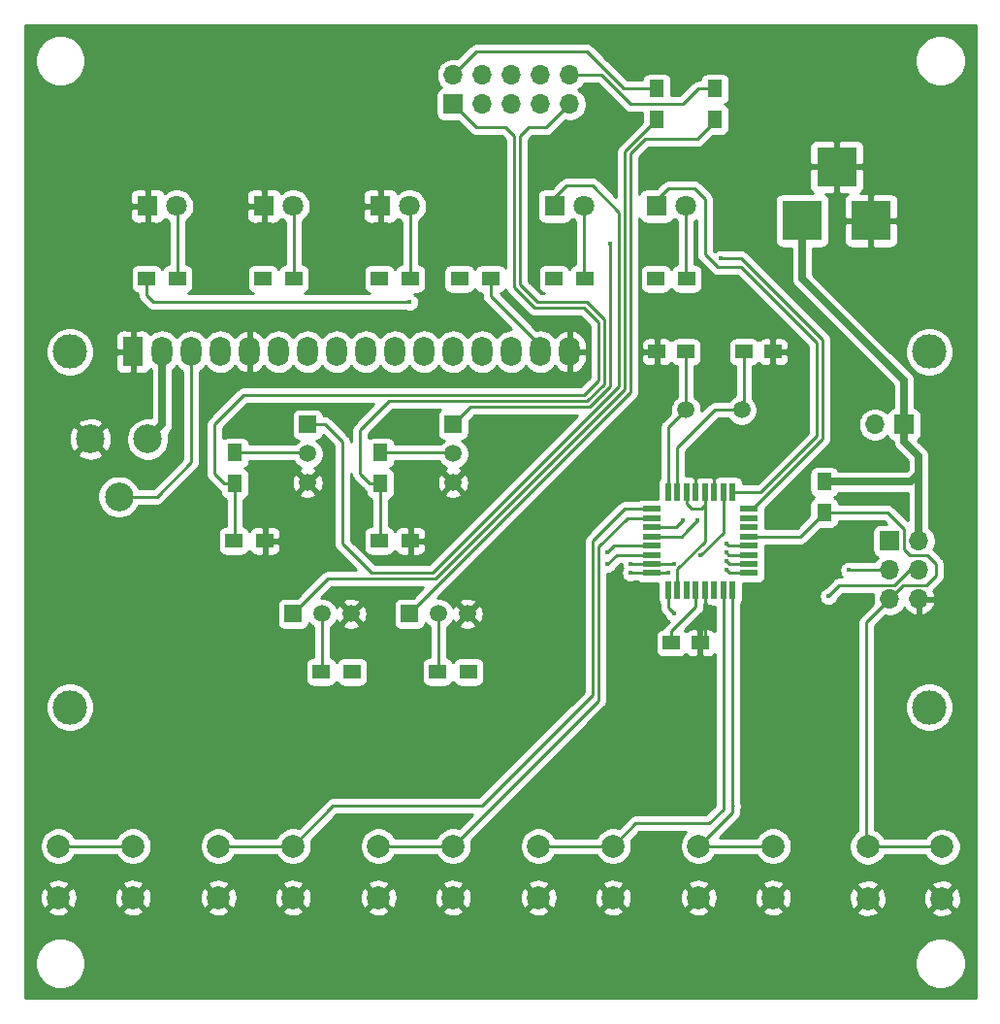
<source format=gtl>
G04 #@! TF.GenerationSoftware,KiCad,Pcbnew,(5.1.10-1-10_14)*
G04 #@! TF.CreationDate,2022-01-06T13:36:13+01:00*
G04 #@! TF.ProjectId,TrainSpeedo,54726169-6e53-4706-9565-646f2e6b6963,1.0a*
G04 #@! TF.SameCoordinates,Original*
G04 #@! TF.FileFunction,Copper,L1,Top*
G04 #@! TF.FilePolarity,Positive*
%FSLAX46Y46*%
G04 Gerber Fmt 4.6, Leading zero omitted, Abs format (unit mm)*
G04 Created by KiCad (PCBNEW (5.1.10-1-10_14)) date 2022-01-06 13:36:13*
%MOMM*%
%LPD*%
G01*
G04 APERTURE LIST*
G04 #@! TA.AperFunction,SMDPad,CuDef*
%ADD10R,1.500000X1.250000*%
G04 #@! TD*
G04 #@! TA.AperFunction,ComponentPad*
%ADD11C,1.800000*%
G04 #@! TD*
G04 #@! TA.AperFunction,ComponentPad*
%ADD12R,1.800000X1.800000*%
G04 #@! TD*
G04 #@! TA.AperFunction,ComponentPad*
%ADD13R,3.500000X3.500000*%
G04 #@! TD*
G04 #@! TA.AperFunction,ComponentPad*
%ADD14O,1.700000X1.700000*%
G04 #@! TD*
G04 #@! TA.AperFunction,ComponentPad*
%ADD15R,1.700000X1.700000*%
G04 #@! TD*
G04 #@! TA.AperFunction,SMDPad,CuDef*
%ADD16R,1.500000X1.300000*%
G04 #@! TD*
G04 #@! TA.AperFunction,SMDPad,CuDef*
%ADD17R,1.300000X1.500000*%
G04 #@! TD*
G04 #@! TA.AperFunction,ComponentPad*
%ADD18C,2.000000*%
G04 #@! TD*
G04 #@! TA.AperFunction,ComponentPad*
%ADD19C,1.500000*%
G04 #@! TD*
G04 #@! TA.AperFunction,SMDPad,CuDef*
%ADD20R,1.600000X0.550000*%
G04 #@! TD*
G04 #@! TA.AperFunction,SMDPad,CuDef*
%ADD21R,0.550000X1.600000*%
G04 #@! TD*
G04 #@! TA.AperFunction,ComponentPad*
%ADD22R,1.520000X1.520000*%
G04 #@! TD*
G04 #@! TA.AperFunction,ComponentPad*
%ADD23C,1.520000*%
G04 #@! TD*
G04 #@! TA.AperFunction,ComponentPad*
%ADD24C,3.000000*%
G04 #@! TD*
G04 #@! TA.AperFunction,ComponentPad*
%ADD25O,1.800000X2.600000*%
G04 #@! TD*
G04 #@! TA.AperFunction,ComponentPad*
%ADD26R,1.800000X2.600000*%
G04 #@! TD*
G04 #@! TA.AperFunction,ComponentPad*
%ADD27C,2.500000*%
G04 #@! TD*
G04 #@! TA.AperFunction,ViaPad*
%ADD28C,0.400000*%
G04 #@! TD*
G04 #@! TA.AperFunction,Conductor*
%ADD29C,0.254000*%
G04 #@! TD*
G04 #@! TA.AperFunction,Conductor*
%ADD30C,0.635000*%
G04 #@! TD*
G04 #@! TA.AperFunction,Conductor*
%ADD31C,0.250000*%
G04 #@! TD*
G04 #@! TA.AperFunction,Conductor*
%ADD32C,0.150000*%
G04 #@! TD*
G04 APERTURE END LIST*
D10*
X165120000Y-81280000D03*
X167620000Y-81280000D03*
X157500000Y-81280000D03*
X160000000Y-81280000D03*
X161270000Y-106680000D03*
X158770000Y-106680000D03*
D11*
X151130000Y-68580000D03*
D12*
X148590000Y-68580000D03*
X157480000Y-68580000D03*
D11*
X160020000Y-68580000D03*
X115570000Y-68580000D03*
D12*
X113030000Y-68580000D03*
X123190000Y-68580000D03*
D11*
X125730000Y-68580000D03*
X135890000Y-68580000D03*
D12*
X133350000Y-68580000D03*
D13*
X173180000Y-65150000D03*
X176180000Y-69850000D03*
X170180000Y-69850000D03*
D14*
X149860000Y-57150000D03*
X149860000Y-59690000D03*
X147320000Y-57150000D03*
X147320000Y-59690000D03*
X144780000Y-57150000D03*
X144780000Y-59690000D03*
X142240000Y-57150000D03*
X142240000Y-59690000D03*
X139700000Y-57150000D03*
D15*
X139700000Y-59690000D03*
D14*
X180340000Y-102870000D03*
X177800000Y-102870000D03*
X180340000Y-100330000D03*
X177800000Y-100330000D03*
X180340000Y-97790000D03*
D15*
X177800000Y-97790000D03*
D14*
X176530000Y-87630000D03*
D15*
X179070000Y-87630000D03*
D16*
X151210000Y-74930000D03*
X148510000Y-74930000D03*
X160100000Y-74930000D03*
X157400000Y-74930000D03*
D17*
X157480000Y-61040000D03*
X157480000Y-58340000D03*
X162560000Y-58340000D03*
X162560000Y-61040000D03*
X120650000Y-90090000D03*
X120650000Y-92790000D03*
X133350000Y-92790000D03*
X133350000Y-90090000D03*
D16*
X120570000Y-97790000D03*
X123270000Y-97790000D03*
X135970000Y-97790000D03*
X133270000Y-97790000D03*
X130890000Y-109220000D03*
X128190000Y-109220000D03*
X141050000Y-109220000D03*
X138350000Y-109220000D03*
D17*
X172085000Y-95330000D03*
X172085000Y-92630000D03*
D16*
X142955000Y-74930000D03*
X140255000Y-74930000D03*
X115650000Y-74930000D03*
X112950000Y-74930000D03*
X123110000Y-74930000D03*
X125810000Y-74930000D03*
X135970000Y-74930000D03*
X133270000Y-74930000D03*
D18*
X111760000Y-124405000D03*
X111760000Y-128905000D03*
X105260000Y-124405000D03*
X105260000Y-128905000D03*
X119230000Y-128905000D03*
X119230000Y-124405000D03*
X125730000Y-128905000D03*
X125730000Y-124405000D03*
X139700000Y-124405000D03*
X139700000Y-128905000D03*
X133200000Y-124405000D03*
X133200000Y-128905000D03*
X161140000Y-128905000D03*
X161140000Y-124405000D03*
X167640000Y-128905000D03*
X167640000Y-124405000D03*
X153670000Y-124405000D03*
X153670000Y-128905000D03*
X147170000Y-124405000D03*
X147170000Y-128905000D03*
X182395000Y-124460000D03*
X182395000Y-128960000D03*
X175895000Y-124460000D03*
X175895000Y-128960000D03*
D19*
X164900000Y-86360000D03*
X160020000Y-86360000D03*
D20*
X165540000Y-94990000D03*
X165540000Y-95790000D03*
X165540000Y-96590000D03*
X165540000Y-97390000D03*
X165540000Y-98190000D03*
X165540000Y-98990000D03*
X165540000Y-99790000D03*
X165540000Y-100590000D03*
D21*
X164090000Y-102040000D03*
X163290000Y-102040000D03*
X162490000Y-102040000D03*
X161690000Y-102040000D03*
X160890000Y-102040000D03*
X160090000Y-102040000D03*
X159290000Y-102040000D03*
X158490000Y-102040000D03*
D20*
X157040000Y-100590000D03*
X157040000Y-99790000D03*
X157040000Y-98990000D03*
X157040000Y-98190000D03*
X157040000Y-97390000D03*
X157040000Y-96590000D03*
X157040000Y-95790000D03*
X157040000Y-94990000D03*
D21*
X158490000Y-93540000D03*
X159290000Y-93540000D03*
X160090000Y-93540000D03*
X160890000Y-93540000D03*
X161690000Y-93540000D03*
X162490000Y-93540000D03*
X163290000Y-93540000D03*
X164090000Y-93540000D03*
D22*
X127000000Y-87630000D03*
D23*
X127000000Y-92710000D03*
X127000000Y-90170000D03*
D22*
X139700000Y-87630000D03*
D23*
X139700000Y-92710000D03*
X139700000Y-90170000D03*
X128270000Y-104140000D03*
X130810000Y-104140000D03*
D22*
X125730000Y-104140000D03*
D23*
X138430000Y-104140000D03*
X140970000Y-104140000D03*
D22*
X135890000Y-104140000D03*
D24*
X181260000Y-81280000D03*
X181259480Y-112280700D03*
X106260900Y-112280700D03*
X106260900Y-81280000D03*
D25*
X149860000Y-81280000D03*
X147320000Y-81280000D03*
X144780000Y-81280000D03*
X142240000Y-81280000D03*
X139700000Y-81280000D03*
X137160000Y-81280000D03*
X134620000Y-81280000D03*
X132080000Y-81280000D03*
X129540000Y-81280000D03*
X127000000Y-81280000D03*
X124460000Y-81280000D03*
X121920000Y-81280000D03*
X119380000Y-81280000D03*
X116840000Y-81280000D03*
X114300000Y-81280000D03*
D26*
X111760000Y-81280000D03*
D27*
X113030000Y-88900000D03*
X108030000Y-88900000D03*
X110530000Y-93940000D03*
D28*
X135128000Y-87122000D03*
X122174000Y-86868000D03*
X150622000Y-63246000D03*
X170815000Y-57785000D03*
X116205000Y-57150000D03*
X127635000Y-57150000D03*
X114300000Y-117475000D03*
X180975000Y-117475000D03*
X152400000Y-117475000D03*
X132715000Y-117475000D03*
X170180000Y-100330000D03*
X176784000Y-93980000D03*
X172085000Y-92583000D03*
X161690000Y-93540000D03*
X140335000Y-74930000D03*
X148590000Y-74930000D03*
X157480000Y-74930000D03*
X172466012Y-102616000D03*
X155226000Y-99790000D03*
X158971998Y-99790000D03*
X155200000Y-100590000D03*
X158502000Y-100590000D03*
X161290000Y-99060000D03*
X163068000Y-73152000D03*
X153416000Y-71882000D03*
X130810000Y-109220000D03*
X153162000Y-98806000D03*
X140970000Y-109220000D03*
X153162000Y-99822004D03*
X159004000Y-104140000D03*
X135890000Y-76962000D03*
X174244000Y-100330000D03*
X159766000Y-96012000D03*
X123110000Y-74930000D03*
X161036000Y-96012000D03*
X133270000Y-74930000D03*
X163575998Y-98044004D03*
X163576000Y-98806004D03*
X163576000Y-99568000D03*
X163576000Y-100330000D03*
D29*
X162560000Y-86360000D02*
X164900000Y-86360000D01*
X159290000Y-89630000D02*
X162560000Y-86360000D01*
X159290000Y-93540000D02*
X159290000Y-89630000D01*
X165120000Y-86140000D02*
X164900000Y-86360000D01*
X165120000Y-81280000D02*
X165120000Y-86140000D01*
X162490000Y-92386000D02*
X162490000Y-93540000D01*
X161036000Y-92202000D02*
X162306000Y-92202000D01*
X160890000Y-92348000D02*
X161036000Y-92202000D01*
X162306000Y-92202000D02*
X162490000Y-92386000D01*
X160890000Y-93540000D02*
X160890000Y-92348000D01*
X161690000Y-106260000D02*
X161270000Y-106680000D01*
X161690000Y-102040000D02*
X161690000Y-106260000D01*
X158490000Y-87890000D02*
X160020000Y-86360000D01*
X158490000Y-93540000D02*
X158490000Y-87890000D01*
X160000000Y-86340000D02*
X160020000Y-86360000D01*
X160000000Y-81280000D02*
X160000000Y-86340000D01*
X151130000Y-74850000D02*
X151210000Y-74930000D01*
X151130000Y-68580000D02*
X151130000Y-74850000D01*
X160020000Y-74850000D02*
X160100000Y-74930000D01*
X160020000Y-68580000D02*
X160020000Y-74850000D01*
X115650000Y-68660000D02*
X115570000Y-68580000D01*
X115650000Y-74930000D02*
X115650000Y-68660000D01*
X125810000Y-68660000D02*
X125730000Y-68580000D01*
X125810000Y-74930000D02*
X125810000Y-68660000D01*
X135970000Y-68660000D02*
X135890000Y-68580000D01*
X135970000Y-74930000D02*
X135970000Y-68660000D01*
D30*
X170180000Y-74930000D02*
X170180000Y-69850000D01*
D29*
X159290000Y-100251960D02*
X161690000Y-97851960D01*
X159290000Y-102040000D02*
X159290000Y-100251960D01*
X160090000Y-93540000D02*
X160090000Y-94558000D01*
X160090000Y-94558000D02*
X160528000Y-94996000D01*
X161328000Y-94996000D02*
X161690000Y-94634000D01*
X160528000Y-94996000D02*
X161328000Y-94996000D01*
X161690000Y-94634000D02*
X161690000Y-93540000D01*
X161690000Y-97851960D02*
X161690000Y-94634000D01*
D30*
X179070000Y-87630000D02*
X179070000Y-83820000D01*
X179070000Y-83820000D02*
X170180000Y-74930000D01*
X179070000Y-89154000D02*
X179070000Y-87630000D01*
X180340000Y-90424000D02*
X179070000Y-89154000D01*
X179658000Y-92630000D02*
X180340000Y-91948000D01*
X172085000Y-92630000D02*
X179658000Y-92630000D01*
X180340000Y-91948000D02*
X180340000Y-90424000D01*
X180340000Y-97790000D02*
X180340000Y-91948000D01*
D29*
X152654000Y-57150000D02*
X149860000Y-57150000D01*
X155194000Y-59690000D02*
X152654000Y-57150000D01*
X159766000Y-59690000D02*
X155194000Y-59690000D01*
X161116000Y-58340000D02*
X159766000Y-59690000D01*
X162560000Y-58340000D02*
X161116000Y-58340000D01*
X133350000Y-97710000D02*
X133270000Y-97790000D01*
X133350000Y-92790000D02*
X133350000Y-97710000D01*
X147828000Y-61722000D02*
X149860000Y-59690000D01*
X146304000Y-61722000D02*
X147828000Y-61722000D01*
X151384000Y-85598000D02*
X152888999Y-84093001D01*
X145542000Y-75438000D02*
X145542000Y-62484000D01*
X152888999Y-78466999D02*
X151384000Y-76962000D01*
X152888999Y-84093001D02*
X152888999Y-78466999D01*
X133350000Y-92790000D02*
X132446000Y-92790000D01*
X131572000Y-91916000D02*
X131572000Y-88138000D01*
X151384000Y-76962000D02*
X147066000Y-76962000D01*
X134112000Y-85598000D02*
X151384000Y-85598000D01*
X145542000Y-62484000D02*
X146304000Y-61722000D01*
X147066000Y-76962000D02*
X145542000Y-75438000D01*
X131572000Y-88138000D02*
X134112000Y-85598000D01*
X132446000Y-92790000D02*
X131572000Y-91916000D01*
D30*
X114300000Y-87630000D02*
X113030000Y-88900000D01*
X114300000Y-81280000D02*
X114300000Y-87630000D01*
D29*
X151384000Y-55118000D02*
X141732000Y-55118000D01*
X141732000Y-55118000D02*
X139700000Y-57150000D01*
X154606000Y-58340000D02*
X151384000Y-55118000D01*
X157480000Y-58340000D02*
X154606000Y-58340000D01*
X120650000Y-97710000D02*
X120570000Y-97790000D01*
X120650000Y-92790000D02*
X120650000Y-97710000D01*
X141732000Y-61722000D02*
X139700000Y-59690000D01*
X145034000Y-62484000D02*
X144272000Y-61722000D01*
X145034000Y-75692000D02*
X145034000Y-62484000D01*
X152400000Y-83820000D02*
X152400000Y-78740000D01*
X119714000Y-92790000D02*
X118872000Y-91948000D01*
X151130000Y-85090000D02*
X152400000Y-83820000D01*
X118872000Y-91948000D02*
X118872000Y-87630000D01*
X118872000Y-87630000D02*
X121412000Y-85090000D01*
X146812000Y-77470000D02*
X145034000Y-75692000D01*
X144272000Y-61722000D02*
X141732000Y-61722000D01*
X121412000Y-85090000D02*
X151130000Y-85090000D01*
X152400000Y-78740000D02*
X151130000Y-77470000D01*
X151130000Y-77470000D02*
X146812000Y-77470000D01*
X120650000Y-92790000D02*
X119714000Y-92790000D01*
X179578000Y-99060000D02*
X179070000Y-98552000D01*
X181102000Y-99060000D02*
X179578000Y-99060000D01*
X181009001Y-101692999D02*
X181864000Y-100838000D01*
X181864000Y-100838000D02*
X181864000Y-99822000D01*
X179070000Y-98552000D02*
X179070000Y-96771398D01*
X181864000Y-99822000D02*
X181102000Y-99060000D01*
X178977001Y-101692999D02*
X181009001Y-101692999D01*
X177800000Y-102870000D02*
X178977001Y-101692999D01*
X175895000Y-124460000D02*
X182395000Y-124460000D01*
X175768000Y-104902000D02*
X177800000Y-102870000D01*
X175768000Y-124333000D02*
X175768000Y-104902000D01*
X175895000Y-124460000D02*
X175768000Y-124333000D01*
X170025000Y-97390000D02*
X172085000Y-95330000D01*
X165540000Y-97390000D02*
X170025000Y-97390000D01*
X177628602Y-95330000D02*
X178182301Y-95883699D01*
X172085000Y-95330000D02*
X177628602Y-95330000D01*
X178182301Y-95883699D02*
X178056602Y-95758000D01*
X179070000Y-96771398D02*
X178182301Y-95883699D01*
X179541962Y-100330000D02*
X178217961Y-101654001D01*
X178217961Y-101654001D02*
X173428011Y-101654001D01*
X180340000Y-100330000D02*
X179541962Y-100330000D01*
X173428011Y-101654001D02*
X172466012Y-102616000D01*
X157040000Y-99790000D02*
X155226000Y-99790000D01*
X157040000Y-99790000D02*
X158971998Y-99790000D01*
X157040000Y-100590000D02*
X155200000Y-100590000D01*
X157040000Y-100590000D02*
X158502000Y-100590000D01*
X142955000Y-76407000D02*
X142955000Y-74930000D01*
X147320000Y-80772000D02*
X142955000Y-76407000D01*
X147320000Y-81280000D02*
X147320000Y-80772000D01*
D31*
X116840000Y-81280000D02*
X116840000Y-90932000D01*
X113832000Y-93940000D02*
X110530000Y-93940000D01*
X116840000Y-90932000D02*
X113832000Y-93940000D01*
D29*
X163290000Y-97060000D02*
X161290000Y-99060000D01*
X163290000Y-93540000D02*
X163290000Y-97060000D01*
X105260000Y-124405000D02*
X111760000Y-124405000D01*
X119230000Y-124405000D02*
X125730000Y-124405000D01*
X142240000Y-120904000D02*
X129231000Y-120904000D01*
X129231000Y-120904000D02*
X125730000Y-124405000D01*
X151892000Y-111252000D02*
X142240000Y-120904000D01*
X151892000Y-97790000D02*
X151892000Y-111252000D01*
X154692000Y-94990000D02*
X151892000Y-97790000D01*
X157040000Y-94990000D02*
X154692000Y-94990000D01*
X152400000Y-98298000D02*
X152400000Y-111705000D01*
X154908000Y-95790000D02*
X152400000Y-98298000D01*
X157040000Y-95790000D02*
X154908000Y-95790000D01*
X133200000Y-124405000D02*
X139700000Y-124405000D01*
X152400000Y-111705000D02*
X139700000Y-124405000D01*
X164090000Y-120898000D02*
X164133000Y-120898000D01*
X164090000Y-102040000D02*
X164090000Y-120898000D01*
X164090000Y-121455000D02*
X161140000Y-124405000D01*
X164090000Y-120898000D02*
X164090000Y-121455000D01*
X161140000Y-124405000D02*
X167640000Y-124405000D01*
X147170000Y-124405000D02*
X153670000Y-124405000D01*
X155647000Y-122428000D02*
X153670000Y-124405000D01*
X162052000Y-122428000D02*
X155647000Y-122428000D01*
X163290000Y-121190000D02*
X162052000Y-122428000D01*
X163290000Y-102040000D02*
X163290000Y-121190000D01*
X160890000Y-102040000D02*
X160890000Y-103549400D01*
X158770000Y-105669400D02*
X158770000Y-106680000D01*
X160890000Y-103549400D02*
X158770000Y-105669400D01*
X130048000Y-89154000D02*
X128524000Y-87630000D01*
X130048000Y-98044000D02*
X130048000Y-89154000D01*
X128524000Y-87630000D02*
X127000000Y-87630000D01*
X154197001Y-84308999D02*
X137922000Y-100584000D01*
X137922000Y-100584000D02*
X132588000Y-100584000D01*
X148590000Y-67818000D02*
X149606000Y-66802000D01*
X132588000Y-100584000D02*
X130048000Y-98044000D01*
X148590000Y-68580000D02*
X148590000Y-67818000D01*
X171958000Y-88900000D02*
X171958000Y-80235158D01*
X171958000Y-80235158D02*
X164874842Y-73152000D01*
X165868000Y-94990000D02*
X171958000Y-88900000D01*
X164874842Y-73152000D02*
X163068000Y-73152000D01*
X165540000Y-94990000D02*
X165868000Y-94990000D01*
X154197001Y-84308999D02*
X154197001Y-69107001D01*
X154197001Y-69107001D02*
X151892000Y-66802000D01*
X149606000Y-66802000D02*
X151892000Y-66802000D01*
X151638000Y-86106000D02*
X153416000Y-84328000D01*
X141224000Y-86106000D02*
X151638000Y-86106000D01*
X139700000Y-87630000D02*
X141224000Y-86106000D01*
X157480000Y-68072000D02*
X157480000Y-68580000D01*
X158496000Y-67056000D02*
X157480000Y-68072000D01*
X160782000Y-67056000D02*
X158496000Y-67056000D01*
X161671000Y-67945000D02*
X160782000Y-67056000D01*
X162814000Y-73914000D02*
X161671000Y-72771000D01*
X164846000Y-73914000D02*
X162814000Y-73914000D01*
X171450000Y-80518000D02*
X164846000Y-73914000D01*
X171450000Y-88646000D02*
X171450000Y-80518000D01*
X166556000Y-93540000D02*
X171450000Y-88646000D01*
X161671000Y-72771000D02*
X161671000Y-67945000D01*
X164090000Y-93540000D02*
X166556000Y-93540000D01*
X153416000Y-84328000D02*
X153416000Y-71882000D01*
X153778000Y-98190000D02*
X153162000Y-98806000D01*
X157040000Y-98190000D02*
X153778000Y-98190000D01*
X157040000Y-98990000D02*
X153994004Y-98990000D01*
X153994004Y-98990000D02*
X153162000Y-99822004D01*
X158490000Y-102040000D02*
X158490000Y-103626000D01*
X158490000Y-103626000D02*
X159004000Y-104140000D01*
X113538000Y-76962000D02*
X112950000Y-76374000D01*
X112950000Y-76374000D02*
X112950000Y-74930000D01*
X135890000Y-76962000D02*
X113538000Y-76962000D01*
D31*
X174244000Y-100330000D02*
X177800000Y-100330000D01*
D29*
X157040000Y-96590000D02*
X159188000Y-96590000D01*
X159188000Y-96590000D02*
X159766000Y-96012000D01*
X157040000Y-97390000D02*
X159658000Y-97390000D01*
X160112991Y-96935009D02*
X161036000Y-96012000D01*
X159658000Y-97390000D02*
X160112991Y-96935009D01*
X165540000Y-98190000D02*
X163721994Y-98190000D01*
X163721994Y-98190000D02*
X163575998Y-98044004D01*
X163759996Y-98990000D02*
X163576000Y-98806004D01*
X165540000Y-98990000D02*
X163759996Y-98990000D01*
X165540000Y-99790000D02*
X163798000Y-99790000D01*
X163798000Y-99790000D02*
X163576000Y-99568000D01*
X165540000Y-100590000D02*
X163836000Y-100590000D01*
X163836000Y-100590000D02*
X163576000Y-100330000D01*
X126920000Y-90090000D02*
X127000000Y-90170000D01*
X120650000Y-90090000D02*
X126920000Y-90090000D01*
X139620000Y-90090000D02*
X139700000Y-90170000D01*
X133350000Y-90090000D02*
X139620000Y-90090000D01*
X128270000Y-109140000D02*
X128190000Y-109220000D01*
X128270000Y-104140000D02*
X128270000Y-109140000D01*
X138176000Y-101092000D02*
X154686000Y-84582000D01*
X128778000Y-101092000D02*
X138176000Y-101092000D01*
X125730000Y-104140000D02*
X128778000Y-101092000D01*
X154686000Y-63834000D02*
X157480000Y-61040000D01*
X154686000Y-64008000D02*
X154686000Y-63834000D01*
X154686000Y-84582000D02*
X154686000Y-64008000D01*
X138430000Y-109140000D02*
X138350000Y-109220000D01*
X138430000Y-104140000D02*
X138430000Y-109140000D01*
X162560000Y-61214000D02*
X162560000Y-61040000D01*
X156464000Y-62738000D02*
X161036000Y-62738000D01*
X155194000Y-64008000D02*
X156464000Y-62738000D01*
X155194000Y-84836000D02*
X155194000Y-64008000D01*
X161036000Y-62738000D02*
X162560000Y-61214000D01*
X135890000Y-104140000D02*
X155194000Y-84836000D01*
X185293000Y-137668000D02*
X102362000Y-137668000D01*
X102362000Y-134399872D01*
X103175000Y-134399872D01*
X103175000Y-134840128D01*
X103260890Y-135271925D01*
X103429369Y-135678669D01*
X103673962Y-136044729D01*
X103985271Y-136356038D01*
X104351331Y-136600631D01*
X104758075Y-136769110D01*
X105189872Y-136855000D01*
X105630128Y-136855000D01*
X106061925Y-136769110D01*
X106468669Y-136600631D01*
X106834729Y-136356038D01*
X107146038Y-136044729D01*
X107390631Y-135678669D01*
X107559110Y-135271925D01*
X107645000Y-134840128D01*
X107645000Y-134399872D01*
X180010000Y-134399872D01*
X180010000Y-134840128D01*
X180095890Y-135271925D01*
X180264369Y-135678669D01*
X180508962Y-136044729D01*
X180820271Y-136356038D01*
X181186331Y-136600631D01*
X181593075Y-136769110D01*
X182024872Y-136855000D01*
X182465128Y-136855000D01*
X182896925Y-136769110D01*
X183303669Y-136600631D01*
X183669729Y-136356038D01*
X183981038Y-136044729D01*
X184225631Y-135678669D01*
X184394110Y-135271925D01*
X184480000Y-134840128D01*
X184480000Y-134399872D01*
X184394110Y-133968075D01*
X184225631Y-133561331D01*
X183981038Y-133195271D01*
X183669729Y-132883962D01*
X183303669Y-132639369D01*
X182896925Y-132470890D01*
X182465128Y-132385000D01*
X182024872Y-132385000D01*
X181593075Y-132470890D01*
X181186331Y-132639369D01*
X180820271Y-132883962D01*
X180508962Y-133195271D01*
X180264369Y-133561331D01*
X180095890Y-133968075D01*
X180010000Y-134399872D01*
X107645000Y-134399872D01*
X107559110Y-133968075D01*
X107390631Y-133561331D01*
X107146038Y-133195271D01*
X106834729Y-132883962D01*
X106468669Y-132639369D01*
X106061925Y-132470890D01*
X105630128Y-132385000D01*
X105189872Y-132385000D01*
X104758075Y-132470890D01*
X104351331Y-132639369D01*
X103985271Y-132883962D01*
X103673962Y-133195271D01*
X103429369Y-133561331D01*
X103260890Y-133968075D01*
X103175000Y-134399872D01*
X102362000Y-134399872D01*
X102362000Y-130040413D01*
X104304192Y-130040413D01*
X104399956Y-130304814D01*
X104689571Y-130445704D01*
X105001108Y-130527384D01*
X105322595Y-130546718D01*
X105641675Y-130502961D01*
X105946088Y-130397795D01*
X106120044Y-130304814D01*
X106215808Y-130040413D01*
X110804192Y-130040413D01*
X110899956Y-130304814D01*
X111189571Y-130445704D01*
X111501108Y-130527384D01*
X111822595Y-130546718D01*
X112141675Y-130502961D01*
X112446088Y-130397795D01*
X112620044Y-130304814D01*
X112715808Y-130040413D01*
X118274192Y-130040413D01*
X118369956Y-130304814D01*
X118659571Y-130445704D01*
X118971108Y-130527384D01*
X119292595Y-130546718D01*
X119611675Y-130502961D01*
X119916088Y-130397795D01*
X120090044Y-130304814D01*
X120185808Y-130040413D01*
X124774192Y-130040413D01*
X124869956Y-130304814D01*
X125159571Y-130445704D01*
X125471108Y-130527384D01*
X125792595Y-130546718D01*
X126111675Y-130502961D01*
X126416088Y-130397795D01*
X126590044Y-130304814D01*
X126685808Y-130040413D01*
X132244192Y-130040413D01*
X132339956Y-130304814D01*
X132629571Y-130445704D01*
X132941108Y-130527384D01*
X133262595Y-130546718D01*
X133581675Y-130502961D01*
X133886088Y-130397795D01*
X134060044Y-130304814D01*
X134155808Y-130040413D01*
X138744192Y-130040413D01*
X138839956Y-130304814D01*
X139129571Y-130445704D01*
X139441108Y-130527384D01*
X139762595Y-130546718D01*
X140081675Y-130502961D01*
X140386088Y-130397795D01*
X140560044Y-130304814D01*
X140655808Y-130040413D01*
X146214192Y-130040413D01*
X146309956Y-130304814D01*
X146599571Y-130445704D01*
X146911108Y-130527384D01*
X147232595Y-130546718D01*
X147551675Y-130502961D01*
X147856088Y-130397795D01*
X148030044Y-130304814D01*
X148125808Y-130040413D01*
X152714192Y-130040413D01*
X152809956Y-130304814D01*
X153099571Y-130445704D01*
X153411108Y-130527384D01*
X153732595Y-130546718D01*
X154051675Y-130502961D01*
X154356088Y-130397795D01*
X154530044Y-130304814D01*
X154625808Y-130040413D01*
X160184192Y-130040413D01*
X160279956Y-130304814D01*
X160569571Y-130445704D01*
X160881108Y-130527384D01*
X161202595Y-130546718D01*
X161521675Y-130502961D01*
X161826088Y-130397795D01*
X162000044Y-130304814D01*
X162095808Y-130040413D01*
X166684192Y-130040413D01*
X166779956Y-130304814D01*
X167069571Y-130445704D01*
X167381108Y-130527384D01*
X167702595Y-130546718D01*
X168021675Y-130502961D01*
X168326088Y-130397795D01*
X168500044Y-130304814D01*
X168575887Y-130095413D01*
X174939192Y-130095413D01*
X175034956Y-130359814D01*
X175324571Y-130500704D01*
X175636108Y-130582384D01*
X175957595Y-130601718D01*
X176276675Y-130557961D01*
X176581088Y-130452795D01*
X176755044Y-130359814D01*
X176850808Y-130095413D01*
X181439192Y-130095413D01*
X181534956Y-130359814D01*
X181824571Y-130500704D01*
X182136108Y-130582384D01*
X182457595Y-130601718D01*
X182776675Y-130557961D01*
X183081088Y-130452795D01*
X183255044Y-130359814D01*
X183350808Y-130095413D01*
X182395000Y-129139605D01*
X181439192Y-130095413D01*
X176850808Y-130095413D01*
X175895000Y-129139605D01*
X174939192Y-130095413D01*
X168575887Y-130095413D01*
X168595808Y-130040413D01*
X167640000Y-129084605D01*
X166684192Y-130040413D01*
X162095808Y-130040413D01*
X161140000Y-129084605D01*
X160184192Y-130040413D01*
X154625808Y-130040413D01*
X153670000Y-129084605D01*
X152714192Y-130040413D01*
X148125808Y-130040413D01*
X147170000Y-129084605D01*
X146214192Y-130040413D01*
X140655808Y-130040413D01*
X139700000Y-129084605D01*
X138744192Y-130040413D01*
X134155808Y-130040413D01*
X133200000Y-129084605D01*
X132244192Y-130040413D01*
X126685808Y-130040413D01*
X125730000Y-129084605D01*
X124774192Y-130040413D01*
X120185808Y-130040413D01*
X119230000Y-129084605D01*
X118274192Y-130040413D01*
X112715808Y-130040413D01*
X111760000Y-129084605D01*
X110804192Y-130040413D01*
X106215808Y-130040413D01*
X105260000Y-129084605D01*
X104304192Y-130040413D01*
X102362000Y-130040413D01*
X102362000Y-128967595D01*
X103618282Y-128967595D01*
X103662039Y-129286675D01*
X103767205Y-129591088D01*
X103860186Y-129765044D01*
X104124587Y-129860808D01*
X105080395Y-128905000D01*
X105439605Y-128905000D01*
X106395413Y-129860808D01*
X106659814Y-129765044D01*
X106800704Y-129475429D01*
X106882384Y-129163892D01*
X106894189Y-128967595D01*
X110118282Y-128967595D01*
X110162039Y-129286675D01*
X110267205Y-129591088D01*
X110360186Y-129765044D01*
X110624587Y-129860808D01*
X111580395Y-128905000D01*
X111939605Y-128905000D01*
X112895413Y-129860808D01*
X113159814Y-129765044D01*
X113300704Y-129475429D01*
X113382384Y-129163892D01*
X113394189Y-128967595D01*
X117588282Y-128967595D01*
X117632039Y-129286675D01*
X117737205Y-129591088D01*
X117830186Y-129765044D01*
X118094587Y-129860808D01*
X119050395Y-128905000D01*
X119409605Y-128905000D01*
X120365413Y-129860808D01*
X120629814Y-129765044D01*
X120770704Y-129475429D01*
X120852384Y-129163892D01*
X120864189Y-128967595D01*
X124088282Y-128967595D01*
X124132039Y-129286675D01*
X124237205Y-129591088D01*
X124330186Y-129765044D01*
X124594587Y-129860808D01*
X125550395Y-128905000D01*
X125909605Y-128905000D01*
X126865413Y-129860808D01*
X127129814Y-129765044D01*
X127270704Y-129475429D01*
X127352384Y-129163892D01*
X127364189Y-128967595D01*
X131558282Y-128967595D01*
X131602039Y-129286675D01*
X131707205Y-129591088D01*
X131800186Y-129765044D01*
X132064587Y-129860808D01*
X133020395Y-128905000D01*
X133379605Y-128905000D01*
X134335413Y-129860808D01*
X134599814Y-129765044D01*
X134740704Y-129475429D01*
X134822384Y-129163892D01*
X134834189Y-128967595D01*
X138058282Y-128967595D01*
X138102039Y-129286675D01*
X138207205Y-129591088D01*
X138300186Y-129765044D01*
X138564587Y-129860808D01*
X139520395Y-128905000D01*
X139879605Y-128905000D01*
X140835413Y-129860808D01*
X141099814Y-129765044D01*
X141240704Y-129475429D01*
X141322384Y-129163892D01*
X141334189Y-128967595D01*
X145528282Y-128967595D01*
X145572039Y-129286675D01*
X145677205Y-129591088D01*
X145770186Y-129765044D01*
X146034587Y-129860808D01*
X146990395Y-128905000D01*
X147349605Y-128905000D01*
X148305413Y-129860808D01*
X148569814Y-129765044D01*
X148710704Y-129475429D01*
X148792384Y-129163892D01*
X148804189Y-128967595D01*
X152028282Y-128967595D01*
X152072039Y-129286675D01*
X152177205Y-129591088D01*
X152270186Y-129765044D01*
X152534587Y-129860808D01*
X153490395Y-128905000D01*
X153849605Y-128905000D01*
X154805413Y-129860808D01*
X155069814Y-129765044D01*
X155210704Y-129475429D01*
X155292384Y-129163892D01*
X155304189Y-128967595D01*
X159498282Y-128967595D01*
X159542039Y-129286675D01*
X159647205Y-129591088D01*
X159740186Y-129765044D01*
X160004587Y-129860808D01*
X160960395Y-128905000D01*
X161319605Y-128905000D01*
X162275413Y-129860808D01*
X162539814Y-129765044D01*
X162680704Y-129475429D01*
X162762384Y-129163892D01*
X162774189Y-128967595D01*
X165998282Y-128967595D01*
X166042039Y-129286675D01*
X166147205Y-129591088D01*
X166240186Y-129765044D01*
X166504587Y-129860808D01*
X167460395Y-128905000D01*
X167819605Y-128905000D01*
X168775413Y-129860808D01*
X169039814Y-129765044D01*
X169180704Y-129475429D01*
X169262384Y-129163892D01*
X169270881Y-129022595D01*
X174253282Y-129022595D01*
X174297039Y-129341675D01*
X174402205Y-129646088D01*
X174495186Y-129820044D01*
X174759587Y-129915808D01*
X175715395Y-128960000D01*
X176074605Y-128960000D01*
X177030413Y-129915808D01*
X177294814Y-129820044D01*
X177435704Y-129530429D01*
X177517384Y-129218892D01*
X177529189Y-129022595D01*
X180753282Y-129022595D01*
X180797039Y-129341675D01*
X180902205Y-129646088D01*
X180995186Y-129820044D01*
X181259587Y-129915808D01*
X182215395Y-128960000D01*
X182574605Y-128960000D01*
X183530413Y-129915808D01*
X183794814Y-129820044D01*
X183935704Y-129530429D01*
X184017384Y-129218892D01*
X184036718Y-128897405D01*
X183992961Y-128578325D01*
X183887795Y-128273912D01*
X183794814Y-128099956D01*
X183530413Y-128004192D01*
X182574605Y-128960000D01*
X182215395Y-128960000D01*
X181259587Y-128004192D01*
X180995186Y-128099956D01*
X180854296Y-128389571D01*
X180772616Y-128701108D01*
X180753282Y-129022595D01*
X177529189Y-129022595D01*
X177536718Y-128897405D01*
X177492961Y-128578325D01*
X177387795Y-128273912D01*
X177294814Y-128099956D01*
X177030413Y-128004192D01*
X176074605Y-128960000D01*
X175715395Y-128960000D01*
X174759587Y-128004192D01*
X174495186Y-128099956D01*
X174354296Y-128389571D01*
X174272616Y-128701108D01*
X174253282Y-129022595D01*
X169270881Y-129022595D01*
X169281718Y-128842405D01*
X169237961Y-128523325D01*
X169132795Y-128218912D01*
X169039814Y-128044956D01*
X168775413Y-127949192D01*
X167819605Y-128905000D01*
X167460395Y-128905000D01*
X166504587Y-127949192D01*
X166240186Y-128044956D01*
X166099296Y-128334571D01*
X166017616Y-128646108D01*
X165998282Y-128967595D01*
X162774189Y-128967595D01*
X162781718Y-128842405D01*
X162737961Y-128523325D01*
X162632795Y-128218912D01*
X162539814Y-128044956D01*
X162275413Y-127949192D01*
X161319605Y-128905000D01*
X160960395Y-128905000D01*
X160004587Y-127949192D01*
X159740186Y-128044956D01*
X159599296Y-128334571D01*
X159517616Y-128646108D01*
X159498282Y-128967595D01*
X155304189Y-128967595D01*
X155311718Y-128842405D01*
X155267961Y-128523325D01*
X155162795Y-128218912D01*
X155069814Y-128044956D01*
X154805413Y-127949192D01*
X153849605Y-128905000D01*
X153490395Y-128905000D01*
X152534587Y-127949192D01*
X152270186Y-128044956D01*
X152129296Y-128334571D01*
X152047616Y-128646108D01*
X152028282Y-128967595D01*
X148804189Y-128967595D01*
X148811718Y-128842405D01*
X148767961Y-128523325D01*
X148662795Y-128218912D01*
X148569814Y-128044956D01*
X148305413Y-127949192D01*
X147349605Y-128905000D01*
X146990395Y-128905000D01*
X146034587Y-127949192D01*
X145770186Y-128044956D01*
X145629296Y-128334571D01*
X145547616Y-128646108D01*
X145528282Y-128967595D01*
X141334189Y-128967595D01*
X141341718Y-128842405D01*
X141297961Y-128523325D01*
X141192795Y-128218912D01*
X141099814Y-128044956D01*
X140835413Y-127949192D01*
X139879605Y-128905000D01*
X139520395Y-128905000D01*
X138564587Y-127949192D01*
X138300186Y-128044956D01*
X138159296Y-128334571D01*
X138077616Y-128646108D01*
X138058282Y-128967595D01*
X134834189Y-128967595D01*
X134841718Y-128842405D01*
X134797961Y-128523325D01*
X134692795Y-128218912D01*
X134599814Y-128044956D01*
X134335413Y-127949192D01*
X133379605Y-128905000D01*
X133020395Y-128905000D01*
X132064587Y-127949192D01*
X131800186Y-128044956D01*
X131659296Y-128334571D01*
X131577616Y-128646108D01*
X131558282Y-128967595D01*
X127364189Y-128967595D01*
X127371718Y-128842405D01*
X127327961Y-128523325D01*
X127222795Y-128218912D01*
X127129814Y-128044956D01*
X126865413Y-127949192D01*
X125909605Y-128905000D01*
X125550395Y-128905000D01*
X124594587Y-127949192D01*
X124330186Y-128044956D01*
X124189296Y-128334571D01*
X124107616Y-128646108D01*
X124088282Y-128967595D01*
X120864189Y-128967595D01*
X120871718Y-128842405D01*
X120827961Y-128523325D01*
X120722795Y-128218912D01*
X120629814Y-128044956D01*
X120365413Y-127949192D01*
X119409605Y-128905000D01*
X119050395Y-128905000D01*
X118094587Y-127949192D01*
X117830186Y-128044956D01*
X117689296Y-128334571D01*
X117607616Y-128646108D01*
X117588282Y-128967595D01*
X113394189Y-128967595D01*
X113401718Y-128842405D01*
X113357961Y-128523325D01*
X113252795Y-128218912D01*
X113159814Y-128044956D01*
X112895413Y-127949192D01*
X111939605Y-128905000D01*
X111580395Y-128905000D01*
X110624587Y-127949192D01*
X110360186Y-128044956D01*
X110219296Y-128334571D01*
X110137616Y-128646108D01*
X110118282Y-128967595D01*
X106894189Y-128967595D01*
X106901718Y-128842405D01*
X106857961Y-128523325D01*
X106752795Y-128218912D01*
X106659814Y-128044956D01*
X106395413Y-127949192D01*
X105439605Y-128905000D01*
X105080395Y-128905000D01*
X104124587Y-127949192D01*
X103860186Y-128044956D01*
X103719296Y-128334571D01*
X103637616Y-128646108D01*
X103618282Y-128967595D01*
X102362000Y-128967595D01*
X102362000Y-127769587D01*
X104304192Y-127769587D01*
X105260000Y-128725395D01*
X106215808Y-127769587D01*
X110804192Y-127769587D01*
X111760000Y-128725395D01*
X112715808Y-127769587D01*
X118274192Y-127769587D01*
X119230000Y-128725395D01*
X120185808Y-127769587D01*
X124774192Y-127769587D01*
X125730000Y-128725395D01*
X126685808Y-127769587D01*
X132244192Y-127769587D01*
X133200000Y-128725395D01*
X134155808Y-127769587D01*
X138744192Y-127769587D01*
X139700000Y-128725395D01*
X140655808Y-127769587D01*
X146214192Y-127769587D01*
X147170000Y-128725395D01*
X148125808Y-127769587D01*
X152714192Y-127769587D01*
X153670000Y-128725395D01*
X154625808Y-127769587D01*
X160184192Y-127769587D01*
X161140000Y-128725395D01*
X162095808Y-127769587D01*
X166684192Y-127769587D01*
X167640000Y-128725395D01*
X168540808Y-127824587D01*
X174939192Y-127824587D01*
X175895000Y-128780395D01*
X176850808Y-127824587D01*
X181439192Y-127824587D01*
X182395000Y-128780395D01*
X183350808Y-127824587D01*
X183255044Y-127560186D01*
X182965429Y-127419296D01*
X182653892Y-127337616D01*
X182332405Y-127318282D01*
X182013325Y-127362039D01*
X181708912Y-127467205D01*
X181534956Y-127560186D01*
X181439192Y-127824587D01*
X176850808Y-127824587D01*
X176755044Y-127560186D01*
X176465429Y-127419296D01*
X176153892Y-127337616D01*
X175832405Y-127318282D01*
X175513325Y-127362039D01*
X175208912Y-127467205D01*
X175034956Y-127560186D01*
X174939192Y-127824587D01*
X168540808Y-127824587D01*
X168595808Y-127769587D01*
X168500044Y-127505186D01*
X168210429Y-127364296D01*
X167898892Y-127282616D01*
X167577405Y-127263282D01*
X167258325Y-127307039D01*
X166953912Y-127412205D01*
X166779956Y-127505186D01*
X166684192Y-127769587D01*
X162095808Y-127769587D01*
X162000044Y-127505186D01*
X161710429Y-127364296D01*
X161398892Y-127282616D01*
X161077405Y-127263282D01*
X160758325Y-127307039D01*
X160453912Y-127412205D01*
X160279956Y-127505186D01*
X160184192Y-127769587D01*
X154625808Y-127769587D01*
X154530044Y-127505186D01*
X154240429Y-127364296D01*
X153928892Y-127282616D01*
X153607405Y-127263282D01*
X153288325Y-127307039D01*
X152983912Y-127412205D01*
X152809956Y-127505186D01*
X152714192Y-127769587D01*
X148125808Y-127769587D01*
X148030044Y-127505186D01*
X147740429Y-127364296D01*
X147428892Y-127282616D01*
X147107405Y-127263282D01*
X146788325Y-127307039D01*
X146483912Y-127412205D01*
X146309956Y-127505186D01*
X146214192Y-127769587D01*
X140655808Y-127769587D01*
X140560044Y-127505186D01*
X140270429Y-127364296D01*
X139958892Y-127282616D01*
X139637405Y-127263282D01*
X139318325Y-127307039D01*
X139013912Y-127412205D01*
X138839956Y-127505186D01*
X138744192Y-127769587D01*
X134155808Y-127769587D01*
X134060044Y-127505186D01*
X133770429Y-127364296D01*
X133458892Y-127282616D01*
X133137405Y-127263282D01*
X132818325Y-127307039D01*
X132513912Y-127412205D01*
X132339956Y-127505186D01*
X132244192Y-127769587D01*
X126685808Y-127769587D01*
X126590044Y-127505186D01*
X126300429Y-127364296D01*
X125988892Y-127282616D01*
X125667405Y-127263282D01*
X125348325Y-127307039D01*
X125043912Y-127412205D01*
X124869956Y-127505186D01*
X124774192Y-127769587D01*
X120185808Y-127769587D01*
X120090044Y-127505186D01*
X119800429Y-127364296D01*
X119488892Y-127282616D01*
X119167405Y-127263282D01*
X118848325Y-127307039D01*
X118543912Y-127412205D01*
X118369956Y-127505186D01*
X118274192Y-127769587D01*
X112715808Y-127769587D01*
X112620044Y-127505186D01*
X112330429Y-127364296D01*
X112018892Y-127282616D01*
X111697405Y-127263282D01*
X111378325Y-127307039D01*
X111073912Y-127412205D01*
X110899956Y-127505186D01*
X110804192Y-127769587D01*
X106215808Y-127769587D01*
X106120044Y-127505186D01*
X105830429Y-127364296D01*
X105518892Y-127282616D01*
X105197405Y-127263282D01*
X104878325Y-127307039D01*
X104573912Y-127412205D01*
X104399956Y-127505186D01*
X104304192Y-127769587D01*
X102362000Y-127769587D01*
X102362000Y-124243967D01*
X103625000Y-124243967D01*
X103625000Y-124566033D01*
X103687832Y-124881912D01*
X103811082Y-125179463D01*
X103990013Y-125447252D01*
X104217748Y-125674987D01*
X104485537Y-125853918D01*
X104783088Y-125977168D01*
X105098967Y-126040000D01*
X105421033Y-126040000D01*
X105736912Y-125977168D01*
X106034463Y-125853918D01*
X106302252Y-125674987D01*
X106529987Y-125447252D01*
X106708918Y-125179463D01*
X106714080Y-125167000D01*
X110305920Y-125167000D01*
X110311082Y-125179463D01*
X110490013Y-125447252D01*
X110717748Y-125674987D01*
X110985537Y-125853918D01*
X111283088Y-125977168D01*
X111598967Y-126040000D01*
X111921033Y-126040000D01*
X112236912Y-125977168D01*
X112534463Y-125853918D01*
X112802252Y-125674987D01*
X113029987Y-125447252D01*
X113208918Y-125179463D01*
X113332168Y-124881912D01*
X113395000Y-124566033D01*
X113395000Y-124243967D01*
X117595000Y-124243967D01*
X117595000Y-124566033D01*
X117657832Y-124881912D01*
X117781082Y-125179463D01*
X117960013Y-125447252D01*
X118187748Y-125674987D01*
X118455537Y-125853918D01*
X118753088Y-125977168D01*
X119068967Y-126040000D01*
X119391033Y-126040000D01*
X119706912Y-125977168D01*
X120004463Y-125853918D01*
X120272252Y-125674987D01*
X120499987Y-125447252D01*
X120678918Y-125179463D01*
X120684080Y-125167000D01*
X124275920Y-125167000D01*
X124281082Y-125179463D01*
X124460013Y-125447252D01*
X124687748Y-125674987D01*
X124955537Y-125853918D01*
X125253088Y-125977168D01*
X125568967Y-126040000D01*
X125891033Y-126040000D01*
X126206912Y-125977168D01*
X126504463Y-125853918D01*
X126772252Y-125674987D01*
X126999987Y-125447252D01*
X127178918Y-125179463D01*
X127302168Y-124881912D01*
X127365000Y-124566033D01*
X127365000Y-124243967D01*
X127302168Y-123928088D01*
X127297005Y-123915625D01*
X129546630Y-121666000D01*
X141361370Y-121666000D01*
X140189375Y-122837995D01*
X140176912Y-122832832D01*
X139861033Y-122770000D01*
X139538967Y-122770000D01*
X139223088Y-122832832D01*
X138925537Y-122956082D01*
X138657748Y-123135013D01*
X138430013Y-123362748D01*
X138251082Y-123630537D01*
X138245920Y-123643000D01*
X134654080Y-123643000D01*
X134648918Y-123630537D01*
X134469987Y-123362748D01*
X134242252Y-123135013D01*
X133974463Y-122956082D01*
X133676912Y-122832832D01*
X133361033Y-122770000D01*
X133038967Y-122770000D01*
X132723088Y-122832832D01*
X132425537Y-122956082D01*
X132157748Y-123135013D01*
X131930013Y-123362748D01*
X131751082Y-123630537D01*
X131627832Y-123928088D01*
X131565000Y-124243967D01*
X131565000Y-124566033D01*
X131627832Y-124881912D01*
X131751082Y-125179463D01*
X131930013Y-125447252D01*
X132157748Y-125674987D01*
X132425537Y-125853918D01*
X132723088Y-125977168D01*
X133038967Y-126040000D01*
X133361033Y-126040000D01*
X133676912Y-125977168D01*
X133974463Y-125853918D01*
X134242252Y-125674987D01*
X134469987Y-125447252D01*
X134648918Y-125179463D01*
X134654080Y-125167000D01*
X138245920Y-125167000D01*
X138251082Y-125179463D01*
X138430013Y-125447252D01*
X138657748Y-125674987D01*
X138925537Y-125853918D01*
X139223088Y-125977168D01*
X139538967Y-126040000D01*
X139861033Y-126040000D01*
X140176912Y-125977168D01*
X140474463Y-125853918D01*
X140742252Y-125674987D01*
X140969987Y-125447252D01*
X141148918Y-125179463D01*
X141272168Y-124881912D01*
X141335000Y-124566033D01*
X141335000Y-124243967D01*
X141272168Y-123928088D01*
X141267005Y-123915625D01*
X152912352Y-112270279D01*
X152941422Y-112246422D01*
X153036645Y-112130392D01*
X153107402Y-111998015D01*
X153150974Y-111854378D01*
X153162000Y-111742426D01*
X153162000Y-111742424D01*
X153165686Y-111705001D01*
X153162000Y-111667578D01*
X153162000Y-100657004D01*
X153244240Y-100657004D01*
X153405560Y-100624915D01*
X153557521Y-100561971D01*
X153694281Y-100470591D01*
X153810587Y-100354285D01*
X153901967Y-100217525D01*
X153942878Y-100118756D01*
X154309635Y-99752000D01*
X154391000Y-99752000D01*
X154391000Y-99872240D01*
X154423089Y-100033560D01*
X154478374Y-100167030D01*
X154460033Y-100194479D01*
X154397089Y-100346440D01*
X154365000Y-100507760D01*
X154365000Y-100672240D01*
X154397089Y-100833560D01*
X154460033Y-100985521D01*
X154551413Y-101122281D01*
X154667719Y-101238587D01*
X154804479Y-101329967D01*
X154956440Y-101392911D01*
X155117760Y-101425000D01*
X155282240Y-101425000D01*
X155443560Y-101392911D01*
X155542328Y-101352000D01*
X155832456Y-101352000D01*
X155885506Y-101395537D01*
X155995820Y-101454502D01*
X156115518Y-101490812D01*
X156240000Y-101503072D01*
X157576928Y-101503072D01*
X157576928Y-102840000D01*
X157589188Y-102964482D01*
X157625498Y-103084180D01*
X157684463Y-103194494D01*
X157728001Y-103247545D01*
X157728001Y-103588567D01*
X157724314Y-103626000D01*
X157739027Y-103775378D01*
X157782599Y-103919015D01*
X157853355Y-104051392D01*
X157923049Y-104136314D01*
X157948579Y-104167422D01*
X157977649Y-104191279D01*
X158223122Y-104436752D01*
X158264033Y-104535521D01*
X158355413Y-104672281D01*
X158471719Y-104788587D01*
X158532542Y-104829228D01*
X158257654Y-105104116D01*
X158228578Y-105127978D01*
X158173563Y-105195015D01*
X158133355Y-105244008D01*
X158095535Y-105314765D01*
X158062598Y-105376386D01*
X158050300Y-105416928D01*
X158020000Y-105416928D01*
X157895518Y-105429188D01*
X157775820Y-105465498D01*
X157665506Y-105524463D01*
X157568815Y-105603815D01*
X157489463Y-105700506D01*
X157430498Y-105810820D01*
X157394188Y-105930518D01*
X157381928Y-106055000D01*
X157381928Y-107305000D01*
X157394188Y-107429482D01*
X157430498Y-107549180D01*
X157489463Y-107659494D01*
X157568815Y-107756185D01*
X157665506Y-107835537D01*
X157775820Y-107894502D01*
X157895518Y-107930812D01*
X158020000Y-107943072D01*
X159520000Y-107943072D01*
X159644482Y-107930812D01*
X159764180Y-107894502D01*
X159874494Y-107835537D01*
X159971185Y-107756185D01*
X160020000Y-107696704D01*
X160068815Y-107756185D01*
X160165506Y-107835537D01*
X160275820Y-107894502D01*
X160395518Y-107930812D01*
X160520000Y-107943072D01*
X160984250Y-107940000D01*
X161143000Y-107781250D01*
X161143000Y-106807000D01*
X161123000Y-106807000D01*
X161123000Y-106553000D01*
X161143000Y-106553000D01*
X161143000Y-105578750D01*
X160984250Y-105420000D01*
X160520000Y-105416928D01*
X160395518Y-105429188D01*
X160275820Y-105465498D01*
X160165506Y-105524463D01*
X160068815Y-105603815D01*
X160020000Y-105663296D01*
X159971185Y-105603815D01*
X159939345Y-105577685D01*
X161402352Y-104114679D01*
X161431422Y-104090822D01*
X161486692Y-104023475D01*
X161526645Y-103974793D01*
X161568525Y-103896440D01*
X161597402Y-103842415D01*
X161640974Y-103698778D01*
X161652000Y-103586826D01*
X161652000Y-103586823D01*
X161655686Y-103549400D01*
X161652000Y-103511977D01*
X161652000Y-103247544D01*
X161690000Y-103201241D01*
X161763815Y-103291185D01*
X161860506Y-103370537D01*
X161883667Y-103382917D01*
X161975750Y-103475000D01*
X162089380Y-103465467D01*
X162090518Y-103465812D01*
X162215000Y-103478072D01*
X162528000Y-103478072D01*
X162528000Y-105673045D01*
X162471185Y-105603815D01*
X162374494Y-105524463D01*
X162264180Y-105465498D01*
X162144482Y-105429188D01*
X162020000Y-105416928D01*
X161555750Y-105420000D01*
X161397000Y-105578750D01*
X161397000Y-106553000D01*
X161417000Y-106553000D01*
X161417000Y-106807000D01*
X161397000Y-106807000D01*
X161397000Y-107781250D01*
X161555750Y-107940000D01*
X162020000Y-107943072D01*
X162144482Y-107930812D01*
X162264180Y-107894502D01*
X162374494Y-107835537D01*
X162471185Y-107756185D01*
X162528000Y-107686955D01*
X162528001Y-120874368D01*
X161736370Y-121666000D01*
X155684422Y-121666000D01*
X155646999Y-121662314D01*
X155609576Y-121666000D01*
X155609574Y-121666000D01*
X155497622Y-121677026D01*
X155353985Y-121720598D01*
X155221608Y-121791355D01*
X155105578Y-121886578D01*
X155081721Y-121915648D01*
X154159375Y-122837994D01*
X154146912Y-122832832D01*
X153831033Y-122770000D01*
X153508967Y-122770000D01*
X153193088Y-122832832D01*
X152895537Y-122956082D01*
X152627748Y-123135013D01*
X152400013Y-123362748D01*
X152221082Y-123630537D01*
X152215920Y-123643000D01*
X148624080Y-123643000D01*
X148618918Y-123630537D01*
X148439987Y-123362748D01*
X148212252Y-123135013D01*
X147944463Y-122956082D01*
X147646912Y-122832832D01*
X147331033Y-122770000D01*
X147008967Y-122770000D01*
X146693088Y-122832832D01*
X146395537Y-122956082D01*
X146127748Y-123135013D01*
X145900013Y-123362748D01*
X145721082Y-123630537D01*
X145597832Y-123928088D01*
X145535000Y-124243967D01*
X145535000Y-124566033D01*
X145597832Y-124881912D01*
X145721082Y-125179463D01*
X145900013Y-125447252D01*
X146127748Y-125674987D01*
X146395537Y-125853918D01*
X146693088Y-125977168D01*
X147008967Y-126040000D01*
X147331033Y-126040000D01*
X147646912Y-125977168D01*
X147944463Y-125853918D01*
X148212252Y-125674987D01*
X148439987Y-125447252D01*
X148618918Y-125179463D01*
X148624080Y-125167000D01*
X152215920Y-125167000D01*
X152221082Y-125179463D01*
X152400013Y-125447252D01*
X152627748Y-125674987D01*
X152895537Y-125853918D01*
X153193088Y-125977168D01*
X153508967Y-126040000D01*
X153831033Y-126040000D01*
X154146912Y-125977168D01*
X154444463Y-125853918D01*
X154712252Y-125674987D01*
X154939987Y-125447252D01*
X155118918Y-125179463D01*
X155242168Y-124881912D01*
X155305000Y-124566033D01*
X155305000Y-124243967D01*
X155242168Y-123928088D01*
X155237006Y-123915625D01*
X155962631Y-123190000D01*
X160042761Y-123190000D01*
X159870013Y-123362748D01*
X159691082Y-123630537D01*
X159567832Y-123928088D01*
X159505000Y-124243967D01*
X159505000Y-124566033D01*
X159567832Y-124881912D01*
X159691082Y-125179463D01*
X159870013Y-125447252D01*
X160097748Y-125674987D01*
X160365537Y-125853918D01*
X160663088Y-125977168D01*
X160978967Y-126040000D01*
X161301033Y-126040000D01*
X161616912Y-125977168D01*
X161914463Y-125853918D01*
X162182252Y-125674987D01*
X162409987Y-125447252D01*
X162588918Y-125179463D01*
X162594080Y-125167000D01*
X166185920Y-125167000D01*
X166191082Y-125179463D01*
X166370013Y-125447252D01*
X166597748Y-125674987D01*
X166865537Y-125853918D01*
X167163088Y-125977168D01*
X167478967Y-126040000D01*
X167801033Y-126040000D01*
X168116912Y-125977168D01*
X168414463Y-125853918D01*
X168682252Y-125674987D01*
X168909987Y-125447252D01*
X169088918Y-125179463D01*
X169212168Y-124881912D01*
X169275000Y-124566033D01*
X169275000Y-124243967D01*
X169212168Y-123928088D01*
X169088918Y-123630537D01*
X168909987Y-123362748D01*
X168682252Y-123135013D01*
X168414463Y-122956082D01*
X168116912Y-122832832D01*
X167801033Y-122770000D01*
X167478967Y-122770000D01*
X167163088Y-122832832D01*
X166865537Y-122956082D01*
X166597748Y-123135013D01*
X166370013Y-123362748D01*
X166191082Y-123630537D01*
X166185920Y-123643000D01*
X162979630Y-123643000D01*
X164602352Y-122020279D01*
X164631422Y-121996422D01*
X164726645Y-121880392D01*
X164797402Y-121748015D01*
X164840974Y-121604378D01*
X164852000Y-121492426D01*
X164852000Y-121492424D01*
X164855686Y-121455001D01*
X164852000Y-121417578D01*
X164852000Y-121152782D01*
X164883974Y-121047378D01*
X164898686Y-120898000D01*
X164883974Y-120748622D01*
X164852000Y-120643218D01*
X164852000Y-103247544D01*
X164895537Y-103194494D01*
X164954502Y-103084180D01*
X164990812Y-102964482D01*
X165003072Y-102840000D01*
X165003072Y-101503072D01*
X166340000Y-101503072D01*
X166464482Y-101490812D01*
X166584180Y-101454502D01*
X166694494Y-101395537D01*
X166791185Y-101316185D01*
X166870537Y-101219494D01*
X166929502Y-101109180D01*
X166965812Y-100989482D01*
X166978072Y-100865000D01*
X166978072Y-100315000D01*
X166965812Y-100190518D01*
X166965655Y-100190000D01*
X166965812Y-100189482D01*
X166978072Y-100065000D01*
X166978072Y-99515000D01*
X166965812Y-99390518D01*
X166965655Y-99390000D01*
X166965812Y-99389482D01*
X166978072Y-99265000D01*
X166978072Y-98715000D01*
X166965812Y-98590518D01*
X166965655Y-98590000D01*
X166965812Y-98589482D01*
X166978072Y-98465000D01*
X166978072Y-98152000D01*
X169987577Y-98152000D01*
X170025000Y-98155686D01*
X170062423Y-98152000D01*
X170062426Y-98152000D01*
X170174378Y-98140974D01*
X170318015Y-98097402D01*
X170450392Y-98026645D01*
X170566422Y-97931422D01*
X170590284Y-97902346D01*
X171774559Y-96718072D01*
X172735000Y-96718072D01*
X172859482Y-96705812D01*
X172979180Y-96669502D01*
X173089494Y-96610537D01*
X173186185Y-96531185D01*
X173265537Y-96434494D01*
X173324502Y-96324180D01*
X173360812Y-96204482D01*
X173371890Y-96092000D01*
X177312972Y-96092000D01*
X177522900Y-96301928D01*
X176950000Y-96301928D01*
X176825518Y-96314188D01*
X176705820Y-96350498D01*
X176595506Y-96409463D01*
X176498815Y-96488815D01*
X176419463Y-96585506D01*
X176360498Y-96695820D01*
X176324188Y-96815518D01*
X176311928Y-96940000D01*
X176311928Y-98640000D01*
X176324188Y-98764482D01*
X176360498Y-98884180D01*
X176419463Y-98994494D01*
X176498815Y-99091185D01*
X176595506Y-99170537D01*
X176705820Y-99229502D01*
X176778380Y-99251513D01*
X176646525Y-99383368D01*
X176521822Y-99570000D01*
X174591157Y-99570000D01*
X174487560Y-99527089D01*
X174326240Y-99495000D01*
X174161760Y-99495000D01*
X174000440Y-99527089D01*
X173848479Y-99590033D01*
X173711719Y-99681413D01*
X173595413Y-99797719D01*
X173504033Y-99934479D01*
X173441089Y-100086440D01*
X173409000Y-100247760D01*
X173409000Y-100412240D01*
X173441089Y-100573560D01*
X173504033Y-100725521D01*
X173595413Y-100862281D01*
X173625133Y-100892001D01*
X173465433Y-100892001D01*
X173428010Y-100888315D01*
X173390587Y-100892001D01*
X173390585Y-100892001D01*
X173278633Y-100903027D01*
X173134996Y-100946599D01*
X173002619Y-101017356D01*
X172886589Y-101112579D01*
X172862732Y-101141650D01*
X172169260Y-101835122D01*
X172070491Y-101876033D01*
X171933731Y-101967413D01*
X171817425Y-102083719D01*
X171726045Y-102220479D01*
X171663101Y-102372440D01*
X171631012Y-102533760D01*
X171631012Y-102698240D01*
X171663101Y-102859560D01*
X171726045Y-103011521D01*
X171817425Y-103148281D01*
X171933731Y-103264587D01*
X172070491Y-103355967D01*
X172222452Y-103418911D01*
X172383772Y-103451000D01*
X172548252Y-103451000D01*
X172709572Y-103418911D01*
X172861533Y-103355967D01*
X172998293Y-103264587D01*
X173114599Y-103148281D01*
X173205979Y-103011521D01*
X173246890Y-102912752D01*
X173743642Y-102416001D01*
X176380701Y-102416001D01*
X176372068Y-102436842D01*
X176315000Y-102723740D01*
X176315000Y-103016260D01*
X176358321Y-103234048D01*
X175255649Y-104336721D01*
X175226579Y-104360578D01*
X175202722Y-104389648D01*
X175202721Y-104389649D01*
X175131355Y-104476608D01*
X175060599Y-104608985D01*
X175017027Y-104752622D01*
X175002314Y-104902000D01*
X175006001Y-104939433D01*
X175006000Y-123087613D01*
X174852748Y-123190013D01*
X174625013Y-123417748D01*
X174446082Y-123685537D01*
X174322832Y-123983088D01*
X174260000Y-124298967D01*
X174260000Y-124621033D01*
X174322832Y-124936912D01*
X174446082Y-125234463D01*
X174625013Y-125502252D01*
X174852748Y-125729987D01*
X175120537Y-125908918D01*
X175418088Y-126032168D01*
X175733967Y-126095000D01*
X176056033Y-126095000D01*
X176371912Y-126032168D01*
X176669463Y-125908918D01*
X176937252Y-125729987D01*
X177164987Y-125502252D01*
X177343918Y-125234463D01*
X177349080Y-125222000D01*
X180940920Y-125222000D01*
X180946082Y-125234463D01*
X181125013Y-125502252D01*
X181352748Y-125729987D01*
X181620537Y-125908918D01*
X181918088Y-126032168D01*
X182233967Y-126095000D01*
X182556033Y-126095000D01*
X182871912Y-126032168D01*
X183169463Y-125908918D01*
X183437252Y-125729987D01*
X183664987Y-125502252D01*
X183843918Y-125234463D01*
X183967168Y-124936912D01*
X184030000Y-124621033D01*
X184030000Y-124298967D01*
X183967168Y-123983088D01*
X183843918Y-123685537D01*
X183664987Y-123417748D01*
X183437252Y-123190013D01*
X183169463Y-123011082D01*
X182871912Y-122887832D01*
X182556033Y-122825000D01*
X182233967Y-122825000D01*
X181918088Y-122887832D01*
X181620537Y-123011082D01*
X181352748Y-123190013D01*
X181125013Y-123417748D01*
X180946082Y-123685537D01*
X180940920Y-123698000D01*
X177349080Y-123698000D01*
X177343918Y-123685537D01*
X177164987Y-123417748D01*
X176937252Y-123190013D01*
X176669463Y-123011082D01*
X176530000Y-122953314D01*
X176530000Y-112070421D01*
X179124480Y-112070421D01*
X179124480Y-112490979D01*
X179206527Y-112903456D01*
X179367468Y-113292002D01*
X179601117Y-113641683D01*
X179898497Y-113939063D01*
X180248178Y-114172712D01*
X180636724Y-114333653D01*
X181049201Y-114415700D01*
X181469759Y-114415700D01*
X181882236Y-114333653D01*
X182270782Y-114172712D01*
X182620463Y-113939063D01*
X182917843Y-113641683D01*
X183151492Y-113292002D01*
X183312433Y-112903456D01*
X183394480Y-112490979D01*
X183394480Y-112070421D01*
X183312433Y-111657944D01*
X183151492Y-111269398D01*
X182917843Y-110919717D01*
X182620463Y-110622337D01*
X182270782Y-110388688D01*
X181882236Y-110227747D01*
X181469759Y-110145700D01*
X181049201Y-110145700D01*
X180636724Y-110227747D01*
X180248178Y-110388688D01*
X179898497Y-110622337D01*
X179601117Y-110919717D01*
X179367468Y-111269398D01*
X179206527Y-111657944D01*
X179124480Y-112070421D01*
X176530000Y-112070421D01*
X176530000Y-105217630D01*
X177435952Y-104311679D01*
X177653740Y-104355000D01*
X177946260Y-104355000D01*
X178233158Y-104297932D01*
X178503411Y-104185990D01*
X178746632Y-104023475D01*
X178953475Y-103816632D01*
X179071100Y-103640594D01*
X179242412Y-103870269D01*
X179458645Y-104065178D01*
X179708748Y-104214157D01*
X179983109Y-104311481D01*
X180213000Y-104190814D01*
X180213000Y-102997000D01*
X180467000Y-102997000D01*
X180467000Y-104190814D01*
X180696891Y-104311481D01*
X180971252Y-104214157D01*
X181221355Y-104065178D01*
X181437588Y-103870269D01*
X181611641Y-103636920D01*
X181736825Y-103374099D01*
X181781476Y-103226890D01*
X181660155Y-102997000D01*
X180467000Y-102997000D01*
X180213000Y-102997000D01*
X180193000Y-102997000D01*
X180193000Y-102743000D01*
X180213000Y-102743000D01*
X180213000Y-102723000D01*
X180467000Y-102723000D01*
X180467000Y-102743000D01*
X181660155Y-102743000D01*
X181781476Y-102513110D01*
X181736825Y-102365901D01*
X181632583Y-102147047D01*
X182376353Y-101403278D01*
X182405422Y-101379422D01*
X182500645Y-101263392D01*
X182571402Y-101131015D01*
X182614974Y-100987378D01*
X182626000Y-100875426D01*
X182626000Y-100875424D01*
X182629686Y-100838001D01*
X182626000Y-100800578D01*
X182626000Y-99859423D01*
X182629686Y-99822000D01*
X182625989Y-99784463D01*
X182614974Y-99672622D01*
X182571402Y-99528985D01*
X182531638Y-99454591D01*
X182500645Y-99396607D01*
X182429279Y-99309648D01*
X182405422Y-99280578D01*
X182376351Y-99256720D01*
X181667284Y-98547653D01*
X181643422Y-98518578D01*
X181640678Y-98516326D01*
X181655990Y-98493411D01*
X181767932Y-98223158D01*
X181825000Y-97936260D01*
X181825000Y-97643740D01*
X181767932Y-97356842D01*
X181655990Y-97086589D01*
X181493475Y-96843368D01*
X181292500Y-96642393D01*
X181292500Y-91994784D01*
X181297108Y-91948000D01*
X181292500Y-91901215D01*
X181292500Y-90470784D01*
X181297108Y-90423999D01*
X181278717Y-90237277D01*
X181265977Y-90195279D01*
X181224252Y-90057731D01*
X181135806Y-89892259D01*
X181016778Y-89747222D01*
X180980436Y-89717397D01*
X180273895Y-89010857D01*
X180274494Y-89010537D01*
X180371185Y-88931185D01*
X180450537Y-88834494D01*
X180509502Y-88724180D01*
X180545812Y-88604482D01*
X180558072Y-88480000D01*
X180558072Y-86780000D01*
X180545812Y-86655518D01*
X180509502Y-86535820D01*
X180450537Y-86425506D01*
X180371185Y-86328815D01*
X180274494Y-86249463D01*
X180164180Y-86190498D01*
X180044482Y-86154188D01*
X180022500Y-86152023D01*
X180022500Y-83866785D01*
X180027108Y-83820000D01*
X180008717Y-83633278D01*
X179991654Y-83577027D01*
X179954252Y-83453731D01*
X179865806Y-83288259D01*
X179746778Y-83143222D01*
X179710431Y-83113393D01*
X177666759Y-81069721D01*
X179125000Y-81069721D01*
X179125000Y-81490279D01*
X179207047Y-81902756D01*
X179367988Y-82291302D01*
X179601637Y-82640983D01*
X179899017Y-82938363D01*
X180248698Y-83172012D01*
X180637244Y-83332953D01*
X181049721Y-83415000D01*
X181470279Y-83415000D01*
X181882756Y-83332953D01*
X182271302Y-83172012D01*
X182620983Y-82938363D01*
X182918363Y-82640983D01*
X183152012Y-82291302D01*
X183312953Y-81902756D01*
X183395000Y-81490279D01*
X183395000Y-81069721D01*
X183312953Y-80657244D01*
X183152012Y-80268698D01*
X182918363Y-79919017D01*
X182620983Y-79621637D01*
X182271302Y-79387988D01*
X181882756Y-79227047D01*
X181470279Y-79145000D01*
X181049721Y-79145000D01*
X180637244Y-79227047D01*
X180248698Y-79387988D01*
X179899017Y-79621637D01*
X179601637Y-79919017D01*
X179367988Y-80268698D01*
X179207047Y-80657244D01*
X179125000Y-81069721D01*
X177666759Y-81069721D01*
X171132500Y-74535462D01*
X171132500Y-72238072D01*
X171930000Y-72238072D01*
X172054482Y-72225812D01*
X172174180Y-72189502D01*
X172284494Y-72130537D01*
X172381185Y-72051185D01*
X172460537Y-71954494D01*
X172519502Y-71844180D01*
X172555812Y-71724482D01*
X172568072Y-71600000D01*
X173791928Y-71600000D01*
X173804188Y-71724482D01*
X173840498Y-71844180D01*
X173899463Y-71954494D01*
X173978815Y-72051185D01*
X174075506Y-72130537D01*
X174185820Y-72189502D01*
X174305518Y-72225812D01*
X174430000Y-72238072D01*
X175894250Y-72235000D01*
X176053000Y-72076250D01*
X176053000Y-69977000D01*
X176307000Y-69977000D01*
X176307000Y-72076250D01*
X176465750Y-72235000D01*
X177930000Y-72238072D01*
X178054482Y-72225812D01*
X178174180Y-72189502D01*
X178284494Y-72130537D01*
X178381185Y-72051185D01*
X178460537Y-71954494D01*
X178519502Y-71844180D01*
X178555812Y-71724482D01*
X178568072Y-71600000D01*
X178565000Y-70135750D01*
X178406250Y-69977000D01*
X176307000Y-69977000D01*
X176053000Y-69977000D01*
X173953750Y-69977000D01*
X173795000Y-70135750D01*
X173791928Y-71600000D01*
X172568072Y-71600000D01*
X172568072Y-68100000D01*
X172555812Y-67975518D01*
X172519502Y-67855820D01*
X172460537Y-67745506D01*
X172381185Y-67648815D01*
X172284494Y-67569463D01*
X172222655Y-67536409D01*
X172894250Y-67535000D01*
X173053000Y-67376250D01*
X173053000Y-65277000D01*
X173307000Y-65277000D01*
X173307000Y-67376250D01*
X173465750Y-67535000D01*
X174137345Y-67536409D01*
X174075506Y-67569463D01*
X173978815Y-67648815D01*
X173899463Y-67745506D01*
X173840498Y-67855820D01*
X173804188Y-67975518D01*
X173791928Y-68100000D01*
X173795000Y-69564250D01*
X173953750Y-69723000D01*
X176053000Y-69723000D01*
X176053000Y-67623750D01*
X176307000Y-67623750D01*
X176307000Y-69723000D01*
X178406250Y-69723000D01*
X178565000Y-69564250D01*
X178568072Y-68100000D01*
X178555812Y-67975518D01*
X178519502Y-67855820D01*
X178460537Y-67745506D01*
X178381185Y-67648815D01*
X178284494Y-67569463D01*
X178174180Y-67510498D01*
X178054482Y-67474188D01*
X177930000Y-67461928D01*
X176465750Y-67465000D01*
X176307000Y-67623750D01*
X176053000Y-67623750D01*
X175894250Y-67465000D01*
X175222655Y-67463591D01*
X175284494Y-67430537D01*
X175381185Y-67351185D01*
X175460537Y-67254494D01*
X175519502Y-67144180D01*
X175555812Y-67024482D01*
X175568072Y-66900000D01*
X175565000Y-65435750D01*
X175406250Y-65277000D01*
X173307000Y-65277000D01*
X173053000Y-65277000D01*
X170953750Y-65277000D01*
X170795000Y-65435750D01*
X170791928Y-66900000D01*
X170804188Y-67024482D01*
X170840498Y-67144180D01*
X170899463Y-67254494D01*
X170978815Y-67351185D01*
X171075506Y-67430537D01*
X171134233Y-67461928D01*
X168430000Y-67461928D01*
X168305518Y-67474188D01*
X168185820Y-67510498D01*
X168075506Y-67569463D01*
X167978815Y-67648815D01*
X167899463Y-67745506D01*
X167840498Y-67855820D01*
X167804188Y-67975518D01*
X167791928Y-68100000D01*
X167791928Y-71600000D01*
X167804188Y-71724482D01*
X167840498Y-71844180D01*
X167899463Y-71954494D01*
X167978815Y-72051185D01*
X168075506Y-72130537D01*
X168185820Y-72189502D01*
X168305518Y-72225812D01*
X168430000Y-72238072D01*
X169227501Y-72238072D01*
X169227500Y-74883215D01*
X169222892Y-74930000D01*
X169227500Y-74976784D01*
X169241283Y-75116722D01*
X169295748Y-75296268D01*
X169384194Y-75461741D01*
X169503222Y-75606778D01*
X169539569Y-75636607D01*
X178117501Y-84214539D01*
X178117500Y-86152023D01*
X178095518Y-86154188D01*
X177975820Y-86190498D01*
X177865506Y-86249463D01*
X177768815Y-86328815D01*
X177689463Y-86425506D01*
X177630498Y-86535820D01*
X177608487Y-86608380D01*
X177476632Y-86476525D01*
X177233411Y-86314010D01*
X176963158Y-86202068D01*
X176676260Y-86145000D01*
X176383740Y-86145000D01*
X176096842Y-86202068D01*
X175826589Y-86314010D01*
X175583368Y-86476525D01*
X175376525Y-86683368D01*
X175214010Y-86926589D01*
X175102068Y-87196842D01*
X175045000Y-87483740D01*
X175045000Y-87776260D01*
X175102068Y-88063158D01*
X175214010Y-88333411D01*
X175376525Y-88576632D01*
X175583368Y-88783475D01*
X175826589Y-88945990D01*
X176096842Y-89057932D01*
X176383740Y-89115000D01*
X176676260Y-89115000D01*
X176963158Y-89057932D01*
X177233411Y-88945990D01*
X177476632Y-88783475D01*
X177608487Y-88651620D01*
X177630498Y-88724180D01*
X177689463Y-88834494D01*
X177768815Y-88931185D01*
X177865506Y-89010537D01*
X177975820Y-89069502D01*
X178095518Y-89105812D01*
X178117426Y-89107970D01*
X178112892Y-89154000D01*
X178117500Y-89200784D01*
X178131283Y-89340722D01*
X178185748Y-89520268D01*
X178274194Y-89685741D01*
X178393222Y-89830778D01*
X178429569Y-89860607D01*
X179387501Y-90818539D01*
X179387500Y-91553462D01*
X179263462Y-91677500D01*
X173337145Y-91677500D01*
X173324502Y-91635820D01*
X173265537Y-91525506D01*
X173186185Y-91428815D01*
X173089494Y-91349463D01*
X172979180Y-91290498D01*
X172859482Y-91254188D01*
X172735000Y-91241928D01*
X171435000Y-91241928D01*
X171310518Y-91254188D01*
X171190820Y-91290498D01*
X171080506Y-91349463D01*
X170983815Y-91428815D01*
X170904463Y-91525506D01*
X170845498Y-91635820D01*
X170809188Y-91755518D01*
X170796928Y-91880000D01*
X170796928Y-93380000D01*
X170809188Y-93504482D01*
X170845498Y-93624180D01*
X170904463Y-93734494D01*
X170983815Y-93831185D01*
X171080506Y-93910537D01*
X171190820Y-93969502D01*
X171225427Y-93980000D01*
X171190820Y-93990498D01*
X171080506Y-94049463D01*
X170983815Y-94128815D01*
X170904463Y-94225506D01*
X170845498Y-94335820D01*
X170809188Y-94455518D01*
X170796928Y-94580000D01*
X170796928Y-95540441D01*
X169709370Y-96628000D01*
X166978072Y-96628000D01*
X166978072Y-96315000D01*
X166965812Y-96190518D01*
X166965655Y-96190000D01*
X166965812Y-96189482D01*
X166978072Y-96065000D01*
X166978072Y-95515000D01*
X166965812Y-95390518D01*
X166965655Y-95390000D01*
X166965812Y-95389482D01*
X166978072Y-95265000D01*
X166978072Y-94957558D01*
X172470347Y-89465283D01*
X172499422Y-89441422D01*
X172571658Y-89353402D01*
X172594645Y-89325393D01*
X172659205Y-89204608D01*
X172665402Y-89193015D01*
X172708974Y-89049378D01*
X172720000Y-88937426D01*
X172720000Y-88937423D01*
X172723686Y-88900000D01*
X172720000Y-88862577D01*
X172720000Y-80272580D01*
X172723686Y-80235157D01*
X172718130Y-80178750D01*
X172708974Y-80085780D01*
X172665402Y-79942143D01*
X172594645Y-79809766D01*
X172499422Y-79693736D01*
X172470352Y-79669879D01*
X165440126Y-72639654D01*
X165416264Y-72610578D01*
X165300234Y-72515355D01*
X165167857Y-72444598D01*
X165024220Y-72401026D01*
X164912268Y-72390000D01*
X164912265Y-72390000D01*
X164874842Y-72386314D01*
X164837419Y-72390000D01*
X163410328Y-72390000D01*
X163311560Y-72349089D01*
X163150240Y-72317000D01*
X162985760Y-72317000D01*
X162824440Y-72349089D01*
X162672479Y-72412033D01*
X162535719Y-72503413D01*
X162508381Y-72530751D01*
X162433000Y-72455370D01*
X162433000Y-67982423D01*
X162436686Y-67945000D01*
X162429555Y-67872598D01*
X162421974Y-67795622D01*
X162378402Y-67651985D01*
X162331373Y-67564000D01*
X162307645Y-67519607D01*
X162236279Y-67432648D01*
X162212422Y-67403578D01*
X162183351Y-67379721D01*
X161347284Y-66543653D01*
X161323422Y-66514578D01*
X161207392Y-66419355D01*
X161075015Y-66348598D01*
X160931378Y-66305026D01*
X160819426Y-66294000D01*
X160819423Y-66294000D01*
X160782000Y-66290314D01*
X160744577Y-66294000D01*
X158533423Y-66294000D01*
X158496000Y-66290314D01*
X158458577Y-66294000D01*
X158458574Y-66294000D01*
X158346622Y-66305026D01*
X158202985Y-66348598D01*
X158150582Y-66376608D01*
X158070607Y-66419355D01*
X157987904Y-66487228D01*
X157954578Y-66514578D01*
X157930721Y-66543649D01*
X157432442Y-67041928D01*
X156580000Y-67041928D01*
X156455518Y-67054188D01*
X156335820Y-67090498D01*
X156225506Y-67149463D01*
X156128815Y-67228815D01*
X156049463Y-67325506D01*
X155990498Y-67435820D01*
X155956000Y-67549545D01*
X155956000Y-64323630D01*
X156779631Y-63500000D01*
X160998577Y-63500000D01*
X161036000Y-63503686D01*
X161073423Y-63500000D01*
X161073426Y-63500000D01*
X161185378Y-63488974D01*
X161329015Y-63445402D01*
X161413956Y-63400000D01*
X170791928Y-63400000D01*
X170795000Y-64864250D01*
X170953750Y-65023000D01*
X173053000Y-65023000D01*
X173053000Y-62923750D01*
X173307000Y-62923750D01*
X173307000Y-65023000D01*
X175406250Y-65023000D01*
X175565000Y-64864250D01*
X175568072Y-63400000D01*
X175555812Y-63275518D01*
X175519502Y-63155820D01*
X175460537Y-63045506D01*
X175381185Y-62948815D01*
X175284494Y-62869463D01*
X175174180Y-62810498D01*
X175054482Y-62774188D01*
X174930000Y-62761928D01*
X173465750Y-62765000D01*
X173307000Y-62923750D01*
X173053000Y-62923750D01*
X172894250Y-62765000D01*
X171430000Y-62761928D01*
X171305518Y-62774188D01*
X171185820Y-62810498D01*
X171075506Y-62869463D01*
X170978815Y-62948815D01*
X170899463Y-63045506D01*
X170840498Y-63155820D01*
X170804188Y-63275518D01*
X170791928Y-63400000D01*
X161413956Y-63400000D01*
X161461392Y-63374645D01*
X161577422Y-63279422D01*
X161601284Y-63250346D01*
X162423559Y-62428072D01*
X163210000Y-62428072D01*
X163334482Y-62415812D01*
X163454180Y-62379502D01*
X163564494Y-62320537D01*
X163661185Y-62241185D01*
X163740537Y-62144494D01*
X163799502Y-62034180D01*
X163835812Y-61914482D01*
X163848072Y-61790000D01*
X163848072Y-60290000D01*
X163835812Y-60165518D01*
X163799502Y-60045820D01*
X163740537Y-59935506D01*
X163661185Y-59838815D01*
X163564494Y-59759463D01*
X163454180Y-59700498D01*
X163419573Y-59690000D01*
X163454180Y-59679502D01*
X163564494Y-59620537D01*
X163661185Y-59541185D01*
X163740537Y-59444494D01*
X163799502Y-59334180D01*
X163835812Y-59214482D01*
X163848072Y-59090000D01*
X163848072Y-57590000D01*
X163835812Y-57465518D01*
X163799502Y-57345820D01*
X163740537Y-57235506D01*
X163661185Y-57138815D01*
X163564494Y-57059463D01*
X163454180Y-57000498D01*
X163334482Y-56964188D01*
X163210000Y-56951928D01*
X161910000Y-56951928D01*
X161785518Y-56964188D01*
X161665820Y-57000498D01*
X161555506Y-57059463D01*
X161458815Y-57138815D01*
X161379463Y-57235506D01*
X161320498Y-57345820D01*
X161284188Y-57465518D01*
X161273110Y-57578000D01*
X161153422Y-57578000D01*
X161115999Y-57574314D01*
X161078576Y-57578000D01*
X161078574Y-57578000D01*
X160966622Y-57589026D01*
X160822985Y-57632598D01*
X160690608Y-57703355D01*
X160574578Y-57798578D01*
X160550721Y-57827648D01*
X159450370Y-58928000D01*
X158768072Y-58928000D01*
X158768072Y-57590000D01*
X158755812Y-57465518D01*
X158719502Y-57345820D01*
X158660537Y-57235506D01*
X158581185Y-57138815D01*
X158484494Y-57059463D01*
X158374180Y-57000498D01*
X158254482Y-56964188D01*
X158130000Y-56951928D01*
X156830000Y-56951928D01*
X156705518Y-56964188D01*
X156585820Y-57000498D01*
X156475506Y-57059463D01*
X156378815Y-57138815D01*
X156299463Y-57235506D01*
X156240498Y-57345820D01*
X156204188Y-57465518D01*
X156193110Y-57578000D01*
X154921631Y-57578000D01*
X153003503Y-55659872D01*
X180010000Y-55659872D01*
X180010000Y-56100128D01*
X180095890Y-56531925D01*
X180264369Y-56938669D01*
X180508962Y-57304729D01*
X180820271Y-57616038D01*
X181186331Y-57860631D01*
X181593075Y-58029110D01*
X182024872Y-58115000D01*
X182465128Y-58115000D01*
X182896925Y-58029110D01*
X183303669Y-57860631D01*
X183669729Y-57616038D01*
X183981038Y-57304729D01*
X184225631Y-56938669D01*
X184394110Y-56531925D01*
X184480000Y-56100128D01*
X184480000Y-55659872D01*
X184394110Y-55228075D01*
X184225631Y-54821331D01*
X183981038Y-54455271D01*
X183669729Y-54143962D01*
X183303669Y-53899369D01*
X182896925Y-53730890D01*
X182465128Y-53645000D01*
X182024872Y-53645000D01*
X181593075Y-53730890D01*
X181186331Y-53899369D01*
X180820271Y-54143962D01*
X180508962Y-54455271D01*
X180264369Y-54821331D01*
X180095890Y-55228075D01*
X180010000Y-55659872D01*
X153003503Y-55659872D01*
X151949284Y-54605654D01*
X151925422Y-54576578D01*
X151809392Y-54481355D01*
X151677015Y-54410598D01*
X151533378Y-54367026D01*
X151421426Y-54356000D01*
X151421423Y-54356000D01*
X151384000Y-54352314D01*
X151346577Y-54356000D01*
X141769423Y-54356000D01*
X141732000Y-54352314D01*
X141694577Y-54356000D01*
X141694574Y-54356000D01*
X141582622Y-54367026D01*
X141438985Y-54410598D01*
X141377364Y-54443535D01*
X141306607Y-54481355D01*
X141223904Y-54549228D01*
X141190578Y-54576578D01*
X141166721Y-54605648D01*
X140064048Y-55708321D01*
X139846260Y-55665000D01*
X139553740Y-55665000D01*
X139266842Y-55722068D01*
X138996589Y-55834010D01*
X138753368Y-55996525D01*
X138546525Y-56203368D01*
X138384010Y-56446589D01*
X138272068Y-56716842D01*
X138215000Y-57003740D01*
X138215000Y-57296260D01*
X138272068Y-57583158D01*
X138384010Y-57853411D01*
X138546525Y-58096632D01*
X138678380Y-58228487D01*
X138605820Y-58250498D01*
X138495506Y-58309463D01*
X138398815Y-58388815D01*
X138319463Y-58485506D01*
X138260498Y-58595820D01*
X138224188Y-58715518D01*
X138211928Y-58840000D01*
X138211928Y-60540000D01*
X138224188Y-60664482D01*
X138260498Y-60784180D01*
X138319463Y-60894494D01*
X138398815Y-60991185D01*
X138495506Y-61070537D01*
X138605820Y-61129502D01*
X138725518Y-61165812D01*
X138850000Y-61178072D01*
X140110442Y-61178072D01*
X141166720Y-62234351D01*
X141190578Y-62263422D01*
X141219648Y-62287279D01*
X141306607Y-62358645D01*
X141377364Y-62396465D01*
X141438985Y-62429402D01*
X141582622Y-62472974D01*
X141694574Y-62484000D01*
X141694577Y-62484000D01*
X141732000Y-62487686D01*
X141769423Y-62484000D01*
X143956370Y-62484000D01*
X144272001Y-62799632D01*
X144272000Y-73993723D01*
X144235537Y-73925506D01*
X144156185Y-73828815D01*
X144059494Y-73749463D01*
X143949180Y-73690498D01*
X143829482Y-73654188D01*
X143705000Y-73641928D01*
X142205000Y-73641928D01*
X142080518Y-73654188D01*
X141960820Y-73690498D01*
X141850506Y-73749463D01*
X141753815Y-73828815D01*
X141674463Y-73925506D01*
X141615498Y-74035820D01*
X141605000Y-74070427D01*
X141594502Y-74035820D01*
X141535537Y-73925506D01*
X141456185Y-73828815D01*
X141359494Y-73749463D01*
X141249180Y-73690498D01*
X141129482Y-73654188D01*
X141005000Y-73641928D01*
X139505000Y-73641928D01*
X139380518Y-73654188D01*
X139260820Y-73690498D01*
X139150506Y-73749463D01*
X139053815Y-73828815D01*
X138974463Y-73925506D01*
X138915498Y-74035820D01*
X138879188Y-74155518D01*
X138866928Y-74280000D01*
X138866928Y-75580000D01*
X138879188Y-75704482D01*
X138915498Y-75824180D01*
X138974463Y-75934494D01*
X139053815Y-76031185D01*
X139150506Y-76110537D01*
X139260820Y-76169502D01*
X139380518Y-76205812D01*
X139505000Y-76218072D01*
X141005000Y-76218072D01*
X141129482Y-76205812D01*
X141249180Y-76169502D01*
X141359494Y-76110537D01*
X141456185Y-76031185D01*
X141535537Y-75934494D01*
X141594502Y-75824180D01*
X141605000Y-75789573D01*
X141615498Y-75824180D01*
X141674463Y-75934494D01*
X141753815Y-76031185D01*
X141850506Y-76110537D01*
X141960820Y-76169502D01*
X142080518Y-76205812D01*
X142193000Y-76216890D01*
X142193000Y-76369576D01*
X142189314Y-76407000D01*
X142193000Y-76444423D01*
X142193000Y-76444425D01*
X142204026Y-76556377D01*
X142247598Y-76700014D01*
X142251867Y-76708000D01*
X142318355Y-76832392D01*
X142357229Y-76879760D01*
X142413578Y-76948422D01*
X142442654Y-76972284D01*
X144810995Y-79340626D01*
X144780000Y-79337573D01*
X144479087Y-79367210D01*
X144189739Y-79454983D01*
X143923073Y-79597519D01*
X143689339Y-79789339D01*
X143510000Y-80007865D01*
X143330661Y-79789339D01*
X143096926Y-79597519D01*
X142830260Y-79454983D01*
X142540912Y-79367210D01*
X142240000Y-79337573D01*
X141939087Y-79367210D01*
X141649739Y-79454983D01*
X141383073Y-79597519D01*
X141149339Y-79789339D01*
X140970000Y-80007865D01*
X140790661Y-79789339D01*
X140556926Y-79597519D01*
X140290260Y-79454983D01*
X140000912Y-79367210D01*
X139700000Y-79337573D01*
X139399087Y-79367210D01*
X139109739Y-79454983D01*
X138843073Y-79597519D01*
X138609339Y-79789339D01*
X138430000Y-80007865D01*
X138250661Y-79789339D01*
X138016926Y-79597519D01*
X137750260Y-79454983D01*
X137460912Y-79367210D01*
X137160000Y-79337573D01*
X136859087Y-79367210D01*
X136569739Y-79454983D01*
X136303073Y-79597519D01*
X136069339Y-79789339D01*
X135890000Y-80007865D01*
X135710661Y-79789339D01*
X135476926Y-79597519D01*
X135210260Y-79454983D01*
X134920912Y-79367210D01*
X134620000Y-79337573D01*
X134319087Y-79367210D01*
X134029739Y-79454983D01*
X133763073Y-79597519D01*
X133529339Y-79789339D01*
X133350000Y-80007865D01*
X133170661Y-79789339D01*
X132936926Y-79597519D01*
X132670260Y-79454983D01*
X132380912Y-79367210D01*
X132080000Y-79337573D01*
X131779087Y-79367210D01*
X131489739Y-79454983D01*
X131223073Y-79597519D01*
X130989339Y-79789339D01*
X130810000Y-80007865D01*
X130630661Y-79789339D01*
X130396926Y-79597519D01*
X130130260Y-79454983D01*
X129840912Y-79367210D01*
X129540000Y-79337573D01*
X129239087Y-79367210D01*
X128949739Y-79454983D01*
X128683073Y-79597519D01*
X128449339Y-79789339D01*
X128270000Y-80007865D01*
X128090661Y-79789339D01*
X127856926Y-79597519D01*
X127590260Y-79454983D01*
X127300912Y-79367210D01*
X127000000Y-79337573D01*
X126699087Y-79367210D01*
X126409739Y-79454983D01*
X126143073Y-79597519D01*
X125909339Y-79789339D01*
X125730000Y-80007865D01*
X125550661Y-79789339D01*
X125316926Y-79597519D01*
X125050260Y-79454983D01*
X124760912Y-79367210D01*
X124460000Y-79337573D01*
X124159087Y-79367210D01*
X123869739Y-79454983D01*
X123603073Y-79597519D01*
X123369339Y-79789339D01*
X123185219Y-80013692D01*
X123125748Y-79921604D01*
X122915606Y-79704790D01*
X122667204Y-79533138D01*
X122390087Y-79413245D01*
X122284740Y-79388964D01*
X122047000Y-79509622D01*
X122047000Y-81153000D01*
X122067000Y-81153000D01*
X122067000Y-81407000D01*
X122047000Y-81407000D01*
X122047000Y-83050378D01*
X122284740Y-83171036D01*
X122390087Y-83146755D01*
X122667204Y-83026862D01*
X122915606Y-82855210D01*
X123125748Y-82638396D01*
X123185219Y-82546309D01*
X123369339Y-82770661D01*
X123603074Y-82962481D01*
X123869740Y-83105017D01*
X124159088Y-83192790D01*
X124460000Y-83222427D01*
X124760913Y-83192790D01*
X125050261Y-83105017D01*
X125316927Y-82962481D01*
X125550661Y-82770661D01*
X125730000Y-82552135D01*
X125909339Y-82770661D01*
X126143074Y-82962481D01*
X126409740Y-83105017D01*
X126699088Y-83192790D01*
X127000000Y-83222427D01*
X127300913Y-83192790D01*
X127590261Y-83105017D01*
X127856927Y-82962481D01*
X128090661Y-82770661D01*
X128270000Y-82552135D01*
X128449339Y-82770661D01*
X128683074Y-82962481D01*
X128949740Y-83105017D01*
X129239088Y-83192790D01*
X129540000Y-83222427D01*
X129840913Y-83192790D01*
X130130261Y-83105017D01*
X130396927Y-82962481D01*
X130630661Y-82770661D01*
X130810000Y-82552135D01*
X130989339Y-82770661D01*
X131223074Y-82962481D01*
X131489740Y-83105017D01*
X131779088Y-83192790D01*
X132080000Y-83222427D01*
X132380913Y-83192790D01*
X132670261Y-83105017D01*
X132936927Y-82962481D01*
X133170661Y-82770661D01*
X133350000Y-82552135D01*
X133529339Y-82770661D01*
X133763074Y-82962481D01*
X134029740Y-83105017D01*
X134319088Y-83192790D01*
X134620000Y-83222427D01*
X134920913Y-83192790D01*
X135210261Y-83105017D01*
X135476927Y-82962481D01*
X135710661Y-82770661D01*
X135890000Y-82552135D01*
X136069339Y-82770661D01*
X136303074Y-82962481D01*
X136569740Y-83105017D01*
X136859088Y-83192790D01*
X137160000Y-83222427D01*
X137460913Y-83192790D01*
X137750261Y-83105017D01*
X138016927Y-82962481D01*
X138250661Y-82770661D01*
X138430000Y-82552135D01*
X138609339Y-82770661D01*
X138843074Y-82962481D01*
X139109740Y-83105017D01*
X139399088Y-83192790D01*
X139700000Y-83222427D01*
X140000913Y-83192790D01*
X140290261Y-83105017D01*
X140556927Y-82962481D01*
X140790661Y-82770661D01*
X140970000Y-82552135D01*
X141149339Y-82770661D01*
X141383074Y-82962481D01*
X141649740Y-83105017D01*
X141939088Y-83192790D01*
X142240000Y-83222427D01*
X142540913Y-83192790D01*
X142830261Y-83105017D01*
X143096927Y-82962481D01*
X143330661Y-82770661D01*
X143510000Y-82552135D01*
X143689339Y-82770661D01*
X143923074Y-82962481D01*
X144189740Y-83105017D01*
X144479088Y-83192790D01*
X144780000Y-83222427D01*
X145080913Y-83192790D01*
X145370261Y-83105017D01*
X145636927Y-82962481D01*
X145870661Y-82770661D01*
X146050000Y-82552135D01*
X146229339Y-82770661D01*
X146463074Y-82962481D01*
X146729740Y-83105017D01*
X147019088Y-83192790D01*
X147320000Y-83222427D01*
X147620913Y-83192790D01*
X147910261Y-83105017D01*
X148176927Y-82962481D01*
X148410661Y-82770661D01*
X148594781Y-82546309D01*
X148654252Y-82638396D01*
X148864394Y-82855210D01*
X149112796Y-83026862D01*
X149389913Y-83146755D01*
X149495260Y-83171036D01*
X149733000Y-83050378D01*
X149733000Y-81407000D01*
X149987000Y-81407000D01*
X149987000Y-83050378D01*
X150224740Y-83171036D01*
X150330087Y-83146755D01*
X150607204Y-83026862D01*
X150855606Y-82855210D01*
X151065748Y-82638396D01*
X151229554Y-82384751D01*
X151340729Y-82104023D01*
X151395000Y-81807000D01*
X151395000Y-81407000D01*
X149987000Y-81407000D01*
X149733000Y-81407000D01*
X149713000Y-81407000D01*
X149713000Y-81153000D01*
X149733000Y-81153000D01*
X149733000Y-79509622D01*
X149987000Y-79509622D01*
X149987000Y-81153000D01*
X151395000Y-81153000D01*
X151395000Y-80753000D01*
X151340729Y-80455977D01*
X151229554Y-80175249D01*
X151065748Y-79921604D01*
X150855606Y-79704790D01*
X150607204Y-79533138D01*
X150330087Y-79413245D01*
X150224740Y-79388964D01*
X149987000Y-79509622D01*
X149733000Y-79509622D01*
X149495260Y-79388964D01*
X149389913Y-79413245D01*
X149112796Y-79533138D01*
X148864394Y-79704790D01*
X148654252Y-79921604D01*
X148594781Y-80013691D01*
X148410661Y-79789339D01*
X148176926Y-79597519D01*
X147910260Y-79454983D01*
X147620912Y-79367210D01*
X147320000Y-79337573D01*
X147019087Y-79367210D01*
X146998949Y-79373319D01*
X143830986Y-76205356D01*
X143949180Y-76169502D01*
X144059494Y-76110537D01*
X144156185Y-76031185D01*
X144235537Y-75934494D01*
X144283853Y-75844103D01*
X144326598Y-75985014D01*
X144326599Y-75985015D01*
X144397355Y-76117392D01*
X144431575Y-76159089D01*
X144492578Y-76233422D01*
X144521654Y-76257284D01*
X146246716Y-77982346D01*
X146270578Y-78011422D01*
X146344219Y-78071857D01*
X146386607Y-78106645D01*
X146457364Y-78144465D01*
X146518985Y-78177402D01*
X146662622Y-78220974D01*
X146774574Y-78232000D01*
X146774577Y-78232000D01*
X146812000Y-78235686D01*
X146849423Y-78232000D01*
X150814370Y-78232000D01*
X151638001Y-79055632D01*
X151638000Y-83504369D01*
X150814370Y-84328000D01*
X121449422Y-84328000D01*
X121411999Y-84324314D01*
X121374576Y-84328000D01*
X121374574Y-84328000D01*
X121262622Y-84339026D01*
X121118985Y-84382598D01*
X121118983Y-84382599D01*
X121101889Y-84391736D01*
X120986608Y-84453355D01*
X120870578Y-84548578D01*
X120846721Y-84577648D01*
X118359649Y-87064721D01*
X118330579Y-87088578D01*
X118306722Y-87117648D01*
X118306721Y-87117649D01*
X118235355Y-87204608D01*
X118164599Y-87336985D01*
X118121027Y-87480622D01*
X118106314Y-87630000D01*
X118110001Y-87667433D01*
X118110000Y-91910577D01*
X118106314Y-91948000D01*
X118110000Y-91985423D01*
X118110000Y-91985425D01*
X118121026Y-92097377D01*
X118164598Y-92241014D01*
X118184179Y-92277648D01*
X118235355Y-92373392D01*
X118274983Y-92421678D01*
X118330578Y-92489422D01*
X118359653Y-92513284D01*
X119148720Y-93302351D01*
X119172578Y-93331422D01*
X119201648Y-93355279D01*
X119288607Y-93426645D01*
X119346820Y-93457760D01*
X119361928Y-93465835D01*
X119361928Y-93540000D01*
X119374188Y-93664482D01*
X119410498Y-93784180D01*
X119469463Y-93894494D01*
X119548815Y-93991185D01*
X119645506Y-94070537D01*
X119755820Y-94129502D01*
X119875518Y-94165812D01*
X119888000Y-94167041D01*
X119888001Y-96501928D01*
X119820000Y-96501928D01*
X119695518Y-96514188D01*
X119575820Y-96550498D01*
X119465506Y-96609463D01*
X119368815Y-96688815D01*
X119289463Y-96785506D01*
X119230498Y-96895820D01*
X119194188Y-97015518D01*
X119181928Y-97140000D01*
X119181928Y-98440000D01*
X119194188Y-98564482D01*
X119230498Y-98684180D01*
X119289463Y-98794494D01*
X119368815Y-98891185D01*
X119465506Y-98970537D01*
X119575820Y-99029502D01*
X119695518Y-99065812D01*
X119820000Y-99078072D01*
X121320000Y-99078072D01*
X121444482Y-99065812D01*
X121564180Y-99029502D01*
X121674494Y-98970537D01*
X121771185Y-98891185D01*
X121850537Y-98794494D01*
X121909502Y-98684180D01*
X121920000Y-98649573D01*
X121930498Y-98684180D01*
X121989463Y-98794494D01*
X122068815Y-98891185D01*
X122165506Y-98970537D01*
X122275820Y-99029502D01*
X122395518Y-99065812D01*
X122520000Y-99078072D01*
X122984250Y-99075000D01*
X123143000Y-98916250D01*
X123143000Y-97917000D01*
X123397000Y-97917000D01*
X123397000Y-98916250D01*
X123555750Y-99075000D01*
X124020000Y-99078072D01*
X124144482Y-99065812D01*
X124264180Y-99029502D01*
X124374494Y-98970537D01*
X124471185Y-98891185D01*
X124550537Y-98794494D01*
X124609502Y-98684180D01*
X124645812Y-98564482D01*
X124658072Y-98440000D01*
X124655000Y-98075750D01*
X124496250Y-97917000D01*
X123397000Y-97917000D01*
X123143000Y-97917000D01*
X123123000Y-97917000D01*
X123123000Y-97663000D01*
X123143000Y-97663000D01*
X123143000Y-96663750D01*
X123397000Y-96663750D01*
X123397000Y-97663000D01*
X124496250Y-97663000D01*
X124655000Y-97504250D01*
X124658072Y-97140000D01*
X124645812Y-97015518D01*
X124609502Y-96895820D01*
X124550537Y-96785506D01*
X124471185Y-96688815D01*
X124374494Y-96609463D01*
X124264180Y-96550498D01*
X124144482Y-96514188D01*
X124020000Y-96501928D01*
X123555750Y-96505000D01*
X123397000Y-96663750D01*
X123143000Y-96663750D01*
X122984250Y-96505000D01*
X122520000Y-96501928D01*
X122395518Y-96514188D01*
X122275820Y-96550498D01*
X122165506Y-96609463D01*
X122068815Y-96688815D01*
X121989463Y-96785506D01*
X121930498Y-96895820D01*
X121920000Y-96930427D01*
X121909502Y-96895820D01*
X121850537Y-96785506D01*
X121771185Y-96688815D01*
X121674494Y-96609463D01*
X121564180Y-96550498D01*
X121444482Y-96514188D01*
X121412000Y-96510989D01*
X121412000Y-94167041D01*
X121424482Y-94165812D01*
X121544180Y-94129502D01*
X121654494Y-94070537D01*
X121751185Y-93991185D01*
X121830537Y-93894494D01*
X121889502Y-93784180D01*
X121922883Y-93674137D01*
X126215469Y-93674137D01*
X126282206Y-93914025D01*
X126530892Y-94030924D01*
X126797606Y-94097061D01*
X127072097Y-94109895D01*
X127343817Y-94068931D01*
X127602326Y-93975744D01*
X127717794Y-93914025D01*
X127784531Y-93674137D01*
X127000000Y-92889605D01*
X126215469Y-93674137D01*
X121922883Y-93674137D01*
X121925812Y-93664482D01*
X121938072Y-93540000D01*
X121938072Y-92782097D01*
X125600105Y-92782097D01*
X125641069Y-93053817D01*
X125734256Y-93312326D01*
X125795975Y-93427794D01*
X126035863Y-93494531D01*
X126820395Y-92710000D01*
X127179605Y-92710000D01*
X127964137Y-93494531D01*
X128204025Y-93427794D01*
X128320924Y-93179108D01*
X128387061Y-92912394D01*
X128399895Y-92637903D01*
X128358931Y-92366183D01*
X128265744Y-92107674D01*
X128204025Y-91992206D01*
X127964137Y-91925469D01*
X127179605Y-92710000D01*
X126820395Y-92710000D01*
X126035863Y-91925469D01*
X125795975Y-91992206D01*
X125679076Y-92240892D01*
X125612939Y-92507606D01*
X125600105Y-92782097D01*
X121938072Y-92782097D01*
X121938072Y-92040000D01*
X121925812Y-91915518D01*
X121889502Y-91795820D01*
X121830537Y-91685506D01*
X121751185Y-91588815D01*
X121654494Y-91509463D01*
X121544180Y-91450498D01*
X121509573Y-91440000D01*
X121544180Y-91429502D01*
X121654494Y-91370537D01*
X121751185Y-91291185D01*
X121830537Y-91194494D01*
X121889502Y-91084180D01*
X121925812Y-90964482D01*
X121936890Y-90852000D01*
X125777946Y-90852000D01*
X125916433Y-91059261D01*
X126110739Y-91253567D01*
X126339220Y-91406233D01*
X126415501Y-91437830D01*
X126397674Y-91444256D01*
X126282206Y-91505975D01*
X126215469Y-91745863D01*
X127000000Y-92530395D01*
X127784531Y-91745863D01*
X127717794Y-91505975D01*
X127578293Y-91440400D01*
X127660780Y-91406233D01*
X127889261Y-91253567D01*
X128083567Y-91059261D01*
X128236233Y-90830780D01*
X128341391Y-90576907D01*
X128395000Y-90307396D01*
X128395000Y-90032604D01*
X128341391Y-89763093D01*
X128236233Y-89509220D01*
X128083567Y-89280739D01*
X127889261Y-89086433D01*
X127796533Y-89024474D01*
X127884482Y-89015812D01*
X128004180Y-88979502D01*
X128114494Y-88920537D01*
X128211185Y-88841185D01*
X128290537Y-88744494D01*
X128349502Y-88634180D01*
X128373020Y-88556651D01*
X129286001Y-89469632D01*
X129286000Y-98006577D01*
X129282314Y-98044000D01*
X129286000Y-98081423D01*
X129286000Y-98081425D01*
X129297026Y-98193377D01*
X129340598Y-98337014D01*
X129363902Y-98380612D01*
X129411355Y-98469392D01*
X129450983Y-98517678D01*
X129506578Y-98585422D01*
X129535654Y-98609284D01*
X131256369Y-100330000D01*
X128815423Y-100330000D01*
X128778000Y-100326314D01*
X128740577Y-100330000D01*
X128740574Y-100330000D01*
X128628622Y-100341026D01*
X128484985Y-100384598D01*
X128432582Y-100412608D01*
X128352607Y-100455355D01*
X128301373Y-100497402D01*
X128236578Y-100550578D01*
X128212721Y-100579648D01*
X126050442Y-102741928D01*
X124970000Y-102741928D01*
X124845518Y-102754188D01*
X124725820Y-102790498D01*
X124615506Y-102849463D01*
X124518815Y-102928815D01*
X124439463Y-103025506D01*
X124380498Y-103135820D01*
X124344188Y-103255518D01*
X124331928Y-103380000D01*
X124331928Y-104900000D01*
X124344188Y-105024482D01*
X124380498Y-105144180D01*
X124439463Y-105254494D01*
X124518815Y-105351185D01*
X124615506Y-105430537D01*
X124725820Y-105489502D01*
X124845518Y-105525812D01*
X124970000Y-105538072D01*
X126490000Y-105538072D01*
X126614482Y-105525812D01*
X126734180Y-105489502D01*
X126844494Y-105430537D01*
X126941185Y-105351185D01*
X127020537Y-105254494D01*
X127079502Y-105144180D01*
X127115812Y-105024482D01*
X127124474Y-104936533D01*
X127186433Y-105029261D01*
X127380739Y-105223567D01*
X127508000Y-105308600D01*
X127508001Y-107931928D01*
X127440000Y-107931928D01*
X127315518Y-107944188D01*
X127195820Y-107980498D01*
X127085506Y-108039463D01*
X126988815Y-108118815D01*
X126909463Y-108215506D01*
X126850498Y-108325820D01*
X126814188Y-108445518D01*
X126801928Y-108570000D01*
X126801928Y-109870000D01*
X126814188Y-109994482D01*
X126850498Y-110114180D01*
X126909463Y-110224494D01*
X126988815Y-110321185D01*
X127085506Y-110400537D01*
X127195820Y-110459502D01*
X127315518Y-110495812D01*
X127440000Y-110508072D01*
X128940000Y-110508072D01*
X129064482Y-110495812D01*
X129184180Y-110459502D01*
X129294494Y-110400537D01*
X129391185Y-110321185D01*
X129470537Y-110224494D01*
X129529502Y-110114180D01*
X129540000Y-110079573D01*
X129550498Y-110114180D01*
X129609463Y-110224494D01*
X129688815Y-110321185D01*
X129785506Y-110400537D01*
X129895820Y-110459502D01*
X130015518Y-110495812D01*
X130140000Y-110508072D01*
X131640000Y-110508072D01*
X131764482Y-110495812D01*
X131884180Y-110459502D01*
X131994494Y-110400537D01*
X132091185Y-110321185D01*
X132170537Y-110224494D01*
X132229502Y-110114180D01*
X132265812Y-109994482D01*
X132278072Y-109870000D01*
X132278072Y-108570000D01*
X132265812Y-108445518D01*
X132229502Y-108325820D01*
X132170537Y-108215506D01*
X132091185Y-108118815D01*
X131994494Y-108039463D01*
X131884180Y-107980498D01*
X131764482Y-107944188D01*
X131640000Y-107931928D01*
X130140000Y-107931928D01*
X130015518Y-107944188D01*
X129895820Y-107980498D01*
X129785506Y-108039463D01*
X129688815Y-108118815D01*
X129609463Y-108215506D01*
X129550498Y-108325820D01*
X129540000Y-108360427D01*
X129529502Y-108325820D01*
X129470537Y-108215506D01*
X129391185Y-108118815D01*
X129294494Y-108039463D01*
X129184180Y-107980498D01*
X129064482Y-107944188D01*
X129032000Y-107940989D01*
X129032000Y-105308600D01*
X129159261Y-105223567D01*
X129278691Y-105104137D01*
X130025469Y-105104137D01*
X130092206Y-105344025D01*
X130340892Y-105460924D01*
X130607606Y-105527061D01*
X130882097Y-105539895D01*
X131153817Y-105498931D01*
X131412326Y-105405744D01*
X131527794Y-105344025D01*
X131594531Y-105104137D01*
X130810000Y-104319605D01*
X130025469Y-105104137D01*
X129278691Y-105104137D01*
X129353567Y-105029261D01*
X129506233Y-104800780D01*
X129537830Y-104724499D01*
X129544256Y-104742326D01*
X129605975Y-104857794D01*
X129845863Y-104924531D01*
X130630395Y-104140000D01*
X130989605Y-104140000D01*
X131774137Y-104924531D01*
X132014025Y-104857794D01*
X132130924Y-104609108D01*
X132197061Y-104342394D01*
X132209895Y-104067903D01*
X132168931Y-103796183D01*
X132075744Y-103537674D01*
X132014025Y-103422206D01*
X131774137Y-103355469D01*
X130989605Y-104140000D01*
X130630395Y-104140000D01*
X129845863Y-103355469D01*
X129605975Y-103422206D01*
X129540400Y-103561707D01*
X129506233Y-103479220D01*
X129353567Y-103250739D01*
X129278691Y-103175863D01*
X130025469Y-103175863D01*
X130810000Y-103960395D01*
X131594531Y-103175863D01*
X131527794Y-102935975D01*
X131279108Y-102819076D01*
X131012394Y-102752939D01*
X130737903Y-102740105D01*
X130466183Y-102781069D01*
X130207674Y-102874256D01*
X130092206Y-102935975D01*
X130025469Y-103175863D01*
X129278691Y-103175863D01*
X129159261Y-103056433D01*
X128930780Y-102903767D01*
X128676907Y-102798609D01*
X128407396Y-102745000D01*
X128202631Y-102745000D01*
X129093631Y-101854000D01*
X137098370Y-101854000D01*
X136210442Y-102741928D01*
X135130000Y-102741928D01*
X135005518Y-102754188D01*
X134885820Y-102790498D01*
X134775506Y-102849463D01*
X134678815Y-102928815D01*
X134599463Y-103025506D01*
X134540498Y-103135820D01*
X134504188Y-103255518D01*
X134491928Y-103380000D01*
X134491928Y-104900000D01*
X134504188Y-105024482D01*
X134540498Y-105144180D01*
X134599463Y-105254494D01*
X134678815Y-105351185D01*
X134775506Y-105430537D01*
X134885820Y-105489502D01*
X135005518Y-105525812D01*
X135130000Y-105538072D01*
X136650000Y-105538072D01*
X136774482Y-105525812D01*
X136894180Y-105489502D01*
X137004494Y-105430537D01*
X137101185Y-105351185D01*
X137180537Y-105254494D01*
X137239502Y-105144180D01*
X137275812Y-105024482D01*
X137284474Y-104936533D01*
X137346433Y-105029261D01*
X137540739Y-105223567D01*
X137668000Y-105308600D01*
X137668001Y-107931928D01*
X137600000Y-107931928D01*
X137475518Y-107944188D01*
X137355820Y-107980498D01*
X137245506Y-108039463D01*
X137148815Y-108118815D01*
X137069463Y-108215506D01*
X137010498Y-108325820D01*
X136974188Y-108445518D01*
X136961928Y-108570000D01*
X136961928Y-109870000D01*
X136974188Y-109994482D01*
X137010498Y-110114180D01*
X137069463Y-110224494D01*
X137148815Y-110321185D01*
X137245506Y-110400537D01*
X137355820Y-110459502D01*
X137475518Y-110495812D01*
X137600000Y-110508072D01*
X139100000Y-110508072D01*
X139224482Y-110495812D01*
X139344180Y-110459502D01*
X139454494Y-110400537D01*
X139551185Y-110321185D01*
X139630537Y-110224494D01*
X139689502Y-110114180D01*
X139700000Y-110079573D01*
X139710498Y-110114180D01*
X139769463Y-110224494D01*
X139848815Y-110321185D01*
X139945506Y-110400537D01*
X140055820Y-110459502D01*
X140175518Y-110495812D01*
X140300000Y-110508072D01*
X141800000Y-110508072D01*
X141924482Y-110495812D01*
X142044180Y-110459502D01*
X142154494Y-110400537D01*
X142251185Y-110321185D01*
X142330537Y-110224494D01*
X142389502Y-110114180D01*
X142425812Y-109994482D01*
X142438072Y-109870000D01*
X142438072Y-108570000D01*
X142425812Y-108445518D01*
X142389502Y-108325820D01*
X142330537Y-108215506D01*
X142251185Y-108118815D01*
X142154494Y-108039463D01*
X142044180Y-107980498D01*
X141924482Y-107944188D01*
X141800000Y-107931928D01*
X140300000Y-107931928D01*
X140175518Y-107944188D01*
X140055820Y-107980498D01*
X139945506Y-108039463D01*
X139848815Y-108118815D01*
X139769463Y-108215506D01*
X139710498Y-108325820D01*
X139700000Y-108360427D01*
X139689502Y-108325820D01*
X139630537Y-108215506D01*
X139551185Y-108118815D01*
X139454494Y-108039463D01*
X139344180Y-107980498D01*
X139224482Y-107944188D01*
X139192000Y-107940989D01*
X139192000Y-105308600D01*
X139319261Y-105223567D01*
X139438691Y-105104137D01*
X140185469Y-105104137D01*
X140252206Y-105344025D01*
X140500892Y-105460924D01*
X140767606Y-105527061D01*
X141042097Y-105539895D01*
X141313817Y-105498931D01*
X141572326Y-105405744D01*
X141687794Y-105344025D01*
X141754531Y-105104137D01*
X140970000Y-104319605D01*
X140185469Y-105104137D01*
X139438691Y-105104137D01*
X139513567Y-105029261D01*
X139666233Y-104800780D01*
X139697830Y-104724499D01*
X139704256Y-104742326D01*
X139765975Y-104857794D01*
X140005863Y-104924531D01*
X140790395Y-104140000D01*
X141149605Y-104140000D01*
X141934137Y-104924531D01*
X142174025Y-104857794D01*
X142290924Y-104609108D01*
X142357061Y-104342394D01*
X142369895Y-104067903D01*
X142328931Y-103796183D01*
X142235744Y-103537674D01*
X142174025Y-103422206D01*
X141934137Y-103355469D01*
X141149605Y-104140000D01*
X140790395Y-104140000D01*
X140005863Y-103355469D01*
X139765975Y-103422206D01*
X139700400Y-103561707D01*
X139666233Y-103479220D01*
X139513567Y-103250739D01*
X139438691Y-103175863D01*
X140185469Y-103175863D01*
X140970000Y-103960395D01*
X141754531Y-103175863D01*
X141687794Y-102935975D01*
X141439108Y-102819076D01*
X141172394Y-102752939D01*
X140897903Y-102740105D01*
X140626183Y-102781069D01*
X140367674Y-102874256D01*
X140252206Y-102935975D01*
X140185469Y-103175863D01*
X139438691Y-103175863D01*
X139319261Y-103056433D01*
X139090780Y-102903767D01*
X138836907Y-102798609D01*
X138567396Y-102745000D01*
X138362630Y-102745000D01*
X155706347Y-85401283D01*
X155735422Y-85377422D01*
X155807658Y-85289402D01*
X155830645Y-85261393D01*
X155901401Y-85129016D01*
X155901402Y-85129015D01*
X155944974Y-84985378D01*
X155956000Y-84873426D01*
X155956000Y-84873423D01*
X155959686Y-84836000D01*
X155956000Y-84798577D01*
X155956000Y-81905000D01*
X156111928Y-81905000D01*
X156124188Y-82029482D01*
X156160498Y-82149180D01*
X156219463Y-82259494D01*
X156298815Y-82356185D01*
X156395506Y-82435537D01*
X156505820Y-82494502D01*
X156625518Y-82530812D01*
X156750000Y-82543072D01*
X157214250Y-82540000D01*
X157373000Y-82381250D01*
X157373000Y-81407000D01*
X156273750Y-81407000D01*
X156115000Y-81565750D01*
X156111928Y-81905000D01*
X155956000Y-81905000D01*
X155956000Y-80655000D01*
X156111928Y-80655000D01*
X156115000Y-80994250D01*
X156273750Y-81153000D01*
X157373000Y-81153000D01*
X157373000Y-80178750D01*
X157214250Y-80020000D01*
X156750000Y-80016928D01*
X156625518Y-80029188D01*
X156505820Y-80065498D01*
X156395506Y-80124463D01*
X156298815Y-80203815D01*
X156219463Y-80300506D01*
X156160498Y-80410820D01*
X156124188Y-80530518D01*
X156111928Y-80655000D01*
X155956000Y-80655000D01*
X155956000Y-69610455D01*
X155990498Y-69724180D01*
X156049463Y-69834494D01*
X156128815Y-69931185D01*
X156225506Y-70010537D01*
X156335820Y-70069502D01*
X156455518Y-70105812D01*
X156580000Y-70118072D01*
X158380000Y-70118072D01*
X158504482Y-70105812D01*
X158624180Y-70069502D01*
X158734494Y-70010537D01*
X158831185Y-69931185D01*
X158910537Y-69834494D01*
X158969502Y-69724180D01*
X158975056Y-69705873D01*
X159041495Y-69772312D01*
X159258000Y-69916976D01*
X159258001Y-73650989D01*
X159225518Y-73654188D01*
X159105820Y-73690498D01*
X158995506Y-73749463D01*
X158898815Y-73828815D01*
X158819463Y-73925506D01*
X158760498Y-74035820D01*
X158750000Y-74070427D01*
X158739502Y-74035820D01*
X158680537Y-73925506D01*
X158601185Y-73828815D01*
X158504494Y-73749463D01*
X158394180Y-73690498D01*
X158274482Y-73654188D01*
X158150000Y-73641928D01*
X156650000Y-73641928D01*
X156525518Y-73654188D01*
X156405820Y-73690498D01*
X156295506Y-73749463D01*
X156198815Y-73828815D01*
X156119463Y-73925506D01*
X156060498Y-74035820D01*
X156024188Y-74155518D01*
X156011928Y-74280000D01*
X156011928Y-75580000D01*
X156024188Y-75704482D01*
X156060498Y-75824180D01*
X156119463Y-75934494D01*
X156198815Y-76031185D01*
X156295506Y-76110537D01*
X156405820Y-76169502D01*
X156525518Y-76205812D01*
X156650000Y-76218072D01*
X158150000Y-76218072D01*
X158274482Y-76205812D01*
X158394180Y-76169502D01*
X158504494Y-76110537D01*
X158601185Y-76031185D01*
X158680537Y-75934494D01*
X158739502Y-75824180D01*
X158750000Y-75789573D01*
X158760498Y-75824180D01*
X158819463Y-75934494D01*
X158898815Y-76031185D01*
X158995506Y-76110537D01*
X159105820Y-76169502D01*
X159225518Y-76205812D01*
X159350000Y-76218072D01*
X160850000Y-76218072D01*
X160974482Y-76205812D01*
X161094180Y-76169502D01*
X161204494Y-76110537D01*
X161301185Y-76031185D01*
X161380537Y-75934494D01*
X161439502Y-75824180D01*
X161475812Y-75704482D01*
X161488072Y-75580000D01*
X161488072Y-74280000D01*
X161475812Y-74155518D01*
X161439502Y-74035820D01*
X161380537Y-73925506D01*
X161301185Y-73828815D01*
X161204494Y-73749463D01*
X161094180Y-73690498D01*
X160974482Y-73654188D01*
X160850000Y-73641928D01*
X160782000Y-73641928D01*
X160782000Y-69916976D01*
X160909001Y-69832117D01*
X160909000Y-72733577D01*
X160905314Y-72771000D01*
X160909000Y-72808423D01*
X160909000Y-72808425D01*
X160920026Y-72920377D01*
X160963598Y-73064014D01*
X160996535Y-73125635D01*
X161034355Y-73196392D01*
X161042732Y-73206599D01*
X161129578Y-73312422D01*
X161158654Y-73336284D01*
X162248720Y-74426351D01*
X162272578Y-74455422D01*
X162388608Y-74550645D01*
X162520985Y-74621402D01*
X162664622Y-74664974D01*
X162776574Y-74676000D01*
X162776576Y-74676000D01*
X162813999Y-74679686D01*
X162851422Y-74676000D01*
X164530370Y-74676000D01*
X170688001Y-80833632D01*
X170688000Y-88330369D01*
X166240370Y-92778000D01*
X165003072Y-92778000D01*
X165003072Y-92740000D01*
X164990812Y-92615518D01*
X164954502Y-92495820D01*
X164895537Y-92385506D01*
X164816185Y-92288815D01*
X164719494Y-92209463D01*
X164609180Y-92150498D01*
X164489482Y-92114188D01*
X164365000Y-92101928D01*
X163815000Y-92101928D01*
X163690518Y-92114188D01*
X163690000Y-92114345D01*
X163689482Y-92114188D01*
X163565000Y-92101928D01*
X163015000Y-92101928D01*
X162890518Y-92114188D01*
X162889380Y-92114533D01*
X162775750Y-92105000D01*
X162683667Y-92197083D01*
X162660506Y-92209463D01*
X162563815Y-92288815D01*
X162490000Y-92378759D01*
X162416185Y-92288815D01*
X162319494Y-92209463D01*
X162296333Y-92197083D01*
X162204250Y-92105000D01*
X162090620Y-92114533D01*
X162089482Y-92114188D01*
X161965000Y-92101928D01*
X161415000Y-92101928D01*
X161290518Y-92114188D01*
X161289380Y-92114533D01*
X161175750Y-92105000D01*
X161083667Y-92197083D01*
X161060506Y-92209463D01*
X160963815Y-92288815D01*
X160890000Y-92378759D01*
X160816185Y-92288815D01*
X160719494Y-92209463D01*
X160696333Y-92197083D01*
X160604250Y-92105000D01*
X160490620Y-92114533D01*
X160489482Y-92114188D01*
X160365000Y-92101928D01*
X160052000Y-92101928D01*
X160052000Y-89945630D01*
X162875631Y-87122000D01*
X163743427Y-87122000D01*
X163824201Y-87242886D01*
X164017114Y-87435799D01*
X164243957Y-87587371D01*
X164496011Y-87691775D01*
X164763589Y-87745000D01*
X165036411Y-87745000D01*
X165303989Y-87691775D01*
X165556043Y-87587371D01*
X165782886Y-87435799D01*
X165975799Y-87242886D01*
X166127371Y-87016043D01*
X166231775Y-86763989D01*
X166285000Y-86496411D01*
X166285000Y-86223589D01*
X166231775Y-85956011D01*
X166127371Y-85703957D01*
X165975799Y-85477114D01*
X165882000Y-85383315D01*
X165882000Y-82541890D01*
X165994482Y-82530812D01*
X166114180Y-82494502D01*
X166224494Y-82435537D01*
X166321185Y-82356185D01*
X166370000Y-82296704D01*
X166418815Y-82356185D01*
X166515506Y-82435537D01*
X166625820Y-82494502D01*
X166745518Y-82530812D01*
X166870000Y-82543072D01*
X167334250Y-82540000D01*
X167493000Y-82381250D01*
X167493000Y-81407000D01*
X167747000Y-81407000D01*
X167747000Y-82381250D01*
X167905750Y-82540000D01*
X168370000Y-82543072D01*
X168494482Y-82530812D01*
X168614180Y-82494502D01*
X168724494Y-82435537D01*
X168821185Y-82356185D01*
X168900537Y-82259494D01*
X168959502Y-82149180D01*
X168995812Y-82029482D01*
X169008072Y-81905000D01*
X169005000Y-81565750D01*
X168846250Y-81407000D01*
X167747000Y-81407000D01*
X167493000Y-81407000D01*
X167473000Y-81407000D01*
X167473000Y-81153000D01*
X167493000Y-81153000D01*
X167493000Y-80178750D01*
X167747000Y-80178750D01*
X167747000Y-81153000D01*
X168846250Y-81153000D01*
X169005000Y-80994250D01*
X169008072Y-80655000D01*
X168995812Y-80530518D01*
X168959502Y-80410820D01*
X168900537Y-80300506D01*
X168821185Y-80203815D01*
X168724494Y-80124463D01*
X168614180Y-80065498D01*
X168494482Y-80029188D01*
X168370000Y-80016928D01*
X167905750Y-80020000D01*
X167747000Y-80178750D01*
X167493000Y-80178750D01*
X167334250Y-80020000D01*
X166870000Y-80016928D01*
X166745518Y-80029188D01*
X166625820Y-80065498D01*
X166515506Y-80124463D01*
X166418815Y-80203815D01*
X166370000Y-80263296D01*
X166321185Y-80203815D01*
X166224494Y-80124463D01*
X166114180Y-80065498D01*
X165994482Y-80029188D01*
X165870000Y-80016928D01*
X164370000Y-80016928D01*
X164245518Y-80029188D01*
X164125820Y-80065498D01*
X164015506Y-80124463D01*
X163918815Y-80203815D01*
X163839463Y-80300506D01*
X163780498Y-80410820D01*
X163744188Y-80530518D01*
X163731928Y-80655000D01*
X163731928Y-81905000D01*
X163744188Y-82029482D01*
X163780498Y-82149180D01*
X163839463Y-82259494D01*
X163918815Y-82356185D01*
X164015506Y-82435537D01*
X164125820Y-82494502D01*
X164245518Y-82530812D01*
X164358000Y-82541890D01*
X164358001Y-85085391D01*
X164243957Y-85132629D01*
X164017114Y-85284201D01*
X163824201Y-85477114D01*
X163743427Y-85598000D01*
X162597422Y-85598000D01*
X162559999Y-85594314D01*
X162522576Y-85598000D01*
X162522574Y-85598000D01*
X162410622Y-85609026D01*
X162266985Y-85652598D01*
X162134608Y-85723355D01*
X162018578Y-85818578D01*
X161994721Y-85847648D01*
X161405000Y-86437369D01*
X161405000Y-86223589D01*
X161351775Y-85956011D01*
X161247371Y-85703957D01*
X161095799Y-85477114D01*
X160902886Y-85284201D01*
X160762000Y-85190064D01*
X160762000Y-82541890D01*
X160874482Y-82530812D01*
X160994180Y-82494502D01*
X161104494Y-82435537D01*
X161201185Y-82356185D01*
X161280537Y-82259494D01*
X161339502Y-82149180D01*
X161375812Y-82029482D01*
X161388072Y-81905000D01*
X161388072Y-80655000D01*
X161375812Y-80530518D01*
X161339502Y-80410820D01*
X161280537Y-80300506D01*
X161201185Y-80203815D01*
X161104494Y-80124463D01*
X160994180Y-80065498D01*
X160874482Y-80029188D01*
X160750000Y-80016928D01*
X159250000Y-80016928D01*
X159125518Y-80029188D01*
X159005820Y-80065498D01*
X158895506Y-80124463D01*
X158798815Y-80203815D01*
X158750000Y-80263296D01*
X158701185Y-80203815D01*
X158604494Y-80124463D01*
X158494180Y-80065498D01*
X158374482Y-80029188D01*
X158250000Y-80016928D01*
X157785750Y-80020000D01*
X157627000Y-80178750D01*
X157627000Y-81153000D01*
X157647000Y-81153000D01*
X157647000Y-81407000D01*
X157627000Y-81407000D01*
X157627000Y-82381250D01*
X157785750Y-82540000D01*
X158250000Y-82543072D01*
X158374482Y-82530812D01*
X158494180Y-82494502D01*
X158604494Y-82435537D01*
X158701185Y-82356185D01*
X158750000Y-82296704D01*
X158798815Y-82356185D01*
X158895506Y-82435537D01*
X159005820Y-82494502D01*
X159125518Y-82530812D01*
X159238000Y-82541890D01*
X159238001Y-85216790D01*
X159137114Y-85284201D01*
X158944201Y-85477114D01*
X158792629Y-85703957D01*
X158688225Y-85956011D01*
X158635000Y-86223589D01*
X158635000Y-86496411D01*
X158663364Y-86639005D01*
X157977649Y-87324721D01*
X157948579Y-87348578D01*
X157924722Y-87377648D01*
X157924721Y-87377649D01*
X157853355Y-87464608D01*
X157782599Y-87596985D01*
X157739027Y-87740622D01*
X157724314Y-87890000D01*
X157728001Y-87927433D01*
X157728000Y-92332456D01*
X157684463Y-92385506D01*
X157625498Y-92495820D01*
X157589188Y-92615518D01*
X157576928Y-92740000D01*
X157576928Y-94076928D01*
X156240000Y-94076928D01*
X156115518Y-94089188D01*
X155995820Y-94125498D01*
X155885506Y-94184463D01*
X155832456Y-94228000D01*
X154729423Y-94228000D01*
X154692000Y-94224314D01*
X154654577Y-94228000D01*
X154654574Y-94228000D01*
X154542622Y-94239026D01*
X154398985Y-94282598D01*
X154337364Y-94315535D01*
X154266607Y-94353355D01*
X154240233Y-94375000D01*
X154150578Y-94448578D01*
X154126721Y-94477648D01*
X151379654Y-97224716D01*
X151350578Y-97248578D01*
X151310510Y-97297402D01*
X151255355Y-97364608D01*
X151232139Y-97408043D01*
X151184598Y-97496986D01*
X151141026Y-97640623D01*
X151130507Y-97747426D01*
X151126314Y-97790000D01*
X151130000Y-97827423D01*
X151130001Y-110936368D01*
X141924370Y-120142000D01*
X129268423Y-120142000D01*
X129231000Y-120138314D01*
X129193577Y-120142000D01*
X129193574Y-120142000D01*
X129081622Y-120153026D01*
X128937985Y-120196598D01*
X128876364Y-120229535D01*
X128805607Y-120267355D01*
X128763219Y-120302143D01*
X128689578Y-120362578D01*
X128665716Y-120391654D01*
X126219375Y-122837995D01*
X126206912Y-122832832D01*
X125891033Y-122770000D01*
X125568967Y-122770000D01*
X125253088Y-122832832D01*
X124955537Y-122956082D01*
X124687748Y-123135013D01*
X124460013Y-123362748D01*
X124281082Y-123630537D01*
X124275920Y-123643000D01*
X120684080Y-123643000D01*
X120678918Y-123630537D01*
X120499987Y-123362748D01*
X120272252Y-123135013D01*
X120004463Y-122956082D01*
X119706912Y-122832832D01*
X119391033Y-122770000D01*
X119068967Y-122770000D01*
X118753088Y-122832832D01*
X118455537Y-122956082D01*
X118187748Y-123135013D01*
X117960013Y-123362748D01*
X117781082Y-123630537D01*
X117657832Y-123928088D01*
X117595000Y-124243967D01*
X113395000Y-124243967D01*
X113332168Y-123928088D01*
X113208918Y-123630537D01*
X113029987Y-123362748D01*
X112802252Y-123135013D01*
X112534463Y-122956082D01*
X112236912Y-122832832D01*
X111921033Y-122770000D01*
X111598967Y-122770000D01*
X111283088Y-122832832D01*
X110985537Y-122956082D01*
X110717748Y-123135013D01*
X110490013Y-123362748D01*
X110311082Y-123630537D01*
X110305920Y-123643000D01*
X106714080Y-123643000D01*
X106708918Y-123630537D01*
X106529987Y-123362748D01*
X106302252Y-123135013D01*
X106034463Y-122956082D01*
X105736912Y-122832832D01*
X105421033Y-122770000D01*
X105098967Y-122770000D01*
X104783088Y-122832832D01*
X104485537Y-122956082D01*
X104217748Y-123135013D01*
X103990013Y-123362748D01*
X103811082Y-123630537D01*
X103687832Y-123928088D01*
X103625000Y-124243967D01*
X102362000Y-124243967D01*
X102362000Y-112070421D01*
X104125900Y-112070421D01*
X104125900Y-112490979D01*
X104207947Y-112903456D01*
X104368888Y-113292002D01*
X104602537Y-113641683D01*
X104899917Y-113939063D01*
X105249598Y-114172712D01*
X105638144Y-114333653D01*
X106050621Y-114415700D01*
X106471179Y-114415700D01*
X106883656Y-114333653D01*
X107272202Y-114172712D01*
X107621883Y-113939063D01*
X107919263Y-113641683D01*
X108152912Y-113292002D01*
X108313853Y-112903456D01*
X108395900Y-112490979D01*
X108395900Y-112070421D01*
X108313853Y-111657944D01*
X108152912Y-111269398D01*
X107919263Y-110919717D01*
X107621883Y-110622337D01*
X107272202Y-110388688D01*
X106883656Y-110227747D01*
X106471179Y-110145700D01*
X106050621Y-110145700D01*
X105638144Y-110227747D01*
X105249598Y-110388688D01*
X104899917Y-110622337D01*
X104602537Y-110919717D01*
X104368888Y-111269398D01*
X104207947Y-111657944D01*
X104125900Y-112070421D01*
X102362000Y-112070421D01*
X102362000Y-93754344D01*
X108645000Y-93754344D01*
X108645000Y-94125656D01*
X108717439Y-94489834D01*
X108859534Y-94832882D01*
X109065825Y-95141618D01*
X109328382Y-95404175D01*
X109637118Y-95610466D01*
X109980166Y-95752561D01*
X110344344Y-95825000D01*
X110715656Y-95825000D01*
X111079834Y-95752561D01*
X111422882Y-95610466D01*
X111731618Y-95404175D01*
X111994175Y-95141618D01*
X112200466Y-94832882D01*
X112255507Y-94700000D01*
X113794678Y-94700000D01*
X113832000Y-94703676D01*
X113869322Y-94700000D01*
X113869333Y-94700000D01*
X113980986Y-94689003D01*
X114124247Y-94645546D01*
X114256276Y-94574974D01*
X114372001Y-94480001D01*
X114395804Y-94450997D01*
X117351008Y-91495795D01*
X117380001Y-91472001D01*
X117403795Y-91443008D01*
X117403799Y-91443004D01*
X117474973Y-91356277D01*
X117477943Y-91350721D01*
X117545546Y-91224247D01*
X117589003Y-91080986D01*
X117600000Y-90969333D01*
X117600000Y-90969324D01*
X117603676Y-90932001D01*
X117600000Y-90894678D01*
X117600000Y-83014290D01*
X117696927Y-82962481D01*
X117930661Y-82770661D01*
X118110000Y-82552135D01*
X118289339Y-82770661D01*
X118523074Y-82962481D01*
X118789740Y-83105017D01*
X119079088Y-83192790D01*
X119380000Y-83222427D01*
X119680913Y-83192790D01*
X119970261Y-83105017D01*
X120236927Y-82962481D01*
X120470661Y-82770661D01*
X120654781Y-82546309D01*
X120714252Y-82638396D01*
X120924394Y-82855210D01*
X121172796Y-83026862D01*
X121449913Y-83146755D01*
X121555260Y-83171036D01*
X121793000Y-83050378D01*
X121793000Y-81407000D01*
X121773000Y-81407000D01*
X121773000Y-81153000D01*
X121793000Y-81153000D01*
X121793000Y-79509622D01*
X121555260Y-79388964D01*
X121449913Y-79413245D01*
X121172796Y-79533138D01*
X120924394Y-79704790D01*
X120714252Y-79921604D01*
X120654781Y-80013691D01*
X120470661Y-79789339D01*
X120236926Y-79597519D01*
X119970260Y-79454983D01*
X119680912Y-79367210D01*
X119380000Y-79337573D01*
X119079087Y-79367210D01*
X118789739Y-79454983D01*
X118523073Y-79597519D01*
X118289339Y-79789339D01*
X118110000Y-80007865D01*
X117930661Y-79789339D01*
X117696926Y-79597519D01*
X117430260Y-79454983D01*
X117140912Y-79367210D01*
X116840000Y-79337573D01*
X116539087Y-79367210D01*
X116249739Y-79454983D01*
X115983073Y-79597519D01*
X115749339Y-79789339D01*
X115570000Y-80007865D01*
X115390661Y-79789339D01*
X115156926Y-79597519D01*
X114890260Y-79454983D01*
X114600912Y-79367210D01*
X114300000Y-79337573D01*
X113999087Y-79367210D01*
X113709739Y-79454983D01*
X113443073Y-79597519D01*
X113254495Y-79752280D01*
X113249502Y-79735820D01*
X113190537Y-79625506D01*
X113111185Y-79528815D01*
X113014494Y-79449463D01*
X112904180Y-79390498D01*
X112784482Y-79354188D01*
X112660000Y-79341928D01*
X112045750Y-79345000D01*
X111887000Y-79503750D01*
X111887000Y-81153000D01*
X111907000Y-81153000D01*
X111907000Y-81407000D01*
X111887000Y-81407000D01*
X111887000Y-83056250D01*
X112045750Y-83215000D01*
X112660000Y-83218072D01*
X112784482Y-83205812D01*
X112904180Y-83169502D01*
X113014494Y-83110537D01*
X113111185Y-83031185D01*
X113190537Y-82934494D01*
X113249502Y-82824180D01*
X113254495Y-82807720D01*
X113347500Y-82884046D01*
X113347501Y-87041225D01*
X113215656Y-87015000D01*
X112844344Y-87015000D01*
X112480166Y-87087439D01*
X112137118Y-87229534D01*
X111828382Y-87435825D01*
X111565825Y-87698382D01*
X111359534Y-88007118D01*
X111217439Y-88350166D01*
X111145000Y-88714344D01*
X111145000Y-89085656D01*
X111217439Y-89449834D01*
X111359534Y-89792882D01*
X111565825Y-90101618D01*
X111828382Y-90364175D01*
X112137118Y-90570466D01*
X112480166Y-90712561D01*
X112844344Y-90785000D01*
X113215656Y-90785000D01*
X113579834Y-90712561D01*
X113922882Y-90570466D01*
X114231618Y-90364175D01*
X114494175Y-90101618D01*
X114700466Y-89792882D01*
X114842561Y-89449834D01*
X114915000Y-89085656D01*
X114915000Y-88714344D01*
X114856549Y-88420490D01*
X114940436Y-88336603D01*
X114976778Y-88306778D01*
X115095806Y-88161741D01*
X115184252Y-87996269D01*
X115238717Y-87816723D01*
X115252500Y-87676785D01*
X115252500Y-87676784D01*
X115257108Y-87630001D01*
X115252500Y-87583215D01*
X115252500Y-82884046D01*
X115390661Y-82770661D01*
X115570000Y-82552135D01*
X115749339Y-82770661D01*
X115983074Y-82962481D01*
X116080000Y-83014289D01*
X116080001Y-90617196D01*
X113517199Y-93180000D01*
X112255507Y-93180000D01*
X112200466Y-93047118D01*
X111994175Y-92738382D01*
X111731618Y-92475825D01*
X111422882Y-92269534D01*
X111079834Y-92127439D01*
X110715656Y-92055000D01*
X110344344Y-92055000D01*
X109980166Y-92127439D01*
X109637118Y-92269534D01*
X109328382Y-92475825D01*
X109065825Y-92738382D01*
X108859534Y-93047118D01*
X108717439Y-93390166D01*
X108645000Y-93754344D01*
X102362000Y-93754344D01*
X102362000Y-90213605D01*
X106896000Y-90213605D01*
X107021914Y-90503577D01*
X107354126Y-90669433D01*
X107712312Y-90767290D01*
X108082706Y-90793389D01*
X108451075Y-90746725D01*
X108803262Y-90629094D01*
X109038086Y-90503577D01*
X109164000Y-90213605D01*
X108030000Y-89079605D01*
X106896000Y-90213605D01*
X102362000Y-90213605D01*
X102362000Y-88952706D01*
X106136611Y-88952706D01*
X106183275Y-89321075D01*
X106300906Y-89673262D01*
X106426423Y-89908086D01*
X106716395Y-90034000D01*
X107850395Y-88900000D01*
X108209605Y-88900000D01*
X109343605Y-90034000D01*
X109633577Y-89908086D01*
X109799433Y-89575874D01*
X109897290Y-89217688D01*
X109923389Y-88847294D01*
X109876725Y-88478925D01*
X109759094Y-88126738D01*
X109633577Y-87891914D01*
X109343605Y-87766000D01*
X108209605Y-88900000D01*
X107850395Y-88900000D01*
X106716395Y-87766000D01*
X106426423Y-87891914D01*
X106260567Y-88224126D01*
X106162710Y-88582312D01*
X106136611Y-88952706D01*
X102362000Y-88952706D01*
X102362000Y-87586395D01*
X106896000Y-87586395D01*
X108030000Y-88720395D01*
X109164000Y-87586395D01*
X109038086Y-87296423D01*
X108705874Y-87130567D01*
X108347688Y-87032710D01*
X107977294Y-87006611D01*
X107608925Y-87053275D01*
X107256738Y-87170906D01*
X107021914Y-87296423D01*
X106896000Y-87586395D01*
X102362000Y-87586395D01*
X102362000Y-81069721D01*
X104125900Y-81069721D01*
X104125900Y-81490279D01*
X104207947Y-81902756D01*
X104368888Y-82291302D01*
X104602537Y-82640983D01*
X104899917Y-82938363D01*
X105249598Y-83172012D01*
X105638144Y-83332953D01*
X106050621Y-83415000D01*
X106471179Y-83415000D01*
X106883656Y-83332953D01*
X107272202Y-83172012D01*
X107621883Y-82938363D01*
X107919263Y-82640983D01*
X107960010Y-82580000D01*
X110221928Y-82580000D01*
X110234188Y-82704482D01*
X110270498Y-82824180D01*
X110329463Y-82934494D01*
X110408815Y-83031185D01*
X110505506Y-83110537D01*
X110615820Y-83169502D01*
X110735518Y-83205812D01*
X110860000Y-83218072D01*
X111474250Y-83215000D01*
X111633000Y-83056250D01*
X111633000Y-81407000D01*
X110383750Y-81407000D01*
X110225000Y-81565750D01*
X110221928Y-82580000D01*
X107960010Y-82580000D01*
X108152912Y-82291302D01*
X108313853Y-81902756D01*
X108395900Y-81490279D01*
X108395900Y-81069721D01*
X108313853Y-80657244D01*
X108152912Y-80268698D01*
X107960011Y-79980000D01*
X110221928Y-79980000D01*
X110225000Y-80994250D01*
X110383750Y-81153000D01*
X111633000Y-81153000D01*
X111633000Y-79503750D01*
X111474250Y-79345000D01*
X110860000Y-79341928D01*
X110735518Y-79354188D01*
X110615820Y-79390498D01*
X110505506Y-79449463D01*
X110408815Y-79528815D01*
X110329463Y-79625506D01*
X110270498Y-79735820D01*
X110234188Y-79855518D01*
X110221928Y-79980000D01*
X107960011Y-79980000D01*
X107919263Y-79919017D01*
X107621883Y-79621637D01*
X107272202Y-79387988D01*
X106883656Y-79227047D01*
X106471179Y-79145000D01*
X106050621Y-79145000D01*
X105638144Y-79227047D01*
X105249598Y-79387988D01*
X104899917Y-79621637D01*
X104602537Y-79919017D01*
X104368888Y-80268698D01*
X104207947Y-80657244D01*
X104125900Y-81069721D01*
X102362000Y-81069721D01*
X102362000Y-74280000D01*
X111561928Y-74280000D01*
X111561928Y-75580000D01*
X111574188Y-75704482D01*
X111610498Y-75824180D01*
X111669463Y-75934494D01*
X111748815Y-76031185D01*
X111845506Y-76110537D01*
X111955820Y-76169502D01*
X112075518Y-76205812D01*
X112188000Y-76216890D01*
X112188000Y-76336576D01*
X112184314Y-76374000D01*
X112188000Y-76411423D01*
X112188000Y-76411425D01*
X112199026Y-76523377D01*
X112242598Y-76667014D01*
X112270086Y-76718440D01*
X112313355Y-76799392D01*
X112324212Y-76812621D01*
X112408578Y-76915422D01*
X112437654Y-76939284D01*
X112972716Y-77474346D01*
X112996578Y-77503422D01*
X113070219Y-77563857D01*
X113112607Y-77598645D01*
X113183364Y-77636465D01*
X113244985Y-77669402D01*
X113388622Y-77712974D01*
X113500574Y-77724000D01*
X113500577Y-77724000D01*
X113538000Y-77727686D01*
X113575423Y-77724000D01*
X135547672Y-77724000D01*
X135646440Y-77764911D01*
X135807760Y-77797000D01*
X135972240Y-77797000D01*
X136133560Y-77764911D01*
X136285521Y-77701967D01*
X136422281Y-77610587D01*
X136538587Y-77494281D01*
X136629967Y-77357521D01*
X136692911Y-77205560D01*
X136725000Y-77044240D01*
X136725000Y-76879760D01*
X136692911Y-76718440D01*
X136629967Y-76566479D01*
X136538587Y-76429719D01*
X136422281Y-76313413D01*
X136285521Y-76222033D01*
X136275958Y-76218072D01*
X136720000Y-76218072D01*
X136844482Y-76205812D01*
X136964180Y-76169502D01*
X137074494Y-76110537D01*
X137171185Y-76031185D01*
X137250537Y-75934494D01*
X137309502Y-75824180D01*
X137345812Y-75704482D01*
X137358072Y-75580000D01*
X137358072Y-74280000D01*
X137345812Y-74155518D01*
X137309502Y-74035820D01*
X137250537Y-73925506D01*
X137171185Y-73828815D01*
X137074494Y-73749463D01*
X136964180Y-73690498D01*
X136844482Y-73654188D01*
X136732000Y-73643110D01*
X136732000Y-69863522D01*
X136868505Y-69772312D01*
X137082312Y-69558505D01*
X137250299Y-69307095D01*
X137366011Y-69027743D01*
X137425000Y-68731184D01*
X137425000Y-68428816D01*
X137366011Y-68132257D01*
X137250299Y-67852905D01*
X137082312Y-67601495D01*
X136868505Y-67387688D01*
X136617095Y-67219701D01*
X136337743Y-67103989D01*
X136041184Y-67045000D01*
X135738816Y-67045000D01*
X135442257Y-67103989D01*
X135162905Y-67219701D01*
X134911495Y-67387688D01*
X134845056Y-67454127D01*
X134839502Y-67435820D01*
X134780537Y-67325506D01*
X134701185Y-67228815D01*
X134604494Y-67149463D01*
X134494180Y-67090498D01*
X134374482Y-67054188D01*
X134250000Y-67041928D01*
X133635750Y-67045000D01*
X133477000Y-67203750D01*
X133477000Y-68453000D01*
X133497000Y-68453000D01*
X133497000Y-68707000D01*
X133477000Y-68707000D01*
X133477000Y-69956250D01*
X133635750Y-70115000D01*
X134250000Y-70118072D01*
X134374482Y-70105812D01*
X134494180Y-70069502D01*
X134604494Y-70010537D01*
X134701185Y-69931185D01*
X134780537Y-69834494D01*
X134839502Y-69724180D01*
X134845056Y-69705873D01*
X134911495Y-69772312D01*
X135162905Y-69940299D01*
X135208001Y-69958978D01*
X135208000Y-73643110D01*
X135095518Y-73654188D01*
X134975820Y-73690498D01*
X134865506Y-73749463D01*
X134768815Y-73828815D01*
X134689463Y-73925506D01*
X134630498Y-74035820D01*
X134620000Y-74070427D01*
X134609502Y-74035820D01*
X134550537Y-73925506D01*
X134471185Y-73828815D01*
X134374494Y-73749463D01*
X134264180Y-73690498D01*
X134144482Y-73654188D01*
X134020000Y-73641928D01*
X132520000Y-73641928D01*
X132395518Y-73654188D01*
X132275820Y-73690498D01*
X132165506Y-73749463D01*
X132068815Y-73828815D01*
X131989463Y-73925506D01*
X131930498Y-74035820D01*
X131894188Y-74155518D01*
X131881928Y-74280000D01*
X131881928Y-75580000D01*
X131894188Y-75704482D01*
X131930498Y-75824180D01*
X131989463Y-75934494D01*
X132068815Y-76031185D01*
X132165506Y-76110537D01*
X132275820Y-76169502D01*
X132376358Y-76200000D01*
X126703642Y-76200000D01*
X126804180Y-76169502D01*
X126914494Y-76110537D01*
X127011185Y-76031185D01*
X127090537Y-75934494D01*
X127149502Y-75824180D01*
X127185812Y-75704482D01*
X127198072Y-75580000D01*
X127198072Y-74280000D01*
X127185812Y-74155518D01*
X127149502Y-74035820D01*
X127090537Y-73925506D01*
X127011185Y-73828815D01*
X126914494Y-73749463D01*
X126804180Y-73690498D01*
X126684482Y-73654188D01*
X126572000Y-73643110D01*
X126572000Y-69863522D01*
X126708505Y-69772312D01*
X126922312Y-69558505D01*
X126974767Y-69480000D01*
X131811928Y-69480000D01*
X131824188Y-69604482D01*
X131860498Y-69724180D01*
X131919463Y-69834494D01*
X131998815Y-69931185D01*
X132095506Y-70010537D01*
X132205820Y-70069502D01*
X132325518Y-70105812D01*
X132450000Y-70118072D01*
X133064250Y-70115000D01*
X133223000Y-69956250D01*
X133223000Y-68707000D01*
X131973750Y-68707000D01*
X131815000Y-68865750D01*
X131811928Y-69480000D01*
X126974767Y-69480000D01*
X127090299Y-69307095D01*
X127206011Y-69027743D01*
X127265000Y-68731184D01*
X127265000Y-68428816D01*
X127206011Y-68132257D01*
X127090299Y-67852905D01*
X126974768Y-67680000D01*
X131811928Y-67680000D01*
X131815000Y-68294250D01*
X131973750Y-68453000D01*
X133223000Y-68453000D01*
X133223000Y-67203750D01*
X133064250Y-67045000D01*
X132450000Y-67041928D01*
X132325518Y-67054188D01*
X132205820Y-67090498D01*
X132095506Y-67149463D01*
X131998815Y-67228815D01*
X131919463Y-67325506D01*
X131860498Y-67435820D01*
X131824188Y-67555518D01*
X131811928Y-67680000D01*
X126974768Y-67680000D01*
X126922312Y-67601495D01*
X126708505Y-67387688D01*
X126457095Y-67219701D01*
X126177743Y-67103989D01*
X125881184Y-67045000D01*
X125578816Y-67045000D01*
X125282257Y-67103989D01*
X125002905Y-67219701D01*
X124751495Y-67387688D01*
X124685056Y-67454127D01*
X124679502Y-67435820D01*
X124620537Y-67325506D01*
X124541185Y-67228815D01*
X124444494Y-67149463D01*
X124334180Y-67090498D01*
X124214482Y-67054188D01*
X124090000Y-67041928D01*
X123475750Y-67045000D01*
X123317000Y-67203750D01*
X123317000Y-68453000D01*
X123337000Y-68453000D01*
X123337000Y-68707000D01*
X123317000Y-68707000D01*
X123317000Y-69956250D01*
X123475750Y-70115000D01*
X124090000Y-70118072D01*
X124214482Y-70105812D01*
X124334180Y-70069502D01*
X124444494Y-70010537D01*
X124541185Y-69931185D01*
X124620537Y-69834494D01*
X124679502Y-69724180D01*
X124685056Y-69705873D01*
X124751495Y-69772312D01*
X125002905Y-69940299D01*
X125048001Y-69958978D01*
X125048000Y-73643110D01*
X124935518Y-73654188D01*
X124815820Y-73690498D01*
X124705506Y-73749463D01*
X124608815Y-73828815D01*
X124529463Y-73925506D01*
X124470498Y-74035820D01*
X124460000Y-74070427D01*
X124449502Y-74035820D01*
X124390537Y-73925506D01*
X124311185Y-73828815D01*
X124214494Y-73749463D01*
X124104180Y-73690498D01*
X123984482Y-73654188D01*
X123860000Y-73641928D01*
X122360000Y-73641928D01*
X122235518Y-73654188D01*
X122115820Y-73690498D01*
X122005506Y-73749463D01*
X121908815Y-73828815D01*
X121829463Y-73925506D01*
X121770498Y-74035820D01*
X121734188Y-74155518D01*
X121721928Y-74280000D01*
X121721928Y-75580000D01*
X121734188Y-75704482D01*
X121770498Y-75824180D01*
X121829463Y-75934494D01*
X121908815Y-76031185D01*
X122005506Y-76110537D01*
X122115820Y-76169502D01*
X122216358Y-76200000D01*
X116543642Y-76200000D01*
X116644180Y-76169502D01*
X116754494Y-76110537D01*
X116851185Y-76031185D01*
X116930537Y-75934494D01*
X116989502Y-75824180D01*
X117025812Y-75704482D01*
X117038072Y-75580000D01*
X117038072Y-74280000D01*
X117025812Y-74155518D01*
X116989502Y-74035820D01*
X116930537Y-73925506D01*
X116851185Y-73828815D01*
X116754494Y-73749463D01*
X116644180Y-73690498D01*
X116524482Y-73654188D01*
X116412000Y-73643110D01*
X116412000Y-69863522D01*
X116548505Y-69772312D01*
X116762312Y-69558505D01*
X116814767Y-69480000D01*
X121651928Y-69480000D01*
X121664188Y-69604482D01*
X121700498Y-69724180D01*
X121759463Y-69834494D01*
X121838815Y-69931185D01*
X121935506Y-70010537D01*
X122045820Y-70069502D01*
X122165518Y-70105812D01*
X122290000Y-70118072D01*
X122904250Y-70115000D01*
X123063000Y-69956250D01*
X123063000Y-68707000D01*
X121813750Y-68707000D01*
X121655000Y-68865750D01*
X121651928Y-69480000D01*
X116814767Y-69480000D01*
X116930299Y-69307095D01*
X117046011Y-69027743D01*
X117105000Y-68731184D01*
X117105000Y-68428816D01*
X117046011Y-68132257D01*
X116930299Y-67852905D01*
X116814768Y-67680000D01*
X121651928Y-67680000D01*
X121655000Y-68294250D01*
X121813750Y-68453000D01*
X123063000Y-68453000D01*
X123063000Y-67203750D01*
X122904250Y-67045000D01*
X122290000Y-67041928D01*
X122165518Y-67054188D01*
X122045820Y-67090498D01*
X121935506Y-67149463D01*
X121838815Y-67228815D01*
X121759463Y-67325506D01*
X121700498Y-67435820D01*
X121664188Y-67555518D01*
X121651928Y-67680000D01*
X116814768Y-67680000D01*
X116762312Y-67601495D01*
X116548505Y-67387688D01*
X116297095Y-67219701D01*
X116017743Y-67103989D01*
X115721184Y-67045000D01*
X115418816Y-67045000D01*
X115122257Y-67103989D01*
X114842905Y-67219701D01*
X114591495Y-67387688D01*
X114525056Y-67454127D01*
X114519502Y-67435820D01*
X114460537Y-67325506D01*
X114381185Y-67228815D01*
X114284494Y-67149463D01*
X114174180Y-67090498D01*
X114054482Y-67054188D01*
X113930000Y-67041928D01*
X113315750Y-67045000D01*
X113157000Y-67203750D01*
X113157000Y-68453000D01*
X113177000Y-68453000D01*
X113177000Y-68707000D01*
X113157000Y-68707000D01*
X113157000Y-69956250D01*
X113315750Y-70115000D01*
X113930000Y-70118072D01*
X114054482Y-70105812D01*
X114174180Y-70069502D01*
X114284494Y-70010537D01*
X114381185Y-69931185D01*
X114460537Y-69834494D01*
X114519502Y-69724180D01*
X114525056Y-69705873D01*
X114591495Y-69772312D01*
X114842905Y-69940299D01*
X114888001Y-69958978D01*
X114888000Y-73643110D01*
X114775518Y-73654188D01*
X114655820Y-73690498D01*
X114545506Y-73749463D01*
X114448815Y-73828815D01*
X114369463Y-73925506D01*
X114310498Y-74035820D01*
X114300000Y-74070427D01*
X114289502Y-74035820D01*
X114230537Y-73925506D01*
X114151185Y-73828815D01*
X114054494Y-73749463D01*
X113944180Y-73690498D01*
X113824482Y-73654188D01*
X113700000Y-73641928D01*
X112200000Y-73641928D01*
X112075518Y-73654188D01*
X111955820Y-73690498D01*
X111845506Y-73749463D01*
X111748815Y-73828815D01*
X111669463Y-73925506D01*
X111610498Y-74035820D01*
X111574188Y-74155518D01*
X111561928Y-74280000D01*
X102362000Y-74280000D01*
X102362000Y-69480000D01*
X111491928Y-69480000D01*
X111504188Y-69604482D01*
X111540498Y-69724180D01*
X111599463Y-69834494D01*
X111678815Y-69931185D01*
X111775506Y-70010537D01*
X111885820Y-70069502D01*
X112005518Y-70105812D01*
X112130000Y-70118072D01*
X112744250Y-70115000D01*
X112903000Y-69956250D01*
X112903000Y-68707000D01*
X111653750Y-68707000D01*
X111495000Y-68865750D01*
X111491928Y-69480000D01*
X102362000Y-69480000D01*
X102362000Y-67680000D01*
X111491928Y-67680000D01*
X111495000Y-68294250D01*
X111653750Y-68453000D01*
X112903000Y-68453000D01*
X112903000Y-67203750D01*
X112744250Y-67045000D01*
X112130000Y-67041928D01*
X112005518Y-67054188D01*
X111885820Y-67090498D01*
X111775506Y-67149463D01*
X111678815Y-67228815D01*
X111599463Y-67325506D01*
X111540498Y-67435820D01*
X111504188Y-67555518D01*
X111491928Y-67680000D01*
X102362000Y-67680000D01*
X102362000Y-55659872D01*
X103175000Y-55659872D01*
X103175000Y-56100128D01*
X103260890Y-56531925D01*
X103429369Y-56938669D01*
X103673962Y-57304729D01*
X103985271Y-57616038D01*
X104351331Y-57860631D01*
X104758075Y-58029110D01*
X105189872Y-58115000D01*
X105630128Y-58115000D01*
X106061925Y-58029110D01*
X106468669Y-57860631D01*
X106834729Y-57616038D01*
X107146038Y-57304729D01*
X107390631Y-56938669D01*
X107559110Y-56531925D01*
X107645000Y-56100128D01*
X107645000Y-55659872D01*
X107559110Y-55228075D01*
X107390631Y-54821331D01*
X107146038Y-54455271D01*
X106834729Y-54143962D01*
X106468669Y-53899369D01*
X106061925Y-53730890D01*
X105630128Y-53645000D01*
X105189872Y-53645000D01*
X104758075Y-53730890D01*
X104351331Y-53899369D01*
X103985271Y-54143962D01*
X103673962Y-54455271D01*
X103429369Y-54821331D01*
X103260890Y-55228075D01*
X103175000Y-55659872D01*
X102362000Y-55659872D01*
X102362000Y-52832000D01*
X185293000Y-52832000D01*
X185293000Y-137668000D01*
G04 #@! TA.AperFunction,Conductor*
D32*
G36*
X185293000Y-137668000D02*
G01*
X102362000Y-137668000D01*
X102362000Y-134399872D01*
X103175000Y-134399872D01*
X103175000Y-134840128D01*
X103260890Y-135271925D01*
X103429369Y-135678669D01*
X103673962Y-136044729D01*
X103985271Y-136356038D01*
X104351331Y-136600631D01*
X104758075Y-136769110D01*
X105189872Y-136855000D01*
X105630128Y-136855000D01*
X106061925Y-136769110D01*
X106468669Y-136600631D01*
X106834729Y-136356038D01*
X107146038Y-136044729D01*
X107390631Y-135678669D01*
X107559110Y-135271925D01*
X107645000Y-134840128D01*
X107645000Y-134399872D01*
X180010000Y-134399872D01*
X180010000Y-134840128D01*
X180095890Y-135271925D01*
X180264369Y-135678669D01*
X180508962Y-136044729D01*
X180820271Y-136356038D01*
X181186331Y-136600631D01*
X181593075Y-136769110D01*
X182024872Y-136855000D01*
X182465128Y-136855000D01*
X182896925Y-136769110D01*
X183303669Y-136600631D01*
X183669729Y-136356038D01*
X183981038Y-136044729D01*
X184225631Y-135678669D01*
X184394110Y-135271925D01*
X184480000Y-134840128D01*
X184480000Y-134399872D01*
X184394110Y-133968075D01*
X184225631Y-133561331D01*
X183981038Y-133195271D01*
X183669729Y-132883962D01*
X183303669Y-132639369D01*
X182896925Y-132470890D01*
X182465128Y-132385000D01*
X182024872Y-132385000D01*
X181593075Y-132470890D01*
X181186331Y-132639369D01*
X180820271Y-132883962D01*
X180508962Y-133195271D01*
X180264369Y-133561331D01*
X180095890Y-133968075D01*
X180010000Y-134399872D01*
X107645000Y-134399872D01*
X107559110Y-133968075D01*
X107390631Y-133561331D01*
X107146038Y-133195271D01*
X106834729Y-132883962D01*
X106468669Y-132639369D01*
X106061925Y-132470890D01*
X105630128Y-132385000D01*
X105189872Y-132385000D01*
X104758075Y-132470890D01*
X104351331Y-132639369D01*
X103985271Y-132883962D01*
X103673962Y-133195271D01*
X103429369Y-133561331D01*
X103260890Y-133968075D01*
X103175000Y-134399872D01*
X102362000Y-134399872D01*
X102362000Y-130040413D01*
X104304192Y-130040413D01*
X104399956Y-130304814D01*
X104689571Y-130445704D01*
X105001108Y-130527384D01*
X105322595Y-130546718D01*
X105641675Y-130502961D01*
X105946088Y-130397795D01*
X106120044Y-130304814D01*
X106215808Y-130040413D01*
X110804192Y-130040413D01*
X110899956Y-130304814D01*
X111189571Y-130445704D01*
X111501108Y-130527384D01*
X111822595Y-130546718D01*
X112141675Y-130502961D01*
X112446088Y-130397795D01*
X112620044Y-130304814D01*
X112715808Y-130040413D01*
X118274192Y-130040413D01*
X118369956Y-130304814D01*
X118659571Y-130445704D01*
X118971108Y-130527384D01*
X119292595Y-130546718D01*
X119611675Y-130502961D01*
X119916088Y-130397795D01*
X120090044Y-130304814D01*
X120185808Y-130040413D01*
X124774192Y-130040413D01*
X124869956Y-130304814D01*
X125159571Y-130445704D01*
X125471108Y-130527384D01*
X125792595Y-130546718D01*
X126111675Y-130502961D01*
X126416088Y-130397795D01*
X126590044Y-130304814D01*
X126685808Y-130040413D01*
X132244192Y-130040413D01*
X132339956Y-130304814D01*
X132629571Y-130445704D01*
X132941108Y-130527384D01*
X133262595Y-130546718D01*
X133581675Y-130502961D01*
X133886088Y-130397795D01*
X134060044Y-130304814D01*
X134155808Y-130040413D01*
X138744192Y-130040413D01*
X138839956Y-130304814D01*
X139129571Y-130445704D01*
X139441108Y-130527384D01*
X139762595Y-130546718D01*
X140081675Y-130502961D01*
X140386088Y-130397795D01*
X140560044Y-130304814D01*
X140655808Y-130040413D01*
X146214192Y-130040413D01*
X146309956Y-130304814D01*
X146599571Y-130445704D01*
X146911108Y-130527384D01*
X147232595Y-130546718D01*
X147551675Y-130502961D01*
X147856088Y-130397795D01*
X148030044Y-130304814D01*
X148125808Y-130040413D01*
X152714192Y-130040413D01*
X152809956Y-130304814D01*
X153099571Y-130445704D01*
X153411108Y-130527384D01*
X153732595Y-130546718D01*
X154051675Y-130502961D01*
X154356088Y-130397795D01*
X154530044Y-130304814D01*
X154625808Y-130040413D01*
X160184192Y-130040413D01*
X160279956Y-130304814D01*
X160569571Y-130445704D01*
X160881108Y-130527384D01*
X161202595Y-130546718D01*
X161521675Y-130502961D01*
X161826088Y-130397795D01*
X162000044Y-130304814D01*
X162095808Y-130040413D01*
X166684192Y-130040413D01*
X166779956Y-130304814D01*
X167069571Y-130445704D01*
X167381108Y-130527384D01*
X167702595Y-130546718D01*
X168021675Y-130502961D01*
X168326088Y-130397795D01*
X168500044Y-130304814D01*
X168575887Y-130095413D01*
X174939192Y-130095413D01*
X175034956Y-130359814D01*
X175324571Y-130500704D01*
X175636108Y-130582384D01*
X175957595Y-130601718D01*
X176276675Y-130557961D01*
X176581088Y-130452795D01*
X176755044Y-130359814D01*
X176850808Y-130095413D01*
X181439192Y-130095413D01*
X181534956Y-130359814D01*
X181824571Y-130500704D01*
X182136108Y-130582384D01*
X182457595Y-130601718D01*
X182776675Y-130557961D01*
X183081088Y-130452795D01*
X183255044Y-130359814D01*
X183350808Y-130095413D01*
X182395000Y-129139605D01*
X181439192Y-130095413D01*
X176850808Y-130095413D01*
X175895000Y-129139605D01*
X174939192Y-130095413D01*
X168575887Y-130095413D01*
X168595808Y-130040413D01*
X167640000Y-129084605D01*
X166684192Y-130040413D01*
X162095808Y-130040413D01*
X161140000Y-129084605D01*
X160184192Y-130040413D01*
X154625808Y-130040413D01*
X153670000Y-129084605D01*
X152714192Y-130040413D01*
X148125808Y-130040413D01*
X147170000Y-129084605D01*
X146214192Y-130040413D01*
X140655808Y-130040413D01*
X139700000Y-129084605D01*
X138744192Y-130040413D01*
X134155808Y-130040413D01*
X133200000Y-129084605D01*
X132244192Y-130040413D01*
X126685808Y-130040413D01*
X125730000Y-129084605D01*
X124774192Y-130040413D01*
X120185808Y-130040413D01*
X119230000Y-129084605D01*
X118274192Y-130040413D01*
X112715808Y-130040413D01*
X111760000Y-129084605D01*
X110804192Y-130040413D01*
X106215808Y-130040413D01*
X105260000Y-129084605D01*
X104304192Y-130040413D01*
X102362000Y-130040413D01*
X102362000Y-128967595D01*
X103618282Y-128967595D01*
X103662039Y-129286675D01*
X103767205Y-129591088D01*
X103860186Y-129765044D01*
X104124587Y-129860808D01*
X105080395Y-128905000D01*
X105439605Y-128905000D01*
X106395413Y-129860808D01*
X106659814Y-129765044D01*
X106800704Y-129475429D01*
X106882384Y-129163892D01*
X106894189Y-128967595D01*
X110118282Y-128967595D01*
X110162039Y-129286675D01*
X110267205Y-129591088D01*
X110360186Y-129765044D01*
X110624587Y-129860808D01*
X111580395Y-128905000D01*
X111939605Y-128905000D01*
X112895413Y-129860808D01*
X113159814Y-129765044D01*
X113300704Y-129475429D01*
X113382384Y-129163892D01*
X113394189Y-128967595D01*
X117588282Y-128967595D01*
X117632039Y-129286675D01*
X117737205Y-129591088D01*
X117830186Y-129765044D01*
X118094587Y-129860808D01*
X119050395Y-128905000D01*
X119409605Y-128905000D01*
X120365413Y-129860808D01*
X120629814Y-129765044D01*
X120770704Y-129475429D01*
X120852384Y-129163892D01*
X120864189Y-128967595D01*
X124088282Y-128967595D01*
X124132039Y-129286675D01*
X124237205Y-129591088D01*
X124330186Y-129765044D01*
X124594587Y-129860808D01*
X125550395Y-128905000D01*
X125909605Y-128905000D01*
X126865413Y-129860808D01*
X127129814Y-129765044D01*
X127270704Y-129475429D01*
X127352384Y-129163892D01*
X127364189Y-128967595D01*
X131558282Y-128967595D01*
X131602039Y-129286675D01*
X131707205Y-129591088D01*
X131800186Y-129765044D01*
X132064587Y-129860808D01*
X133020395Y-128905000D01*
X133379605Y-128905000D01*
X134335413Y-129860808D01*
X134599814Y-129765044D01*
X134740704Y-129475429D01*
X134822384Y-129163892D01*
X134834189Y-128967595D01*
X138058282Y-128967595D01*
X138102039Y-129286675D01*
X138207205Y-129591088D01*
X138300186Y-129765044D01*
X138564587Y-129860808D01*
X139520395Y-128905000D01*
X139879605Y-128905000D01*
X140835413Y-129860808D01*
X141099814Y-129765044D01*
X141240704Y-129475429D01*
X141322384Y-129163892D01*
X141334189Y-128967595D01*
X145528282Y-128967595D01*
X145572039Y-129286675D01*
X145677205Y-129591088D01*
X145770186Y-129765044D01*
X146034587Y-129860808D01*
X146990395Y-128905000D01*
X147349605Y-128905000D01*
X148305413Y-129860808D01*
X148569814Y-129765044D01*
X148710704Y-129475429D01*
X148792384Y-129163892D01*
X148804189Y-128967595D01*
X152028282Y-128967595D01*
X152072039Y-129286675D01*
X152177205Y-129591088D01*
X152270186Y-129765044D01*
X152534587Y-129860808D01*
X153490395Y-128905000D01*
X153849605Y-128905000D01*
X154805413Y-129860808D01*
X155069814Y-129765044D01*
X155210704Y-129475429D01*
X155292384Y-129163892D01*
X155304189Y-128967595D01*
X159498282Y-128967595D01*
X159542039Y-129286675D01*
X159647205Y-129591088D01*
X159740186Y-129765044D01*
X160004587Y-129860808D01*
X160960395Y-128905000D01*
X161319605Y-128905000D01*
X162275413Y-129860808D01*
X162539814Y-129765044D01*
X162680704Y-129475429D01*
X162762384Y-129163892D01*
X162774189Y-128967595D01*
X165998282Y-128967595D01*
X166042039Y-129286675D01*
X166147205Y-129591088D01*
X166240186Y-129765044D01*
X166504587Y-129860808D01*
X167460395Y-128905000D01*
X167819605Y-128905000D01*
X168775413Y-129860808D01*
X169039814Y-129765044D01*
X169180704Y-129475429D01*
X169262384Y-129163892D01*
X169270881Y-129022595D01*
X174253282Y-129022595D01*
X174297039Y-129341675D01*
X174402205Y-129646088D01*
X174495186Y-129820044D01*
X174759587Y-129915808D01*
X175715395Y-128960000D01*
X176074605Y-128960000D01*
X177030413Y-129915808D01*
X177294814Y-129820044D01*
X177435704Y-129530429D01*
X177517384Y-129218892D01*
X177529189Y-129022595D01*
X180753282Y-129022595D01*
X180797039Y-129341675D01*
X180902205Y-129646088D01*
X180995186Y-129820044D01*
X181259587Y-129915808D01*
X182215395Y-128960000D01*
X182574605Y-128960000D01*
X183530413Y-129915808D01*
X183794814Y-129820044D01*
X183935704Y-129530429D01*
X184017384Y-129218892D01*
X184036718Y-128897405D01*
X183992961Y-128578325D01*
X183887795Y-128273912D01*
X183794814Y-128099956D01*
X183530413Y-128004192D01*
X182574605Y-128960000D01*
X182215395Y-128960000D01*
X181259587Y-128004192D01*
X180995186Y-128099956D01*
X180854296Y-128389571D01*
X180772616Y-128701108D01*
X180753282Y-129022595D01*
X177529189Y-129022595D01*
X177536718Y-128897405D01*
X177492961Y-128578325D01*
X177387795Y-128273912D01*
X177294814Y-128099956D01*
X177030413Y-128004192D01*
X176074605Y-128960000D01*
X175715395Y-128960000D01*
X174759587Y-128004192D01*
X174495186Y-128099956D01*
X174354296Y-128389571D01*
X174272616Y-128701108D01*
X174253282Y-129022595D01*
X169270881Y-129022595D01*
X169281718Y-128842405D01*
X169237961Y-128523325D01*
X169132795Y-128218912D01*
X169039814Y-128044956D01*
X168775413Y-127949192D01*
X167819605Y-128905000D01*
X167460395Y-128905000D01*
X166504587Y-127949192D01*
X166240186Y-128044956D01*
X166099296Y-128334571D01*
X166017616Y-128646108D01*
X165998282Y-128967595D01*
X162774189Y-128967595D01*
X162781718Y-128842405D01*
X162737961Y-128523325D01*
X162632795Y-128218912D01*
X162539814Y-128044956D01*
X162275413Y-127949192D01*
X161319605Y-128905000D01*
X160960395Y-128905000D01*
X160004587Y-127949192D01*
X159740186Y-128044956D01*
X159599296Y-128334571D01*
X159517616Y-128646108D01*
X159498282Y-128967595D01*
X155304189Y-128967595D01*
X155311718Y-128842405D01*
X155267961Y-128523325D01*
X155162795Y-128218912D01*
X155069814Y-128044956D01*
X154805413Y-127949192D01*
X153849605Y-128905000D01*
X153490395Y-128905000D01*
X152534587Y-127949192D01*
X152270186Y-128044956D01*
X152129296Y-128334571D01*
X152047616Y-128646108D01*
X152028282Y-128967595D01*
X148804189Y-128967595D01*
X148811718Y-128842405D01*
X148767961Y-128523325D01*
X148662795Y-128218912D01*
X148569814Y-128044956D01*
X148305413Y-127949192D01*
X147349605Y-128905000D01*
X146990395Y-128905000D01*
X146034587Y-127949192D01*
X145770186Y-128044956D01*
X145629296Y-128334571D01*
X145547616Y-128646108D01*
X145528282Y-128967595D01*
X141334189Y-128967595D01*
X141341718Y-128842405D01*
X141297961Y-128523325D01*
X141192795Y-128218912D01*
X141099814Y-128044956D01*
X140835413Y-127949192D01*
X139879605Y-128905000D01*
X139520395Y-128905000D01*
X138564587Y-127949192D01*
X138300186Y-128044956D01*
X138159296Y-128334571D01*
X138077616Y-128646108D01*
X138058282Y-128967595D01*
X134834189Y-128967595D01*
X134841718Y-128842405D01*
X134797961Y-128523325D01*
X134692795Y-128218912D01*
X134599814Y-128044956D01*
X134335413Y-127949192D01*
X133379605Y-128905000D01*
X133020395Y-128905000D01*
X132064587Y-127949192D01*
X131800186Y-128044956D01*
X131659296Y-128334571D01*
X131577616Y-128646108D01*
X131558282Y-128967595D01*
X127364189Y-128967595D01*
X127371718Y-128842405D01*
X127327961Y-128523325D01*
X127222795Y-128218912D01*
X127129814Y-128044956D01*
X126865413Y-127949192D01*
X125909605Y-128905000D01*
X125550395Y-128905000D01*
X124594587Y-127949192D01*
X124330186Y-128044956D01*
X124189296Y-128334571D01*
X124107616Y-128646108D01*
X124088282Y-128967595D01*
X120864189Y-128967595D01*
X120871718Y-128842405D01*
X120827961Y-128523325D01*
X120722795Y-128218912D01*
X120629814Y-128044956D01*
X120365413Y-127949192D01*
X119409605Y-128905000D01*
X119050395Y-128905000D01*
X118094587Y-127949192D01*
X117830186Y-128044956D01*
X117689296Y-128334571D01*
X117607616Y-128646108D01*
X117588282Y-128967595D01*
X113394189Y-128967595D01*
X113401718Y-128842405D01*
X113357961Y-128523325D01*
X113252795Y-128218912D01*
X113159814Y-128044956D01*
X112895413Y-127949192D01*
X111939605Y-128905000D01*
X111580395Y-128905000D01*
X110624587Y-127949192D01*
X110360186Y-128044956D01*
X110219296Y-128334571D01*
X110137616Y-128646108D01*
X110118282Y-128967595D01*
X106894189Y-128967595D01*
X106901718Y-128842405D01*
X106857961Y-128523325D01*
X106752795Y-128218912D01*
X106659814Y-128044956D01*
X106395413Y-127949192D01*
X105439605Y-128905000D01*
X105080395Y-128905000D01*
X104124587Y-127949192D01*
X103860186Y-128044956D01*
X103719296Y-128334571D01*
X103637616Y-128646108D01*
X103618282Y-128967595D01*
X102362000Y-128967595D01*
X102362000Y-127769587D01*
X104304192Y-127769587D01*
X105260000Y-128725395D01*
X106215808Y-127769587D01*
X110804192Y-127769587D01*
X111760000Y-128725395D01*
X112715808Y-127769587D01*
X118274192Y-127769587D01*
X119230000Y-128725395D01*
X120185808Y-127769587D01*
X124774192Y-127769587D01*
X125730000Y-128725395D01*
X126685808Y-127769587D01*
X132244192Y-127769587D01*
X133200000Y-128725395D01*
X134155808Y-127769587D01*
X138744192Y-127769587D01*
X139700000Y-128725395D01*
X140655808Y-127769587D01*
X146214192Y-127769587D01*
X147170000Y-128725395D01*
X148125808Y-127769587D01*
X152714192Y-127769587D01*
X153670000Y-128725395D01*
X154625808Y-127769587D01*
X160184192Y-127769587D01*
X161140000Y-128725395D01*
X162095808Y-127769587D01*
X166684192Y-127769587D01*
X167640000Y-128725395D01*
X168540808Y-127824587D01*
X174939192Y-127824587D01*
X175895000Y-128780395D01*
X176850808Y-127824587D01*
X181439192Y-127824587D01*
X182395000Y-128780395D01*
X183350808Y-127824587D01*
X183255044Y-127560186D01*
X182965429Y-127419296D01*
X182653892Y-127337616D01*
X182332405Y-127318282D01*
X182013325Y-127362039D01*
X181708912Y-127467205D01*
X181534956Y-127560186D01*
X181439192Y-127824587D01*
X176850808Y-127824587D01*
X176755044Y-127560186D01*
X176465429Y-127419296D01*
X176153892Y-127337616D01*
X175832405Y-127318282D01*
X175513325Y-127362039D01*
X175208912Y-127467205D01*
X175034956Y-127560186D01*
X174939192Y-127824587D01*
X168540808Y-127824587D01*
X168595808Y-127769587D01*
X168500044Y-127505186D01*
X168210429Y-127364296D01*
X167898892Y-127282616D01*
X167577405Y-127263282D01*
X167258325Y-127307039D01*
X166953912Y-127412205D01*
X166779956Y-127505186D01*
X166684192Y-127769587D01*
X162095808Y-127769587D01*
X162000044Y-127505186D01*
X161710429Y-127364296D01*
X161398892Y-127282616D01*
X161077405Y-127263282D01*
X160758325Y-127307039D01*
X160453912Y-127412205D01*
X160279956Y-127505186D01*
X160184192Y-127769587D01*
X154625808Y-127769587D01*
X154530044Y-127505186D01*
X154240429Y-127364296D01*
X153928892Y-127282616D01*
X153607405Y-127263282D01*
X153288325Y-127307039D01*
X152983912Y-127412205D01*
X152809956Y-127505186D01*
X152714192Y-127769587D01*
X148125808Y-127769587D01*
X148030044Y-127505186D01*
X147740429Y-127364296D01*
X147428892Y-127282616D01*
X147107405Y-127263282D01*
X146788325Y-127307039D01*
X146483912Y-127412205D01*
X146309956Y-127505186D01*
X146214192Y-127769587D01*
X140655808Y-127769587D01*
X140560044Y-127505186D01*
X140270429Y-127364296D01*
X139958892Y-127282616D01*
X139637405Y-127263282D01*
X139318325Y-127307039D01*
X139013912Y-127412205D01*
X138839956Y-127505186D01*
X138744192Y-127769587D01*
X134155808Y-127769587D01*
X134060044Y-127505186D01*
X133770429Y-127364296D01*
X133458892Y-127282616D01*
X133137405Y-127263282D01*
X132818325Y-127307039D01*
X132513912Y-127412205D01*
X132339956Y-127505186D01*
X132244192Y-127769587D01*
X126685808Y-127769587D01*
X126590044Y-127505186D01*
X126300429Y-127364296D01*
X125988892Y-127282616D01*
X125667405Y-127263282D01*
X125348325Y-127307039D01*
X125043912Y-127412205D01*
X124869956Y-127505186D01*
X124774192Y-127769587D01*
X120185808Y-127769587D01*
X120090044Y-127505186D01*
X119800429Y-127364296D01*
X119488892Y-127282616D01*
X119167405Y-127263282D01*
X118848325Y-127307039D01*
X118543912Y-127412205D01*
X118369956Y-127505186D01*
X118274192Y-127769587D01*
X112715808Y-127769587D01*
X112620044Y-127505186D01*
X112330429Y-127364296D01*
X112018892Y-127282616D01*
X111697405Y-127263282D01*
X111378325Y-127307039D01*
X111073912Y-127412205D01*
X110899956Y-127505186D01*
X110804192Y-127769587D01*
X106215808Y-127769587D01*
X106120044Y-127505186D01*
X105830429Y-127364296D01*
X105518892Y-127282616D01*
X105197405Y-127263282D01*
X104878325Y-127307039D01*
X104573912Y-127412205D01*
X104399956Y-127505186D01*
X104304192Y-127769587D01*
X102362000Y-127769587D01*
X102362000Y-124243967D01*
X103625000Y-124243967D01*
X103625000Y-124566033D01*
X103687832Y-124881912D01*
X103811082Y-125179463D01*
X103990013Y-125447252D01*
X104217748Y-125674987D01*
X104485537Y-125853918D01*
X104783088Y-125977168D01*
X105098967Y-126040000D01*
X105421033Y-126040000D01*
X105736912Y-125977168D01*
X106034463Y-125853918D01*
X106302252Y-125674987D01*
X106529987Y-125447252D01*
X106708918Y-125179463D01*
X106714080Y-125167000D01*
X110305920Y-125167000D01*
X110311082Y-125179463D01*
X110490013Y-125447252D01*
X110717748Y-125674987D01*
X110985537Y-125853918D01*
X111283088Y-125977168D01*
X111598967Y-126040000D01*
X111921033Y-126040000D01*
X112236912Y-125977168D01*
X112534463Y-125853918D01*
X112802252Y-125674987D01*
X113029987Y-125447252D01*
X113208918Y-125179463D01*
X113332168Y-124881912D01*
X113395000Y-124566033D01*
X113395000Y-124243967D01*
X117595000Y-124243967D01*
X117595000Y-124566033D01*
X117657832Y-124881912D01*
X117781082Y-125179463D01*
X117960013Y-125447252D01*
X118187748Y-125674987D01*
X118455537Y-125853918D01*
X118753088Y-125977168D01*
X119068967Y-126040000D01*
X119391033Y-126040000D01*
X119706912Y-125977168D01*
X120004463Y-125853918D01*
X120272252Y-125674987D01*
X120499987Y-125447252D01*
X120678918Y-125179463D01*
X120684080Y-125167000D01*
X124275920Y-125167000D01*
X124281082Y-125179463D01*
X124460013Y-125447252D01*
X124687748Y-125674987D01*
X124955537Y-125853918D01*
X125253088Y-125977168D01*
X125568967Y-126040000D01*
X125891033Y-126040000D01*
X126206912Y-125977168D01*
X126504463Y-125853918D01*
X126772252Y-125674987D01*
X126999987Y-125447252D01*
X127178918Y-125179463D01*
X127302168Y-124881912D01*
X127365000Y-124566033D01*
X127365000Y-124243967D01*
X127302168Y-123928088D01*
X127297005Y-123915625D01*
X129546630Y-121666000D01*
X141361370Y-121666000D01*
X140189375Y-122837995D01*
X140176912Y-122832832D01*
X139861033Y-122770000D01*
X139538967Y-122770000D01*
X139223088Y-122832832D01*
X138925537Y-122956082D01*
X138657748Y-123135013D01*
X138430013Y-123362748D01*
X138251082Y-123630537D01*
X138245920Y-123643000D01*
X134654080Y-123643000D01*
X134648918Y-123630537D01*
X134469987Y-123362748D01*
X134242252Y-123135013D01*
X133974463Y-122956082D01*
X133676912Y-122832832D01*
X133361033Y-122770000D01*
X133038967Y-122770000D01*
X132723088Y-122832832D01*
X132425537Y-122956082D01*
X132157748Y-123135013D01*
X131930013Y-123362748D01*
X131751082Y-123630537D01*
X131627832Y-123928088D01*
X131565000Y-124243967D01*
X131565000Y-124566033D01*
X131627832Y-124881912D01*
X131751082Y-125179463D01*
X131930013Y-125447252D01*
X132157748Y-125674987D01*
X132425537Y-125853918D01*
X132723088Y-125977168D01*
X133038967Y-126040000D01*
X133361033Y-126040000D01*
X133676912Y-125977168D01*
X133974463Y-125853918D01*
X134242252Y-125674987D01*
X134469987Y-125447252D01*
X134648918Y-125179463D01*
X134654080Y-125167000D01*
X138245920Y-125167000D01*
X138251082Y-125179463D01*
X138430013Y-125447252D01*
X138657748Y-125674987D01*
X138925537Y-125853918D01*
X139223088Y-125977168D01*
X139538967Y-126040000D01*
X139861033Y-126040000D01*
X140176912Y-125977168D01*
X140474463Y-125853918D01*
X140742252Y-125674987D01*
X140969987Y-125447252D01*
X141148918Y-125179463D01*
X141272168Y-124881912D01*
X141335000Y-124566033D01*
X141335000Y-124243967D01*
X141272168Y-123928088D01*
X141267005Y-123915625D01*
X152912352Y-112270279D01*
X152941422Y-112246422D01*
X153036645Y-112130392D01*
X153107402Y-111998015D01*
X153150974Y-111854378D01*
X153162000Y-111742426D01*
X153162000Y-111742424D01*
X153165686Y-111705001D01*
X153162000Y-111667578D01*
X153162000Y-100657004D01*
X153244240Y-100657004D01*
X153405560Y-100624915D01*
X153557521Y-100561971D01*
X153694281Y-100470591D01*
X153810587Y-100354285D01*
X153901967Y-100217525D01*
X153942878Y-100118756D01*
X154309635Y-99752000D01*
X154391000Y-99752000D01*
X154391000Y-99872240D01*
X154423089Y-100033560D01*
X154478374Y-100167030D01*
X154460033Y-100194479D01*
X154397089Y-100346440D01*
X154365000Y-100507760D01*
X154365000Y-100672240D01*
X154397089Y-100833560D01*
X154460033Y-100985521D01*
X154551413Y-101122281D01*
X154667719Y-101238587D01*
X154804479Y-101329967D01*
X154956440Y-101392911D01*
X155117760Y-101425000D01*
X155282240Y-101425000D01*
X155443560Y-101392911D01*
X155542328Y-101352000D01*
X155832456Y-101352000D01*
X155885506Y-101395537D01*
X155995820Y-101454502D01*
X156115518Y-101490812D01*
X156240000Y-101503072D01*
X157576928Y-101503072D01*
X157576928Y-102840000D01*
X157589188Y-102964482D01*
X157625498Y-103084180D01*
X157684463Y-103194494D01*
X157728001Y-103247545D01*
X157728001Y-103588567D01*
X157724314Y-103626000D01*
X157739027Y-103775378D01*
X157782599Y-103919015D01*
X157853355Y-104051392D01*
X157923049Y-104136314D01*
X157948579Y-104167422D01*
X157977649Y-104191279D01*
X158223122Y-104436752D01*
X158264033Y-104535521D01*
X158355413Y-104672281D01*
X158471719Y-104788587D01*
X158532542Y-104829228D01*
X158257654Y-105104116D01*
X158228578Y-105127978D01*
X158173563Y-105195015D01*
X158133355Y-105244008D01*
X158095535Y-105314765D01*
X158062598Y-105376386D01*
X158050300Y-105416928D01*
X158020000Y-105416928D01*
X157895518Y-105429188D01*
X157775820Y-105465498D01*
X157665506Y-105524463D01*
X157568815Y-105603815D01*
X157489463Y-105700506D01*
X157430498Y-105810820D01*
X157394188Y-105930518D01*
X157381928Y-106055000D01*
X157381928Y-107305000D01*
X157394188Y-107429482D01*
X157430498Y-107549180D01*
X157489463Y-107659494D01*
X157568815Y-107756185D01*
X157665506Y-107835537D01*
X157775820Y-107894502D01*
X157895518Y-107930812D01*
X158020000Y-107943072D01*
X159520000Y-107943072D01*
X159644482Y-107930812D01*
X159764180Y-107894502D01*
X159874494Y-107835537D01*
X159971185Y-107756185D01*
X160020000Y-107696704D01*
X160068815Y-107756185D01*
X160165506Y-107835537D01*
X160275820Y-107894502D01*
X160395518Y-107930812D01*
X160520000Y-107943072D01*
X160984250Y-107940000D01*
X161143000Y-107781250D01*
X161143000Y-106807000D01*
X161123000Y-106807000D01*
X161123000Y-106553000D01*
X161143000Y-106553000D01*
X161143000Y-105578750D01*
X160984250Y-105420000D01*
X160520000Y-105416928D01*
X160395518Y-105429188D01*
X160275820Y-105465498D01*
X160165506Y-105524463D01*
X160068815Y-105603815D01*
X160020000Y-105663296D01*
X159971185Y-105603815D01*
X159939345Y-105577685D01*
X161402352Y-104114679D01*
X161431422Y-104090822D01*
X161486692Y-104023475D01*
X161526645Y-103974793D01*
X161568525Y-103896440D01*
X161597402Y-103842415D01*
X161640974Y-103698778D01*
X161652000Y-103586826D01*
X161652000Y-103586823D01*
X161655686Y-103549400D01*
X161652000Y-103511977D01*
X161652000Y-103247544D01*
X161690000Y-103201241D01*
X161763815Y-103291185D01*
X161860506Y-103370537D01*
X161883667Y-103382917D01*
X161975750Y-103475000D01*
X162089380Y-103465467D01*
X162090518Y-103465812D01*
X162215000Y-103478072D01*
X162528000Y-103478072D01*
X162528000Y-105673045D01*
X162471185Y-105603815D01*
X162374494Y-105524463D01*
X162264180Y-105465498D01*
X162144482Y-105429188D01*
X162020000Y-105416928D01*
X161555750Y-105420000D01*
X161397000Y-105578750D01*
X161397000Y-106553000D01*
X161417000Y-106553000D01*
X161417000Y-106807000D01*
X161397000Y-106807000D01*
X161397000Y-107781250D01*
X161555750Y-107940000D01*
X162020000Y-107943072D01*
X162144482Y-107930812D01*
X162264180Y-107894502D01*
X162374494Y-107835537D01*
X162471185Y-107756185D01*
X162528000Y-107686955D01*
X162528001Y-120874368D01*
X161736370Y-121666000D01*
X155684422Y-121666000D01*
X155646999Y-121662314D01*
X155609576Y-121666000D01*
X155609574Y-121666000D01*
X155497622Y-121677026D01*
X155353985Y-121720598D01*
X155221608Y-121791355D01*
X155105578Y-121886578D01*
X155081721Y-121915648D01*
X154159375Y-122837994D01*
X154146912Y-122832832D01*
X153831033Y-122770000D01*
X153508967Y-122770000D01*
X153193088Y-122832832D01*
X152895537Y-122956082D01*
X152627748Y-123135013D01*
X152400013Y-123362748D01*
X152221082Y-123630537D01*
X152215920Y-123643000D01*
X148624080Y-123643000D01*
X148618918Y-123630537D01*
X148439987Y-123362748D01*
X148212252Y-123135013D01*
X147944463Y-122956082D01*
X147646912Y-122832832D01*
X147331033Y-122770000D01*
X147008967Y-122770000D01*
X146693088Y-122832832D01*
X146395537Y-122956082D01*
X146127748Y-123135013D01*
X145900013Y-123362748D01*
X145721082Y-123630537D01*
X145597832Y-123928088D01*
X145535000Y-124243967D01*
X145535000Y-124566033D01*
X145597832Y-124881912D01*
X145721082Y-125179463D01*
X145900013Y-125447252D01*
X146127748Y-125674987D01*
X146395537Y-125853918D01*
X146693088Y-125977168D01*
X147008967Y-126040000D01*
X147331033Y-126040000D01*
X147646912Y-125977168D01*
X147944463Y-125853918D01*
X148212252Y-125674987D01*
X148439987Y-125447252D01*
X148618918Y-125179463D01*
X148624080Y-125167000D01*
X152215920Y-125167000D01*
X152221082Y-125179463D01*
X152400013Y-125447252D01*
X152627748Y-125674987D01*
X152895537Y-125853918D01*
X153193088Y-125977168D01*
X153508967Y-126040000D01*
X153831033Y-126040000D01*
X154146912Y-125977168D01*
X154444463Y-125853918D01*
X154712252Y-125674987D01*
X154939987Y-125447252D01*
X155118918Y-125179463D01*
X155242168Y-124881912D01*
X155305000Y-124566033D01*
X155305000Y-124243967D01*
X155242168Y-123928088D01*
X155237006Y-123915625D01*
X155962631Y-123190000D01*
X160042761Y-123190000D01*
X159870013Y-123362748D01*
X159691082Y-123630537D01*
X159567832Y-123928088D01*
X159505000Y-124243967D01*
X159505000Y-124566033D01*
X159567832Y-124881912D01*
X159691082Y-125179463D01*
X159870013Y-125447252D01*
X160097748Y-125674987D01*
X160365537Y-125853918D01*
X160663088Y-125977168D01*
X160978967Y-126040000D01*
X161301033Y-126040000D01*
X161616912Y-125977168D01*
X161914463Y-125853918D01*
X162182252Y-125674987D01*
X162409987Y-125447252D01*
X162588918Y-125179463D01*
X162594080Y-125167000D01*
X166185920Y-125167000D01*
X166191082Y-125179463D01*
X166370013Y-125447252D01*
X166597748Y-125674987D01*
X166865537Y-125853918D01*
X167163088Y-125977168D01*
X167478967Y-126040000D01*
X167801033Y-126040000D01*
X168116912Y-125977168D01*
X168414463Y-125853918D01*
X168682252Y-125674987D01*
X168909987Y-125447252D01*
X169088918Y-125179463D01*
X169212168Y-124881912D01*
X169275000Y-124566033D01*
X169275000Y-124243967D01*
X169212168Y-123928088D01*
X169088918Y-123630537D01*
X168909987Y-123362748D01*
X168682252Y-123135013D01*
X168414463Y-122956082D01*
X168116912Y-122832832D01*
X167801033Y-122770000D01*
X167478967Y-122770000D01*
X167163088Y-122832832D01*
X166865537Y-122956082D01*
X166597748Y-123135013D01*
X166370013Y-123362748D01*
X166191082Y-123630537D01*
X166185920Y-123643000D01*
X162979630Y-123643000D01*
X164602352Y-122020279D01*
X164631422Y-121996422D01*
X164726645Y-121880392D01*
X164797402Y-121748015D01*
X164840974Y-121604378D01*
X164852000Y-121492426D01*
X164852000Y-121492424D01*
X164855686Y-121455001D01*
X164852000Y-121417578D01*
X164852000Y-121152782D01*
X164883974Y-121047378D01*
X164898686Y-120898000D01*
X164883974Y-120748622D01*
X164852000Y-120643218D01*
X164852000Y-103247544D01*
X164895537Y-103194494D01*
X164954502Y-103084180D01*
X164990812Y-102964482D01*
X165003072Y-102840000D01*
X165003072Y-101503072D01*
X166340000Y-101503072D01*
X166464482Y-101490812D01*
X166584180Y-101454502D01*
X166694494Y-101395537D01*
X166791185Y-101316185D01*
X166870537Y-101219494D01*
X166929502Y-101109180D01*
X166965812Y-100989482D01*
X166978072Y-100865000D01*
X166978072Y-100315000D01*
X166965812Y-100190518D01*
X166965655Y-100190000D01*
X166965812Y-100189482D01*
X166978072Y-100065000D01*
X166978072Y-99515000D01*
X166965812Y-99390518D01*
X166965655Y-99390000D01*
X166965812Y-99389482D01*
X166978072Y-99265000D01*
X166978072Y-98715000D01*
X166965812Y-98590518D01*
X166965655Y-98590000D01*
X166965812Y-98589482D01*
X166978072Y-98465000D01*
X166978072Y-98152000D01*
X169987577Y-98152000D01*
X170025000Y-98155686D01*
X170062423Y-98152000D01*
X170062426Y-98152000D01*
X170174378Y-98140974D01*
X170318015Y-98097402D01*
X170450392Y-98026645D01*
X170566422Y-97931422D01*
X170590284Y-97902346D01*
X171774559Y-96718072D01*
X172735000Y-96718072D01*
X172859482Y-96705812D01*
X172979180Y-96669502D01*
X173089494Y-96610537D01*
X173186185Y-96531185D01*
X173265537Y-96434494D01*
X173324502Y-96324180D01*
X173360812Y-96204482D01*
X173371890Y-96092000D01*
X177312972Y-96092000D01*
X177522900Y-96301928D01*
X176950000Y-96301928D01*
X176825518Y-96314188D01*
X176705820Y-96350498D01*
X176595506Y-96409463D01*
X176498815Y-96488815D01*
X176419463Y-96585506D01*
X176360498Y-96695820D01*
X176324188Y-96815518D01*
X176311928Y-96940000D01*
X176311928Y-98640000D01*
X176324188Y-98764482D01*
X176360498Y-98884180D01*
X176419463Y-98994494D01*
X176498815Y-99091185D01*
X176595506Y-99170537D01*
X176705820Y-99229502D01*
X176778380Y-99251513D01*
X176646525Y-99383368D01*
X176521822Y-99570000D01*
X174591157Y-99570000D01*
X174487560Y-99527089D01*
X174326240Y-99495000D01*
X174161760Y-99495000D01*
X174000440Y-99527089D01*
X173848479Y-99590033D01*
X173711719Y-99681413D01*
X173595413Y-99797719D01*
X173504033Y-99934479D01*
X173441089Y-100086440D01*
X173409000Y-100247760D01*
X173409000Y-100412240D01*
X173441089Y-100573560D01*
X173504033Y-100725521D01*
X173595413Y-100862281D01*
X173625133Y-100892001D01*
X173465433Y-100892001D01*
X173428010Y-100888315D01*
X173390587Y-100892001D01*
X173390585Y-100892001D01*
X173278633Y-100903027D01*
X173134996Y-100946599D01*
X173002619Y-101017356D01*
X172886589Y-101112579D01*
X172862732Y-101141650D01*
X172169260Y-101835122D01*
X172070491Y-101876033D01*
X171933731Y-101967413D01*
X171817425Y-102083719D01*
X171726045Y-102220479D01*
X171663101Y-102372440D01*
X171631012Y-102533760D01*
X171631012Y-102698240D01*
X171663101Y-102859560D01*
X171726045Y-103011521D01*
X171817425Y-103148281D01*
X171933731Y-103264587D01*
X172070491Y-103355967D01*
X172222452Y-103418911D01*
X172383772Y-103451000D01*
X172548252Y-103451000D01*
X172709572Y-103418911D01*
X172861533Y-103355967D01*
X172998293Y-103264587D01*
X173114599Y-103148281D01*
X173205979Y-103011521D01*
X173246890Y-102912752D01*
X173743642Y-102416001D01*
X176380701Y-102416001D01*
X176372068Y-102436842D01*
X176315000Y-102723740D01*
X176315000Y-103016260D01*
X176358321Y-103234048D01*
X175255649Y-104336721D01*
X175226579Y-104360578D01*
X175202722Y-104389648D01*
X175202721Y-104389649D01*
X175131355Y-104476608D01*
X175060599Y-104608985D01*
X175017027Y-104752622D01*
X175002314Y-104902000D01*
X175006001Y-104939433D01*
X175006000Y-123087613D01*
X174852748Y-123190013D01*
X174625013Y-123417748D01*
X174446082Y-123685537D01*
X174322832Y-123983088D01*
X174260000Y-124298967D01*
X174260000Y-124621033D01*
X174322832Y-124936912D01*
X174446082Y-125234463D01*
X174625013Y-125502252D01*
X174852748Y-125729987D01*
X175120537Y-125908918D01*
X175418088Y-126032168D01*
X175733967Y-126095000D01*
X176056033Y-126095000D01*
X176371912Y-126032168D01*
X176669463Y-125908918D01*
X176937252Y-125729987D01*
X177164987Y-125502252D01*
X177343918Y-125234463D01*
X177349080Y-125222000D01*
X180940920Y-125222000D01*
X180946082Y-125234463D01*
X181125013Y-125502252D01*
X181352748Y-125729987D01*
X181620537Y-125908918D01*
X181918088Y-126032168D01*
X182233967Y-126095000D01*
X182556033Y-126095000D01*
X182871912Y-126032168D01*
X183169463Y-125908918D01*
X183437252Y-125729987D01*
X183664987Y-125502252D01*
X183843918Y-125234463D01*
X183967168Y-124936912D01*
X184030000Y-124621033D01*
X184030000Y-124298967D01*
X183967168Y-123983088D01*
X183843918Y-123685537D01*
X183664987Y-123417748D01*
X183437252Y-123190013D01*
X183169463Y-123011082D01*
X182871912Y-122887832D01*
X182556033Y-122825000D01*
X182233967Y-122825000D01*
X181918088Y-122887832D01*
X181620537Y-123011082D01*
X181352748Y-123190013D01*
X181125013Y-123417748D01*
X180946082Y-123685537D01*
X180940920Y-123698000D01*
X177349080Y-123698000D01*
X177343918Y-123685537D01*
X177164987Y-123417748D01*
X176937252Y-123190013D01*
X176669463Y-123011082D01*
X176530000Y-122953314D01*
X176530000Y-112070421D01*
X179124480Y-112070421D01*
X179124480Y-112490979D01*
X179206527Y-112903456D01*
X179367468Y-113292002D01*
X179601117Y-113641683D01*
X179898497Y-113939063D01*
X180248178Y-114172712D01*
X180636724Y-114333653D01*
X181049201Y-114415700D01*
X181469759Y-114415700D01*
X181882236Y-114333653D01*
X182270782Y-114172712D01*
X182620463Y-113939063D01*
X182917843Y-113641683D01*
X183151492Y-113292002D01*
X183312433Y-112903456D01*
X183394480Y-112490979D01*
X183394480Y-112070421D01*
X183312433Y-111657944D01*
X183151492Y-111269398D01*
X182917843Y-110919717D01*
X182620463Y-110622337D01*
X182270782Y-110388688D01*
X181882236Y-110227747D01*
X181469759Y-110145700D01*
X181049201Y-110145700D01*
X180636724Y-110227747D01*
X180248178Y-110388688D01*
X179898497Y-110622337D01*
X179601117Y-110919717D01*
X179367468Y-111269398D01*
X179206527Y-111657944D01*
X179124480Y-112070421D01*
X176530000Y-112070421D01*
X176530000Y-105217630D01*
X177435952Y-104311679D01*
X177653740Y-104355000D01*
X177946260Y-104355000D01*
X178233158Y-104297932D01*
X178503411Y-104185990D01*
X178746632Y-104023475D01*
X178953475Y-103816632D01*
X179071100Y-103640594D01*
X179242412Y-103870269D01*
X179458645Y-104065178D01*
X179708748Y-104214157D01*
X179983109Y-104311481D01*
X180213000Y-104190814D01*
X180213000Y-102997000D01*
X180467000Y-102997000D01*
X180467000Y-104190814D01*
X180696891Y-104311481D01*
X180971252Y-104214157D01*
X181221355Y-104065178D01*
X181437588Y-103870269D01*
X181611641Y-103636920D01*
X181736825Y-103374099D01*
X181781476Y-103226890D01*
X181660155Y-102997000D01*
X180467000Y-102997000D01*
X180213000Y-102997000D01*
X180193000Y-102997000D01*
X180193000Y-102743000D01*
X180213000Y-102743000D01*
X180213000Y-102723000D01*
X180467000Y-102723000D01*
X180467000Y-102743000D01*
X181660155Y-102743000D01*
X181781476Y-102513110D01*
X181736825Y-102365901D01*
X181632583Y-102147047D01*
X182376353Y-101403278D01*
X182405422Y-101379422D01*
X182500645Y-101263392D01*
X182571402Y-101131015D01*
X182614974Y-100987378D01*
X182626000Y-100875426D01*
X182626000Y-100875424D01*
X182629686Y-100838001D01*
X182626000Y-100800578D01*
X182626000Y-99859423D01*
X182629686Y-99822000D01*
X182625989Y-99784463D01*
X182614974Y-99672622D01*
X182571402Y-99528985D01*
X182531638Y-99454591D01*
X182500645Y-99396607D01*
X182429279Y-99309648D01*
X182405422Y-99280578D01*
X182376351Y-99256720D01*
X181667284Y-98547653D01*
X181643422Y-98518578D01*
X181640678Y-98516326D01*
X181655990Y-98493411D01*
X181767932Y-98223158D01*
X181825000Y-97936260D01*
X181825000Y-97643740D01*
X181767932Y-97356842D01*
X181655990Y-97086589D01*
X181493475Y-96843368D01*
X181292500Y-96642393D01*
X181292500Y-91994784D01*
X181297108Y-91948000D01*
X181292500Y-91901215D01*
X181292500Y-90470784D01*
X181297108Y-90423999D01*
X181278717Y-90237277D01*
X181265977Y-90195279D01*
X181224252Y-90057731D01*
X181135806Y-89892259D01*
X181016778Y-89747222D01*
X180980436Y-89717397D01*
X180273895Y-89010857D01*
X180274494Y-89010537D01*
X180371185Y-88931185D01*
X180450537Y-88834494D01*
X180509502Y-88724180D01*
X180545812Y-88604482D01*
X180558072Y-88480000D01*
X180558072Y-86780000D01*
X180545812Y-86655518D01*
X180509502Y-86535820D01*
X180450537Y-86425506D01*
X180371185Y-86328815D01*
X180274494Y-86249463D01*
X180164180Y-86190498D01*
X180044482Y-86154188D01*
X180022500Y-86152023D01*
X180022500Y-83866785D01*
X180027108Y-83820000D01*
X180008717Y-83633278D01*
X179991654Y-83577027D01*
X179954252Y-83453731D01*
X179865806Y-83288259D01*
X179746778Y-83143222D01*
X179710431Y-83113393D01*
X177666759Y-81069721D01*
X179125000Y-81069721D01*
X179125000Y-81490279D01*
X179207047Y-81902756D01*
X179367988Y-82291302D01*
X179601637Y-82640983D01*
X179899017Y-82938363D01*
X180248698Y-83172012D01*
X180637244Y-83332953D01*
X181049721Y-83415000D01*
X181470279Y-83415000D01*
X181882756Y-83332953D01*
X182271302Y-83172012D01*
X182620983Y-82938363D01*
X182918363Y-82640983D01*
X183152012Y-82291302D01*
X183312953Y-81902756D01*
X183395000Y-81490279D01*
X183395000Y-81069721D01*
X183312953Y-80657244D01*
X183152012Y-80268698D01*
X182918363Y-79919017D01*
X182620983Y-79621637D01*
X182271302Y-79387988D01*
X181882756Y-79227047D01*
X181470279Y-79145000D01*
X181049721Y-79145000D01*
X180637244Y-79227047D01*
X180248698Y-79387988D01*
X179899017Y-79621637D01*
X179601637Y-79919017D01*
X179367988Y-80268698D01*
X179207047Y-80657244D01*
X179125000Y-81069721D01*
X177666759Y-81069721D01*
X171132500Y-74535462D01*
X171132500Y-72238072D01*
X171930000Y-72238072D01*
X172054482Y-72225812D01*
X172174180Y-72189502D01*
X172284494Y-72130537D01*
X172381185Y-72051185D01*
X172460537Y-71954494D01*
X172519502Y-71844180D01*
X172555812Y-71724482D01*
X172568072Y-71600000D01*
X173791928Y-71600000D01*
X173804188Y-71724482D01*
X173840498Y-71844180D01*
X173899463Y-71954494D01*
X173978815Y-72051185D01*
X174075506Y-72130537D01*
X174185820Y-72189502D01*
X174305518Y-72225812D01*
X174430000Y-72238072D01*
X175894250Y-72235000D01*
X176053000Y-72076250D01*
X176053000Y-69977000D01*
X176307000Y-69977000D01*
X176307000Y-72076250D01*
X176465750Y-72235000D01*
X177930000Y-72238072D01*
X178054482Y-72225812D01*
X178174180Y-72189502D01*
X178284494Y-72130537D01*
X178381185Y-72051185D01*
X178460537Y-71954494D01*
X178519502Y-71844180D01*
X178555812Y-71724482D01*
X178568072Y-71600000D01*
X178565000Y-70135750D01*
X178406250Y-69977000D01*
X176307000Y-69977000D01*
X176053000Y-69977000D01*
X173953750Y-69977000D01*
X173795000Y-70135750D01*
X173791928Y-71600000D01*
X172568072Y-71600000D01*
X172568072Y-68100000D01*
X172555812Y-67975518D01*
X172519502Y-67855820D01*
X172460537Y-67745506D01*
X172381185Y-67648815D01*
X172284494Y-67569463D01*
X172222655Y-67536409D01*
X172894250Y-67535000D01*
X173053000Y-67376250D01*
X173053000Y-65277000D01*
X173307000Y-65277000D01*
X173307000Y-67376250D01*
X173465750Y-67535000D01*
X174137345Y-67536409D01*
X174075506Y-67569463D01*
X173978815Y-67648815D01*
X173899463Y-67745506D01*
X173840498Y-67855820D01*
X173804188Y-67975518D01*
X173791928Y-68100000D01*
X173795000Y-69564250D01*
X173953750Y-69723000D01*
X176053000Y-69723000D01*
X176053000Y-67623750D01*
X176307000Y-67623750D01*
X176307000Y-69723000D01*
X178406250Y-69723000D01*
X178565000Y-69564250D01*
X178568072Y-68100000D01*
X178555812Y-67975518D01*
X178519502Y-67855820D01*
X178460537Y-67745506D01*
X178381185Y-67648815D01*
X178284494Y-67569463D01*
X178174180Y-67510498D01*
X178054482Y-67474188D01*
X177930000Y-67461928D01*
X176465750Y-67465000D01*
X176307000Y-67623750D01*
X176053000Y-67623750D01*
X175894250Y-67465000D01*
X175222655Y-67463591D01*
X175284494Y-67430537D01*
X175381185Y-67351185D01*
X175460537Y-67254494D01*
X175519502Y-67144180D01*
X175555812Y-67024482D01*
X175568072Y-66900000D01*
X175565000Y-65435750D01*
X175406250Y-65277000D01*
X173307000Y-65277000D01*
X173053000Y-65277000D01*
X170953750Y-65277000D01*
X170795000Y-65435750D01*
X170791928Y-66900000D01*
X170804188Y-67024482D01*
X170840498Y-67144180D01*
X170899463Y-67254494D01*
X170978815Y-67351185D01*
X171075506Y-67430537D01*
X171134233Y-67461928D01*
X168430000Y-67461928D01*
X168305518Y-67474188D01*
X168185820Y-67510498D01*
X168075506Y-67569463D01*
X167978815Y-67648815D01*
X167899463Y-67745506D01*
X167840498Y-67855820D01*
X167804188Y-67975518D01*
X167791928Y-68100000D01*
X167791928Y-71600000D01*
X167804188Y-71724482D01*
X167840498Y-71844180D01*
X167899463Y-71954494D01*
X167978815Y-72051185D01*
X168075506Y-72130537D01*
X168185820Y-72189502D01*
X168305518Y-72225812D01*
X168430000Y-72238072D01*
X169227501Y-72238072D01*
X169227500Y-74883215D01*
X169222892Y-74930000D01*
X169227500Y-74976784D01*
X169241283Y-75116722D01*
X169295748Y-75296268D01*
X169384194Y-75461741D01*
X169503222Y-75606778D01*
X169539569Y-75636607D01*
X178117501Y-84214539D01*
X178117500Y-86152023D01*
X178095518Y-86154188D01*
X177975820Y-86190498D01*
X177865506Y-86249463D01*
X177768815Y-86328815D01*
X177689463Y-86425506D01*
X177630498Y-86535820D01*
X177608487Y-86608380D01*
X177476632Y-86476525D01*
X177233411Y-86314010D01*
X176963158Y-86202068D01*
X176676260Y-86145000D01*
X176383740Y-86145000D01*
X176096842Y-86202068D01*
X175826589Y-86314010D01*
X175583368Y-86476525D01*
X175376525Y-86683368D01*
X175214010Y-86926589D01*
X175102068Y-87196842D01*
X175045000Y-87483740D01*
X175045000Y-87776260D01*
X175102068Y-88063158D01*
X175214010Y-88333411D01*
X175376525Y-88576632D01*
X175583368Y-88783475D01*
X175826589Y-88945990D01*
X176096842Y-89057932D01*
X176383740Y-89115000D01*
X176676260Y-89115000D01*
X176963158Y-89057932D01*
X177233411Y-88945990D01*
X177476632Y-88783475D01*
X177608487Y-88651620D01*
X177630498Y-88724180D01*
X177689463Y-88834494D01*
X177768815Y-88931185D01*
X177865506Y-89010537D01*
X177975820Y-89069502D01*
X178095518Y-89105812D01*
X178117426Y-89107970D01*
X178112892Y-89154000D01*
X178117500Y-89200784D01*
X178131283Y-89340722D01*
X178185748Y-89520268D01*
X178274194Y-89685741D01*
X178393222Y-89830778D01*
X178429569Y-89860607D01*
X179387501Y-90818539D01*
X179387500Y-91553462D01*
X179263462Y-91677500D01*
X173337145Y-91677500D01*
X173324502Y-91635820D01*
X173265537Y-91525506D01*
X173186185Y-91428815D01*
X173089494Y-91349463D01*
X172979180Y-91290498D01*
X172859482Y-91254188D01*
X172735000Y-91241928D01*
X171435000Y-91241928D01*
X171310518Y-91254188D01*
X171190820Y-91290498D01*
X171080506Y-91349463D01*
X170983815Y-91428815D01*
X170904463Y-91525506D01*
X170845498Y-91635820D01*
X170809188Y-91755518D01*
X170796928Y-91880000D01*
X170796928Y-93380000D01*
X170809188Y-93504482D01*
X170845498Y-93624180D01*
X170904463Y-93734494D01*
X170983815Y-93831185D01*
X171080506Y-93910537D01*
X171190820Y-93969502D01*
X171225427Y-93980000D01*
X171190820Y-93990498D01*
X171080506Y-94049463D01*
X170983815Y-94128815D01*
X170904463Y-94225506D01*
X170845498Y-94335820D01*
X170809188Y-94455518D01*
X170796928Y-94580000D01*
X170796928Y-95540441D01*
X169709370Y-96628000D01*
X166978072Y-96628000D01*
X166978072Y-96315000D01*
X166965812Y-96190518D01*
X166965655Y-96190000D01*
X166965812Y-96189482D01*
X166978072Y-96065000D01*
X166978072Y-95515000D01*
X166965812Y-95390518D01*
X166965655Y-95390000D01*
X166965812Y-95389482D01*
X166978072Y-95265000D01*
X166978072Y-94957558D01*
X172470347Y-89465283D01*
X172499422Y-89441422D01*
X172571658Y-89353402D01*
X172594645Y-89325393D01*
X172659205Y-89204608D01*
X172665402Y-89193015D01*
X172708974Y-89049378D01*
X172720000Y-88937426D01*
X172720000Y-88937423D01*
X172723686Y-88900000D01*
X172720000Y-88862577D01*
X172720000Y-80272580D01*
X172723686Y-80235157D01*
X172718130Y-80178750D01*
X172708974Y-80085780D01*
X172665402Y-79942143D01*
X172594645Y-79809766D01*
X172499422Y-79693736D01*
X172470352Y-79669879D01*
X165440126Y-72639654D01*
X165416264Y-72610578D01*
X165300234Y-72515355D01*
X165167857Y-72444598D01*
X165024220Y-72401026D01*
X164912268Y-72390000D01*
X164912265Y-72390000D01*
X164874842Y-72386314D01*
X164837419Y-72390000D01*
X163410328Y-72390000D01*
X163311560Y-72349089D01*
X163150240Y-72317000D01*
X162985760Y-72317000D01*
X162824440Y-72349089D01*
X162672479Y-72412033D01*
X162535719Y-72503413D01*
X162508381Y-72530751D01*
X162433000Y-72455370D01*
X162433000Y-67982423D01*
X162436686Y-67945000D01*
X162429555Y-67872598D01*
X162421974Y-67795622D01*
X162378402Y-67651985D01*
X162331373Y-67564000D01*
X162307645Y-67519607D01*
X162236279Y-67432648D01*
X162212422Y-67403578D01*
X162183351Y-67379721D01*
X161347284Y-66543653D01*
X161323422Y-66514578D01*
X161207392Y-66419355D01*
X161075015Y-66348598D01*
X160931378Y-66305026D01*
X160819426Y-66294000D01*
X160819423Y-66294000D01*
X160782000Y-66290314D01*
X160744577Y-66294000D01*
X158533423Y-66294000D01*
X158496000Y-66290314D01*
X158458577Y-66294000D01*
X158458574Y-66294000D01*
X158346622Y-66305026D01*
X158202985Y-66348598D01*
X158150582Y-66376608D01*
X158070607Y-66419355D01*
X157987904Y-66487228D01*
X157954578Y-66514578D01*
X157930721Y-66543649D01*
X157432442Y-67041928D01*
X156580000Y-67041928D01*
X156455518Y-67054188D01*
X156335820Y-67090498D01*
X156225506Y-67149463D01*
X156128815Y-67228815D01*
X156049463Y-67325506D01*
X155990498Y-67435820D01*
X155956000Y-67549545D01*
X155956000Y-64323630D01*
X156779631Y-63500000D01*
X160998577Y-63500000D01*
X161036000Y-63503686D01*
X161073423Y-63500000D01*
X161073426Y-63500000D01*
X161185378Y-63488974D01*
X161329015Y-63445402D01*
X161413956Y-63400000D01*
X170791928Y-63400000D01*
X170795000Y-64864250D01*
X170953750Y-65023000D01*
X173053000Y-65023000D01*
X173053000Y-62923750D01*
X173307000Y-62923750D01*
X173307000Y-65023000D01*
X175406250Y-65023000D01*
X175565000Y-64864250D01*
X175568072Y-63400000D01*
X175555812Y-63275518D01*
X175519502Y-63155820D01*
X175460537Y-63045506D01*
X175381185Y-62948815D01*
X175284494Y-62869463D01*
X175174180Y-62810498D01*
X175054482Y-62774188D01*
X174930000Y-62761928D01*
X173465750Y-62765000D01*
X173307000Y-62923750D01*
X173053000Y-62923750D01*
X172894250Y-62765000D01*
X171430000Y-62761928D01*
X171305518Y-62774188D01*
X171185820Y-62810498D01*
X171075506Y-62869463D01*
X170978815Y-62948815D01*
X170899463Y-63045506D01*
X170840498Y-63155820D01*
X170804188Y-63275518D01*
X170791928Y-63400000D01*
X161413956Y-63400000D01*
X161461392Y-63374645D01*
X161577422Y-63279422D01*
X161601284Y-63250346D01*
X162423559Y-62428072D01*
X163210000Y-62428072D01*
X163334482Y-62415812D01*
X163454180Y-62379502D01*
X163564494Y-62320537D01*
X163661185Y-62241185D01*
X163740537Y-62144494D01*
X163799502Y-62034180D01*
X163835812Y-61914482D01*
X163848072Y-61790000D01*
X163848072Y-60290000D01*
X163835812Y-60165518D01*
X163799502Y-60045820D01*
X163740537Y-59935506D01*
X163661185Y-59838815D01*
X163564494Y-59759463D01*
X163454180Y-59700498D01*
X163419573Y-59690000D01*
X163454180Y-59679502D01*
X163564494Y-59620537D01*
X163661185Y-59541185D01*
X163740537Y-59444494D01*
X163799502Y-59334180D01*
X163835812Y-59214482D01*
X163848072Y-59090000D01*
X163848072Y-57590000D01*
X163835812Y-57465518D01*
X163799502Y-57345820D01*
X163740537Y-57235506D01*
X163661185Y-57138815D01*
X163564494Y-57059463D01*
X163454180Y-57000498D01*
X163334482Y-56964188D01*
X163210000Y-56951928D01*
X161910000Y-56951928D01*
X161785518Y-56964188D01*
X161665820Y-57000498D01*
X161555506Y-57059463D01*
X161458815Y-57138815D01*
X161379463Y-57235506D01*
X161320498Y-57345820D01*
X161284188Y-57465518D01*
X161273110Y-57578000D01*
X161153422Y-57578000D01*
X161115999Y-57574314D01*
X161078576Y-57578000D01*
X161078574Y-57578000D01*
X160966622Y-57589026D01*
X160822985Y-57632598D01*
X160690608Y-57703355D01*
X160574578Y-57798578D01*
X160550721Y-57827648D01*
X159450370Y-58928000D01*
X158768072Y-58928000D01*
X158768072Y-57590000D01*
X158755812Y-57465518D01*
X158719502Y-57345820D01*
X158660537Y-57235506D01*
X158581185Y-57138815D01*
X158484494Y-57059463D01*
X158374180Y-57000498D01*
X158254482Y-56964188D01*
X158130000Y-56951928D01*
X156830000Y-56951928D01*
X156705518Y-56964188D01*
X156585820Y-57000498D01*
X156475506Y-57059463D01*
X156378815Y-57138815D01*
X156299463Y-57235506D01*
X156240498Y-57345820D01*
X156204188Y-57465518D01*
X156193110Y-57578000D01*
X154921631Y-57578000D01*
X153003503Y-55659872D01*
X180010000Y-55659872D01*
X180010000Y-56100128D01*
X180095890Y-56531925D01*
X180264369Y-56938669D01*
X180508962Y-57304729D01*
X180820271Y-57616038D01*
X181186331Y-57860631D01*
X181593075Y-58029110D01*
X182024872Y-58115000D01*
X182465128Y-58115000D01*
X182896925Y-58029110D01*
X183303669Y-57860631D01*
X183669729Y-57616038D01*
X183981038Y-57304729D01*
X184225631Y-56938669D01*
X184394110Y-56531925D01*
X184480000Y-56100128D01*
X184480000Y-55659872D01*
X184394110Y-55228075D01*
X184225631Y-54821331D01*
X183981038Y-54455271D01*
X183669729Y-54143962D01*
X183303669Y-53899369D01*
X182896925Y-53730890D01*
X182465128Y-53645000D01*
X182024872Y-53645000D01*
X181593075Y-53730890D01*
X181186331Y-53899369D01*
X180820271Y-54143962D01*
X180508962Y-54455271D01*
X180264369Y-54821331D01*
X180095890Y-55228075D01*
X180010000Y-55659872D01*
X153003503Y-55659872D01*
X151949284Y-54605654D01*
X151925422Y-54576578D01*
X151809392Y-54481355D01*
X151677015Y-54410598D01*
X151533378Y-54367026D01*
X151421426Y-54356000D01*
X151421423Y-54356000D01*
X151384000Y-54352314D01*
X151346577Y-54356000D01*
X141769423Y-54356000D01*
X141732000Y-54352314D01*
X141694577Y-54356000D01*
X141694574Y-54356000D01*
X141582622Y-54367026D01*
X141438985Y-54410598D01*
X141377364Y-54443535D01*
X141306607Y-54481355D01*
X141223904Y-54549228D01*
X141190578Y-54576578D01*
X141166721Y-54605648D01*
X140064048Y-55708321D01*
X139846260Y-55665000D01*
X139553740Y-55665000D01*
X139266842Y-55722068D01*
X138996589Y-55834010D01*
X138753368Y-55996525D01*
X138546525Y-56203368D01*
X138384010Y-56446589D01*
X138272068Y-56716842D01*
X138215000Y-57003740D01*
X138215000Y-57296260D01*
X138272068Y-57583158D01*
X138384010Y-57853411D01*
X138546525Y-58096632D01*
X138678380Y-58228487D01*
X138605820Y-58250498D01*
X138495506Y-58309463D01*
X138398815Y-58388815D01*
X138319463Y-58485506D01*
X138260498Y-58595820D01*
X138224188Y-58715518D01*
X138211928Y-58840000D01*
X138211928Y-60540000D01*
X138224188Y-60664482D01*
X138260498Y-60784180D01*
X138319463Y-60894494D01*
X138398815Y-60991185D01*
X138495506Y-61070537D01*
X138605820Y-61129502D01*
X138725518Y-61165812D01*
X138850000Y-61178072D01*
X140110442Y-61178072D01*
X141166720Y-62234351D01*
X141190578Y-62263422D01*
X141219648Y-62287279D01*
X141306607Y-62358645D01*
X141377364Y-62396465D01*
X141438985Y-62429402D01*
X141582622Y-62472974D01*
X141694574Y-62484000D01*
X141694577Y-62484000D01*
X141732000Y-62487686D01*
X141769423Y-62484000D01*
X143956370Y-62484000D01*
X144272001Y-62799632D01*
X144272000Y-73993723D01*
X144235537Y-73925506D01*
X144156185Y-73828815D01*
X144059494Y-73749463D01*
X143949180Y-73690498D01*
X143829482Y-73654188D01*
X143705000Y-73641928D01*
X142205000Y-73641928D01*
X142080518Y-73654188D01*
X141960820Y-73690498D01*
X141850506Y-73749463D01*
X141753815Y-73828815D01*
X141674463Y-73925506D01*
X141615498Y-74035820D01*
X141605000Y-74070427D01*
X141594502Y-74035820D01*
X141535537Y-73925506D01*
X141456185Y-73828815D01*
X141359494Y-73749463D01*
X141249180Y-73690498D01*
X141129482Y-73654188D01*
X141005000Y-73641928D01*
X139505000Y-73641928D01*
X139380518Y-73654188D01*
X139260820Y-73690498D01*
X139150506Y-73749463D01*
X139053815Y-73828815D01*
X138974463Y-73925506D01*
X138915498Y-74035820D01*
X138879188Y-74155518D01*
X138866928Y-74280000D01*
X138866928Y-75580000D01*
X138879188Y-75704482D01*
X138915498Y-75824180D01*
X138974463Y-75934494D01*
X139053815Y-76031185D01*
X139150506Y-76110537D01*
X139260820Y-76169502D01*
X139380518Y-76205812D01*
X139505000Y-76218072D01*
X141005000Y-76218072D01*
X141129482Y-76205812D01*
X141249180Y-76169502D01*
X141359494Y-76110537D01*
X141456185Y-76031185D01*
X141535537Y-75934494D01*
X141594502Y-75824180D01*
X141605000Y-75789573D01*
X141615498Y-75824180D01*
X141674463Y-75934494D01*
X141753815Y-76031185D01*
X141850506Y-76110537D01*
X141960820Y-76169502D01*
X142080518Y-76205812D01*
X142193000Y-76216890D01*
X142193000Y-76369576D01*
X142189314Y-76407000D01*
X142193000Y-76444423D01*
X142193000Y-76444425D01*
X142204026Y-76556377D01*
X142247598Y-76700014D01*
X142251867Y-76708000D01*
X142318355Y-76832392D01*
X142357229Y-76879760D01*
X142413578Y-76948422D01*
X142442654Y-76972284D01*
X144810995Y-79340626D01*
X144780000Y-79337573D01*
X144479087Y-79367210D01*
X144189739Y-79454983D01*
X143923073Y-79597519D01*
X143689339Y-79789339D01*
X143510000Y-80007865D01*
X143330661Y-79789339D01*
X143096926Y-79597519D01*
X142830260Y-79454983D01*
X142540912Y-79367210D01*
X142240000Y-79337573D01*
X141939087Y-79367210D01*
X141649739Y-79454983D01*
X141383073Y-79597519D01*
X141149339Y-79789339D01*
X140970000Y-80007865D01*
X140790661Y-79789339D01*
X140556926Y-79597519D01*
X140290260Y-79454983D01*
X140000912Y-79367210D01*
X139700000Y-79337573D01*
X139399087Y-79367210D01*
X139109739Y-79454983D01*
X138843073Y-79597519D01*
X138609339Y-79789339D01*
X138430000Y-80007865D01*
X138250661Y-79789339D01*
X138016926Y-79597519D01*
X137750260Y-79454983D01*
X137460912Y-79367210D01*
X137160000Y-79337573D01*
X136859087Y-79367210D01*
X136569739Y-79454983D01*
X136303073Y-79597519D01*
X136069339Y-79789339D01*
X135890000Y-80007865D01*
X135710661Y-79789339D01*
X135476926Y-79597519D01*
X135210260Y-79454983D01*
X134920912Y-79367210D01*
X134620000Y-79337573D01*
X134319087Y-79367210D01*
X134029739Y-79454983D01*
X133763073Y-79597519D01*
X133529339Y-79789339D01*
X133350000Y-80007865D01*
X133170661Y-79789339D01*
X132936926Y-79597519D01*
X132670260Y-79454983D01*
X132380912Y-79367210D01*
X132080000Y-79337573D01*
X131779087Y-79367210D01*
X131489739Y-79454983D01*
X131223073Y-79597519D01*
X130989339Y-79789339D01*
X130810000Y-80007865D01*
X130630661Y-79789339D01*
X130396926Y-79597519D01*
X130130260Y-79454983D01*
X129840912Y-79367210D01*
X129540000Y-79337573D01*
X129239087Y-79367210D01*
X128949739Y-79454983D01*
X128683073Y-79597519D01*
X128449339Y-79789339D01*
X128270000Y-80007865D01*
X128090661Y-79789339D01*
X127856926Y-79597519D01*
X127590260Y-79454983D01*
X127300912Y-79367210D01*
X127000000Y-79337573D01*
X126699087Y-79367210D01*
X126409739Y-79454983D01*
X126143073Y-79597519D01*
X125909339Y-79789339D01*
X125730000Y-80007865D01*
X125550661Y-79789339D01*
X125316926Y-79597519D01*
X125050260Y-79454983D01*
X124760912Y-79367210D01*
X124460000Y-79337573D01*
X124159087Y-79367210D01*
X123869739Y-79454983D01*
X123603073Y-79597519D01*
X123369339Y-79789339D01*
X123185219Y-80013692D01*
X123125748Y-79921604D01*
X122915606Y-79704790D01*
X122667204Y-79533138D01*
X122390087Y-79413245D01*
X122284740Y-79388964D01*
X122047000Y-79509622D01*
X122047000Y-81153000D01*
X122067000Y-81153000D01*
X122067000Y-81407000D01*
X122047000Y-81407000D01*
X122047000Y-83050378D01*
X122284740Y-83171036D01*
X122390087Y-83146755D01*
X122667204Y-83026862D01*
X122915606Y-82855210D01*
X123125748Y-82638396D01*
X123185219Y-82546309D01*
X123369339Y-82770661D01*
X123603074Y-82962481D01*
X123869740Y-83105017D01*
X124159088Y-83192790D01*
X124460000Y-83222427D01*
X124760913Y-83192790D01*
X125050261Y-83105017D01*
X125316927Y-82962481D01*
X125550661Y-82770661D01*
X125730000Y-82552135D01*
X125909339Y-82770661D01*
X126143074Y-82962481D01*
X126409740Y-83105017D01*
X126699088Y-83192790D01*
X127000000Y-83222427D01*
X127300913Y-83192790D01*
X127590261Y-83105017D01*
X127856927Y-82962481D01*
X128090661Y-82770661D01*
X128270000Y-82552135D01*
X128449339Y-82770661D01*
X128683074Y-82962481D01*
X128949740Y-83105017D01*
X129239088Y-83192790D01*
X129540000Y-83222427D01*
X129840913Y-83192790D01*
X130130261Y-83105017D01*
X130396927Y-82962481D01*
X130630661Y-82770661D01*
X130810000Y-82552135D01*
X130989339Y-82770661D01*
X131223074Y-82962481D01*
X131489740Y-83105017D01*
X131779088Y-83192790D01*
X132080000Y-83222427D01*
X132380913Y-83192790D01*
X132670261Y-83105017D01*
X132936927Y-82962481D01*
X133170661Y-82770661D01*
X133350000Y-82552135D01*
X133529339Y-82770661D01*
X133763074Y-82962481D01*
X134029740Y-83105017D01*
X134319088Y-83192790D01*
X134620000Y-83222427D01*
X134920913Y-83192790D01*
X135210261Y-83105017D01*
X135476927Y-82962481D01*
X135710661Y-82770661D01*
X135890000Y-82552135D01*
X136069339Y-82770661D01*
X136303074Y-82962481D01*
X136569740Y-83105017D01*
X136859088Y-83192790D01*
X137160000Y-83222427D01*
X137460913Y-83192790D01*
X137750261Y-83105017D01*
X138016927Y-82962481D01*
X138250661Y-82770661D01*
X138430000Y-82552135D01*
X138609339Y-82770661D01*
X138843074Y-82962481D01*
X139109740Y-83105017D01*
X139399088Y-83192790D01*
X139700000Y-83222427D01*
X140000913Y-83192790D01*
X140290261Y-83105017D01*
X140556927Y-82962481D01*
X140790661Y-82770661D01*
X140970000Y-82552135D01*
X141149339Y-82770661D01*
X141383074Y-82962481D01*
X141649740Y-83105017D01*
X141939088Y-83192790D01*
X142240000Y-83222427D01*
X142540913Y-83192790D01*
X142830261Y-83105017D01*
X143096927Y-82962481D01*
X143330661Y-82770661D01*
X143510000Y-82552135D01*
X143689339Y-82770661D01*
X143923074Y-82962481D01*
X144189740Y-83105017D01*
X144479088Y-83192790D01*
X144780000Y-83222427D01*
X145080913Y-83192790D01*
X145370261Y-83105017D01*
X145636927Y-82962481D01*
X145870661Y-82770661D01*
X146050000Y-82552135D01*
X146229339Y-82770661D01*
X146463074Y-82962481D01*
X146729740Y-83105017D01*
X147019088Y-83192790D01*
X147320000Y-83222427D01*
X147620913Y-83192790D01*
X147910261Y-83105017D01*
X148176927Y-82962481D01*
X148410661Y-82770661D01*
X148594781Y-82546309D01*
X148654252Y-82638396D01*
X148864394Y-82855210D01*
X149112796Y-83026862D01*
X149389913Y-83146755D01*
X149495260Y-83171036D01*
X149733000Y-83050378D01*
X149733000Y-81407000D01*
X149987000Y-81407000D01*
X149987000Y-83050378D01*
X150224740Y-83171036D01*
X150330087Y-83146755D01*
X150607204Y-83026862D01*
X150855606Y-82855210D01*
X151065748Y-82638396D01*
X151229554Y-82384751D01*
X151340729Y-82104023D01*
X151395000Y-81807000D01*
X151395000Y-81407000D01*
X149987000Y-81407000D01*
X149733000Y-81407000D01*
X149713000Y-81407000D01*
X149713000Y-81153000D01*
X149733000Y-81153000D01*
X149733000Y-79509622D01*
X149987000Y-79509622D01*
X149987000Y-81153000D01*
X151395000Y-81153000D01*
X151395000Y-80753000D01*
X151340729Y-80455977D01*
X151229554Y-80175249D01*
X151065748Y-79921604D01*
X150855606Y-79704790D01*
X150607204Y-79533138D01*
X150330087Y-79413245D01*
X150224740Y-79388964D01*
X149987000Y-79509622D01*
X149733000Y-79509622D01*
X149495260Y-79388964D01*
X149389913Y-79413245D01*
X149112796Y-79533138D01*
X148864394Y-79704790D01*
X148654252Y-79921604D01*
X148594781Y-80013691D01*
X148410661Y-79789339D01*
X148176926Y-79597519D01*
X147910260Y-79454983D01*
X147620912Y-79367210D01*
X147320000Y-79337573D01*
X147019087Y-79367210D01*
X146998949Y-79373319D01*
X143830986Y-76205356D01*
X143949180Y-76169502D01*
X144059494Y-76110537D01*
X144156185Y-76031185D01*
X144235537Y-75934494D01*
X144283853Y-75844103D01*
X144326598Y-75985014D01*
X144326599Y-75985015D01*
X144397355Y-76117392D01*
X144431575Y-76159089D01*
X144492578Y-76233422D01*
X144521654Y-76257284D01*
X146246716Y-77982346D01*
X146270578Y-78011422D01*
X146344219Y-78071857D01*
X146386607Y-78106645D01*
X146457364Y-78144465D01*
X146518985Y-78177402D01*
X146662622Y-78220974D01*
X146774574Y-78232000D01*
X146774577Y-78232000D01*
X146812000Y-78235686D01*
X146849423Y-78232000D01*
X150814370Y-78232000D01*
X151638001Y-79055632D01*
X151638000Y-83504369D01*
X150814370Y-84328000D01*
X121449422Y-84328000D01*
X121411999Y-84324314D01*
X121374576Y-84328000D01*
X121374574Y-84328000D01*
X121262622Y-84339026D01*
X121118985Y-84382598D01*
X121118983Y-84382599D01*
X121101889Y-84391736D01*
X120986608Y-84453355D01*
X120870578Y-84548578D01*
X120846721Y-84577648D01*
X118359649Y-87064721D01*
X118330579Y-87088578D01*
X118306722Y-87117648D01*
X118306721Y-87117649D01*
X118235355Y-87204608D01*
X118164599Y-87336985D01*
X118121027Y-87480622D01*
X118106314Y-87630000D01*
X118110001Y-87667433D01*
X118110000Y-91910577D01*
X118106314Y-91948000D01*
X118110000Y-91985423D01*
X118110000Y-91985425D01*
X118121026Y-92097377D01*
X118164598Y-92241014D01*
X118184179Y-92277648D01*
X118235355Y-92373392D01*
X118274983Y-92421678D01*
X118330578Y-92489422D01*
X118359653Y-92513284D01*
X119148720Y-93302351D01*
X119172578Y-93331422D01*
X119201648Y-93355279D01*
X119288607Y-93426645D01*
X119346820Y-93457760D01*
X119361928Y-93465835D01*
X119361928Y-93540000D01*
X119374188Y-93664482D01*
X119410498Y-93784180D01*
X119469463Y-93894494D01*
X119548815Y-93991185D01*
X119645506Y-94070537D01*
X119755820Y-94129502D01*
X119875518Y-94165812D01*
X119888000Y-94167041D01*
X119888001Y-96501928D01*
X119820000Y-96501928D01*
X119695518Y-96514188D01*
X119575820Y-96550498D01*
X119465506Y-96609463D01*
X119368815Y-96688815D01*
X119289463Y-96785506D01*
X119230498Y-96895820D01*
X119194188Y-97015518D01*
X119181928Y-97140000D01*
X119181928Y-98440000D01*
X119194188Y-98564482D01*
X119230498Y-98684180D01*
X119289463Y-98794494D01*
X119368815Y-98891185D01*
X119465506Y-98970537D01*
X119575820Y-99029502D01*
X119695518Y-99065812D01*
X119820000Y-99078072D01*
X121320000Y-99078072D01*
X121444482Y-99065812D01*
X121564180Y-99029502D01*
X121674494Y-98970537D01*
X121771185Y-98891185D01*
X121850537Y-98794494D01*
X121909502Y-98684180D01*
X121920000Y-98649573D01*
X121930498Y-98684180D01*
X121989463Y-98794494D01*
X122068815Y-98891185D01*
X122165506Y-98970537D01*
X122275820Y-99029502D01*
X122395518Y-99065812D01*
X122520000Y-99078072D01*
X122984250Y-99075000D01*
X123143000Y-98916250D01*
X123143000Y-97917000D01*
X123397000Y-97917000D01*
X123397000Y-98916250D01*
X123555750Y-99075000D01*
X124020000Y-99078072D01*
X124144482Y-99065812D01*
X124264180Y-99029502D01*
X124374494Y-98970537D01*
X124471185Y-98891185D01*
X124550537Y-98794494D01*
X124609502Y-98684180D01*
X124645812Y-98564482D01*
X124658072Y-98440000D01*
X124655000Y-98075750D01*
X124496250Y-97917000D01*
X123397000Y-97917000D01*
X123143000Y-97917000D01*
X123123000Y-97917000D01*
X123123000Y-97663000D01*
X123143000Y-97663000D01*
X123143000Y-96663750D01*
X123397000Y-96663750D01*
X123397000Y-97663000D01*
X124496250Y-97663000D01*
X124655000Y-97504250D01*
X124658072Y-97140000D01*
X124645812Y-97015518D01*
X124609502Y-96895820D01*
X124550537Y-96785506D01*
X124471185Y-96688815D01*
X124374494Y-96609463D01*
X124264180Y-96550498D01*
X124144482Y-96514188D01*
X124020000Y-96501928D01*
X123555750Y-96505000D01*
X123397000Y-96663750D01*
X123143000Y-96663750D01*
X122984250Y-96505000D01*
X122520000Y-96501928D01*
X122395518Y-96514188D01*
X122275820Y-96550498D01*
X122165506Y-96609463D01*
X122068815Y-96688815D01*
X121989463Y-96785506D01*
X121930498Y-96895820D01*
X121920000Y-96930427D01*
X121909502Y-96895820D01*
X121850537Y-96785506D01*
X121771185Y-96688815D01*
X121674494Y-96609463D01*
X121564180Y-96550498D01*
X121444482Y-96514188D01*
X121412000Y-96510989D01*
X121412000Y-94167041D01*
X121424482Y-94165812D01*
X121544180Y-94129502D01*
X121654494Y-94070537D01*
X121751185Y-93991185D01*
X121830537Y-93894494D01*
X121889502Y-93784180D01*
X121922883Y-93674137D01*
X126215469Y-93674137D01*
X126282206Y-93914025D01*
X126530892Y-94030924D01*
X126797606Y-94097061D01*
X127072097Y-94109895D01*
X127343817Y-94068931D01*
X127602326Y-93975744D01*
X127717794Y-93914025D01*
X127784531Y-93674137D01*
X127000000Y-92889605D01*
X126215469Y-93674137D01*
X121922883Y-93674137D01*
X121925812Y-93664482D01*
X121938072Y-93540000D01*
X121938072Y-92782097D01*
X125600105Y-92782097D01*
X125641069Y-93053817D01*
X125734256Y-93312326D01*
X125795975Y-93427794D01*
X126035863Y-93494531D01*
X126820395Y-92710000D01*
X127179605Y-92710000D01*
X127964137Y-93494531D01*
X128204025Y-93427794D01*
X128320924Y-93179108D01*
X128387061Y-92912394D01*
X128399895Y-92637903D01*
X128358931Y-92366183D01*
X128265744Y-92107674D01*
X128204025Y-91992206D01*
X127964137Y-91925469D01*
X127179605Y-92710000D01*
X126820395Y-92710000D01*
X126035863Y-91925469D01*
X125795975Y-91992206D01*
X125679076Y-92240892D01*
X125612939Y-92507606D01*
X125600105Y-92782097D01*
X121938072Y-92782097D01*
X121938072Y-92040000D01*
X121925812Y-91915518D01*
X121889502Y-91795820D01*
X121830537Y-91685506D01*
X121751185Y-91588815D01*
X121654494Y-91509463D01*
X121544180Y-91450498D01*
X121509573Y-91440000D01*
X121544180Y-91429502D01*
X121654494Y-91370537D01*
X121751185Y-91291185D01*
X121830537Y-91194494D01*
X121889502Y-91084180D01*
X121925812Y-90964482D01*
X121936890Y-90852000D01*
X125777946Y-90852000D01*
X125916433Y-91059261D01*
X126110739Y-91253567D01*
X126339220Y-91406233D01*
X126415501Y-91437830D01*
X126397674Y-91444256D01*
X126282206Y-91505975D01*
X126215469Y-91745863D01*
X127000000Y-92530395D01*
X127784531Y-91745863D01*
X127717794Y-91505975D01*
X127578293Y-91440400D01*
X127660780Y-91406233D01*
X127889261Y-91253567D01*
X128083567Y-91059261D01*
X128236233Y-90830780D01*
X128341391Y-90576907D01*
X128395000Y-90307396D01*
X128395000Y-90032604D01*
X128341391Y-89763093D01*
X128236233Y-89509220D01*
X128083567Y-89280739D01*
X127889261Y-89086433D01*
X127796533Y-89024474D01*
X127884482Y-89015812D01*
X128004180Y-88979502D01*
X128114494Y-88920537D01*
X128211185Y-88841185D01*
X128290537Y-88744494D01*
X128349502Y-88634180D01*
X128373020Y-88556651D01*
X129286001Y-89469632D01*
X129286000Y-98006577D01*
X129282314Y-98044000D01*
X129286000Y-98081423D01*
X129286000Y-98081425D01*
X129297026Y-98193377D01*
X129340598Y-98337014D01*
X129363902Y-98380612D01*
X129411355Y-98469392D01*
X129450983Y-98517678D01*
X129506578Y-98585422D01*
X129535654Y-98609284D01*
X131256369Y-100330000D01*
X128815423Y-100330000D01*
X128778000Y-100326314D01*
X128740577Y-100330000D01*
X128740574Y-100330000D01*
X128628622Y-100341026D01*
X128484985Y-100384598D01*
X128432582Y-100412608D01*
X128352607Y-100455355D01*
X128301373Y-100497402D01*
X128236578Y-100550578D01*
X128212721Y-100579648D01*
X126050442Y-102741928D01*
X124970000Y-102741928D01*
X124845518Y-102754188D01*
X124725820Y-102790498D01*
X124615506Y-102849463D01*
X124518815Y-102928815D01*
X124439463Y-103025506D01*
X124380498Y-103135820D01*
X124344188Y-103255518D01*
X124331928Y-103380000D01*
X124331928Y-104900000D01*
X124344188Y-105024482D01*
X124380498Y-105144180D01*
X124439463Y-105254494D01*
X124518815Y-105351185D01*
X124615506Y-105430537D01*
X124725820Y-105489502D01*
X124845518Y-105525812D01*
X124970000Y-105538072D01*
X126490000Y-105538072D01*
X126614482Y-105525812D01*
X126734180Y-105489502D01*
X126844494Y-105430537D01*
X126941185Y-105351185D01*
X127020537Y-105254494D01*
X127079502Y-105144180D01*
X127115812Y-105024482D01*
X127124474Y-104936533D01*
X127186433Y-105029261D01*
X127380739Y-105223567D01*
X127508000Y-105308600D01*
X127508001Y-107931928D01*
X127440000Y-107931928D01*
X127315518Y-107944188D01*
X127195820Y-107980498D01*
X127085506Y-108039463D01*
X126988815Y-108118815D01*
X126909463Y-108215506D01*
X126850498Y-108325820D01*
X126814188Y-108445518D01*
X126801928Y-108570000D01*
X126801928Y-109870000D01*
X126814188Y-109994482D01*
X126850498Y-110114180D01*
X126909463Y-110224494D01*
X126988815Y-110321185D01*
X127085506Y-110400537D01*
X127195820Y-110459502D01*
X127315518Y-110495812D01*
X127440000Y-110508072D01*
X128940000Y-110508072D01*
X129064482Y-110495812D01*
X129184180Y-110459502D01*
X129294494Y-110400537D01*
X129391185Y-110321185D01*
X129470537Y-110224494D01*
X129529502Y-110114180D01*
X129540000Y-110079573D01*
X129550498Y-110114180D01*
X129609463Y-110224494D01*
X129688815Y-110321185D01*
X129785506Y-110400537D01*
X129895820Y-110459502D01*
X130015518Y-110495812D01*
X130140000Y-110508072D01*
X131640000Y-110508072D01*
X131764482Y-110495812D01*
X131884180Y-110459502D01*
X131994494Y-110400537D01*
X132091185Y-110321185D01*
X132170537Y-110224494D01*
X132229502Y-110114180D01*
X132265812Y-109994482D01*
X132278072Y-109870000D01*
X132278072Y-108570000D01*
X132265812Y-108445518D01*
X132229502Y-108325820D01*
X132170537Y-108215506D01*
X132091185Y-108118815D01*
X131994494Y-108039463D01*
X131884180Y-107980498D01*
X131764482Y-107944188D01*
X131640000Y-107931928D01*
X130140000Y-107931928D01*
X130015518Y-107944188D01*
X129895820Y-107980498D01*
X129785506Y-108039463D01*
X129688815Y-108118815D01*
X129609463Y-108215506D01*
X129550498Y-108325820D01*
X129540000Y-108360427D01*
X129529502Y-108325820D01*
X129470537Y-108215506D01*
X129391185Y-108118815D01*
X129294494Y-108039463D01*
X129184180Y-107980498D01*
X129064482Y-107944188D01*
X129032000Y-107940989D01*
X129032000Y-105308600D01*
X129159261Y-105223567D01*
X129278691Y-105104137D01*
X130025469Y-105104137D01*
X130092206Y-105344025D01*
X130340892Y-105460924D01*
X130607606Y-105527061D01*
X130882097Y-105539895D01*
X131153817Y-105498931D01*
X131412326Y-105405744D01*
X131527794Y-105344025D01*
X131594531Y-105104137D01*
X130810000Y-104319605D01*
X130025469Y-105104137D01*
X129278691Y-105104137D01*
X129353567Y-105029261D01*
X129506233Y-104800780D01*
X129537830Y-104724499D01*
X129544256Y-104742326D01*
X129605975Y-104857794D01*
X129845863Y-104924531D01*
X130630395Y-104140000D01*
X130989605Y-104140000D01*
X131774137Y-104924531D01*
X132014025Y-104857794D01*
X132130924Y-104609108D01*
X132197061Y-104342394D01*
X132209895Y-104067903D01*
X132168931Y-103796183D01*
X132075744Y-103537674D01*
X132014025Y-103422206D01*
X131774137Y-103355469D01*
X130989605Y-104140000D01*
X130630395Y-104140000D01*
X129845863Y-103355469D01*
X129605975Y-103422206D01*
X129540400Y-103561707D01*
X129506233Y-103479220D01*
X129353567Y-103250739D01*
X129278691Y-103175863D01*
X130025469Y-103175863D01*
X130810000Y-103960395D01*
X131594531Y-103175863D01*
X131527794Y-102935975D01*
X131279108Y-102819076D01*
X131012394Y-102752939D01*
X130737903Y-102740105D01*
X130466183Y-102781069D01*
X130207674Y-102874256D01*
X130092206Y-102935975D01*
X130025469Y-103175863D01*
X129278691Y-103175863D01*
X129159261Y-103056433D01*
X128930780Y-102903767D01*
X128676907Y-102798609D01*
X128407396Y-102745000D01*
X128202631Y-102745000D01*
X129093631Y-101854000D01*
X137098370Y-101854000D01*
X136210442Y-102741928D01*
X135130000Y-102741928D01*
X135005518Y-102754188D01*
X134885820Y-102790498D01*
X134775506Y-102849463D01*
X134678815Y-102928815D01*
X134599463Y-103025506D01*
X134540498Y-103135820D01*
X134504188Y-103255518D01*
X134491928Y-103380000D01*
X134491928Y-104900000D01*
X134504188Y-105024482D01*
X134540498Y-105144180D01*
X134599463Y-105254494D01*
X134678815Y-105351185D01*
X134775506Y-105430537D01*
X134885820Y-105489502D01*
X135005518Y-105525812D01*
X135130000Y-105538072D01*
X136650000Y-105538072D01*
X136774482Y-105525812D01*
X136894180Y-105489502D01*
X137004494Y-105430537D01*
X137101185Y-105351185D01*
X137180537Y-105254494D01*
X137239502Y-105144180D01*
X137275812Y-105024482D01*
X137284474Y-104936533D01*
X137346433Y-105029261D01*
X137540739Y-105223567D01*
X137668000Y-105308600D01*
X137668001Y-107931928D01*
X137600000Y-107931928D01*
X137475518Y-107944188D01*
X137355820Y-107980498D01*
X137245506Y-108039463D01*
X137148815Y-108118815D01*
X137069463Y-108215506D01*
X137010498Y-108325820D01*
X136974188Y-108445518D01*
X136961928Y-108570000D01*
X136961928Y-109870000D01*
X136974188Y-109994482D01*
X137010498Y-110114180D01*
X137069463Y-110224494D01*
X137148815Y-110321185D01*
X137245506Y-110400537D01*
X137355820Y-110459502D01*
X137475518Y-110495812D01*
X137600000Y-110508072D01*
X139100000Y-110508072D01*
X139224482Y-110495812D01*
X139344180Y-110459502D01*
X139454494Y-110400537D01*
X139551185Y-110321185D01*
X139630537Y-110224494D01*
X139689502Y-110114180D01*
X139700000Y-110079573D01*
X139710498Y-110114180D01*
X139769463Y-110224494D01*
X139848815Y-110321185D01*
X139945506Y-110400537D01*
X140055820Y-110459502D01*
X140175518Y-110495812D01*
X140300000Y-110508072D01*
X141800000Y-110508072D01*
X141924482Y-110495812D01*
X142044180Y-110459502D01*
X142154494Y-110400537D01*
X142251185Y-110321185D01*
X142330537Y-110224494D01*
X142389502Y-110114180D01*
X142425812Y-109994482D01*
X142438072Y-109870000D01*
X142438072Y-108570000D01*
X142425812Y-108445518D01*
X142389502Y-108325820D01*
X142330537Y-108215506D01*
X142251185Y-108118815D01*
X142154494Y-108039463D01*
X142044180Y-107980498D01*
X141924482Y-107944188D01*
X141800000Y-107931928D01*
X140300000Y-107931928D01*
X140175518Y-107944188D01*
X140055820Y-107980498D01*
X139945506Y-108039463D01*
X139848815Y-108118815D01*
X139769463Y-108215506D01*
X139710498Y-108325820D01*
X139700000Y-108360427D01*
X139689502Y-108325820D01*
X139630537Y-108215506D01*
X139551185Y-108118815D01*
X139454494Y-108039463D01*
X139344180Y-107980498D01*
X139224482Y-107944188D01*
X139192000Y-107940989D01*
X139192000Y-105308600D01*
X139319261Y-105223567D01*
X139438691Y-105104137D01*
X140185469Y-105104137D01*
X140252206Y-105344025D01*
X140500892Y-105460924D01*
X140767606Y-105527061D01*
X141042097Y-105539895D01*
X141313817Y-105498931D01*
X141572326Y-105405744D01*
X141687794Y-105344025D01*
X141754531Y-105104137D01*
X140970000Y-104319605D01*
X140185469Y-105104137D01*
X139438691Y-105104137D01*
X139513567Y-105029261D01*
X139666233Y-104800780D01*
X139697830Y-104724499D01*
X139704256Y-104742326D01*
X139765975Y-104857794D01*
X140005863Y-104924531D01*
X140790395Y-104140000D01*
X141149605Y-104140000D01*
X141934137Y-104924531D01*
X142174025Y-104857794D01*
X142290924Y-104609108D01*
X142357061Y-104342394D01*
X142369895Y-104067903D01*
X142328931Y-103796183D01*
X142235744Y-103537674D01*
X142174025Y-103422206D01*
X141934137Y-103355469D01*
X141149605Y-104140000D01*
X140790395Y-104140000D01*
X140005863Y-103355469D01*
X139765975Y-103422206D01*
X139700400Y-103561707D01*
X139666233Y-103479220D01*
X139513567Y-103250739D01*
X139438691Y-103175863D01*
X140185469Y-103175863D01*
X140970000Y-103960395D01*
X141754531Y-103175863D01*
X141687794Y-102935975D01*
X141439108Y-102819076D01*
X141172394Y-102752939D01*
X140897903Y-102740105D01*
X140626183Y-102781069D01*
X140367674Y-102874256D01*
X140252206Y-102935975D01*
X140185469Y-103175863D01*
X139438691Y-103175863D01*
X139319261Y-103056433D01*
X139090780Y-102903767D01*
X138836907Y-102798609D01*
X138567396Y-102745000D01*
X138362630Y-102745000D01*
X155706347Y-85401283D01*
X155735422Y-85377422D01*
X155807658Y-85289402D01*
X155830645Y-85261393D01*
X155901401Y-85129016D01*
X155901402Y-85129015D01*
X155944974Y-84985378D01*
X155956000Y-84873426D01*
X155956000Y-84873423D01*
X155959686Y-84836000D01*
X155956000Y-84798577D01*
X155956000Y-81905000D01*
X156111928Y-81905000D01*
X156124188Y-82029482D01*
X156160498Y-82149180D01*
X156219463Y-82259494D01*
X156298815Y-82356185D01*
X156395506Y-82435537D01*
X156505820Y-82494502D01*
X156625518Y-82530812D01*
X156750000Y-82543072D01*
X157214250Y-82540000D01*
X157373000Y-82381250D01*
X157373000Y-81407000D01*
X156273750Y-81407000D01*
X156115000Y-81565750D01*
X156111928Y-81905000D01*
X155956000Y-81905000D01*
X155956000Y-80655000D01*
X156111928Y-80655000D01*
X156115000Y-80994250D01*
X156273750Y-81153000D01*
X157373000Y-81153000D01*
X157373000Y-80178750D01*
X157214250Y-80020000D01*
X156750000Y-80016928D01*
X156625518Y-80029188D01*
X156505820Y-80065498D01*
X156395506Y-80124463D01*
X156298815Y-80203815D01*
X156219463Y-80300506D01*
X156160498Y-80410820D01*
X156124188Y-80530518D01*
X156111928Y-80655000D01*
X155956000Y-80655000D01*
X155956000Y-69610455D01*
X155990498Y-69724180D01*
X156049463Y-69834494D01*
X156128815Y-69931185D01*
X156225506Y-70010537D01*
X156335820Y-70069502D01*
X156455518Y-70105812D01*
X156580000Y-70118072D01*
X158380000Y-70118072D01*
X158504482Y-70105812D01*
X158624180Y-70069502D01*
X158734494Y-70010537D01*
X158831185Y-69931185D01*
X158910537Y-69834494D01*
X158969502Y-69724180D01*
X158975056Y-69705873D01*
X159041495Y-69772312D01*
X159258000Y-69916976D01*
X159258001Y-73650989D01*
X159225518Y-73654188D01*
X159105820Y-73690498D01*
X158995506Y-73749463D01*
X158898815Y-73828815D01*
X158819463Y-73925506D01*
X158760498Y-74035820D01*
X158750000Y-74070427D01*
X158739502Y-74035820D01*
X158680537Y-73925506D01*
X158601185Y-73828815D01*
X158504494Y-73749463D01*
X158394180Y-73690498D01*
X158274482Y-73654188D01*
X158150000Y-73641928D01*
X156650000Y-73641928D01*
X156525518Y-73654188D01*
X156405820Y-73690498D01*
X156295506Y-73749463D01*
X15
... [55037 chars truncated]
</source>
